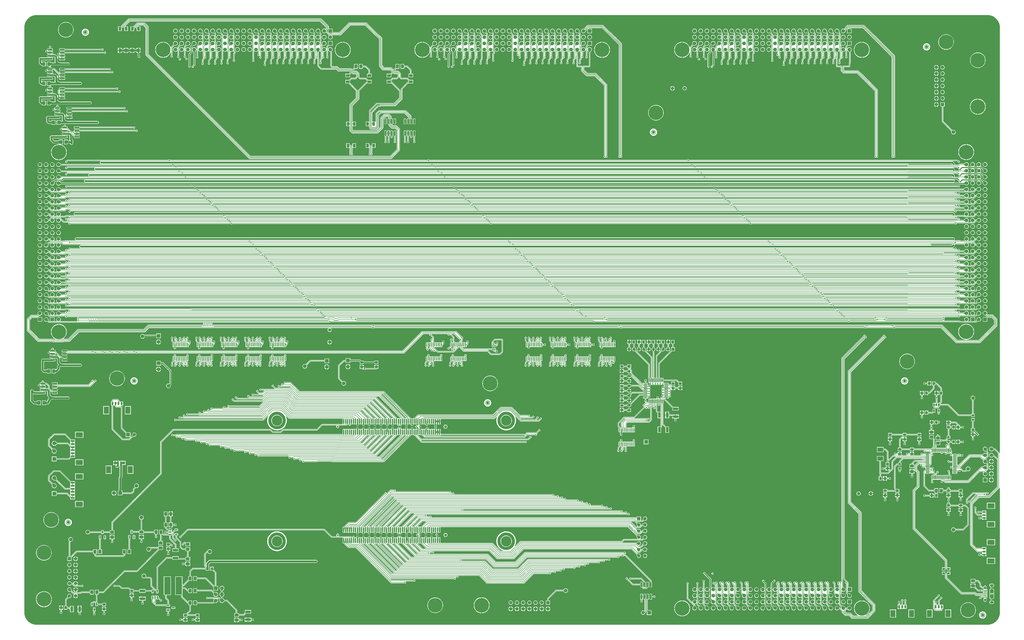
<source format=gtl>
G04*
G04 #@! TF.GenerationSoftware,Altium Limited,Altium Designer,20.0.13 (296)*
G04*
G04 Layer_Physical_Order=1*
G04 Layer_Color=255*
%FSLAX25Y25*%
%MOIN*%
G70*
G01*
G75*
%ADD14C,0.01500*%
%ADD26C,0.00800*%
%ADD29R,0.04331X0.08661*%
%ADD30R,0.05906X0.04331*%
%ADD31R,0.04331X0.05906*%
%ADD32R,0.04724X0.06000*%
%ADD33R,0.08661X0.04331*%
G04:AMPARAMS|DCode=34|XSize=48.82mil|YSize=23.23mil|CornerRadius=2.9mil|HoleSize=0mil|Usage=FLASHONLY|Rotation=90.000|XOffset=0mil|YOffset=0mil|HoleType=Round|Shape=RoundedRectangle|*
%AMROUNDEDRECTD34*
21,1,0.04882,0.01742,0,0,90.0*
21,1,0.04301,0.02323,0,0,90.0*
1,1,0.00581,0.00871,0.02151*
1,1,0.00581,0.00871,-0.02151*
1,1,0.00581,-0.00871,-0.02151*
1,1,0.00581,-0.00871,0.02151*
%
%ADD34ROUNDEDRECTD34*%
%ADD35R,0.04134X0.04724*%
G04:AMPARAMS|DCode=36|XSize=48.82mil|YSize=23.23mil|CornerRadius=2.9mil|HoleSize=0mil|Usage=FLASHONLY|Rotation=0.000|XOffset=0mil|YOffset=0mil|HoleType=Round|Shape=RoundedRectangle|*
%AMROUNDEDRECTD36*
21,1,0.04882,0.01742,0,0,0.0*
21,1,0.04301,0.02323,0,0,0.0*
1,1,0.00581,0.02151,-0.00871*
1,1,0.00581,-0.02151,-0.00871*
1,1,0.00581,-0.02151,0.00871*
1,1,0.00581,0.02151,0.00871*
%
%ADD36ROUNDEDRECTD36*%
%ADD37R,0.06299X0.01181*%
%ADD38R,0.01181X0.06299*%
%ADD39R,0.06299X0.03150*%
%ADD40R,0.11811X0.08268*%
%ADD41R,0.08268X0.11811*%
%ADD42R,0.03150X0.05118*%
%ADD43R,0.05118X0.03150*%
%ADD44R,0.05906X0.05906*%
%ADD45R,0.05315X0.01575*%
G04:AMPARAMS|DCode=46|XSize=77.56mil|YSize=23.62mil|CornerRadius=2.95mil|HoleSize=0mil|Usage=FLASHONLY|Rotation=270.000|XOffset=0mil|YOffset=0mil|HoleType=Round|Shape=RoundedRectangle|*
%AMROUNDEDRECTD46*
21,1,0.07756,0.01772,0,0,270.0*
21,1,0.07165,0.02362,0,0,270.0*
1,1,0.00591,-0.00886,-0.03583*
1,1,0.00591,-0.00886,0.03583*
1,1,0.00591,0.00886,0.03583*
1,1,0.00591,0.00886,-0.03583*
%
%ADD46ROUNDEDRECTD46*%
G04:AMPARAMS|DCode=47|XSize=77.56mil|YSize=23.62mil|CornerRadius=2.95mil|HoleSize=0mil|Usage=FLASHONLY|Rotation=180.000|XOffset=0mil|YOffset=0mil|HoleType=Round|Shape=RoundedRectangle|*
%AMROUNDEDRECTD47*
21,1,0.07756,0.01772,0,0,180.0*
21,1,0.07165,0.02362,0,0,180.0*
1,1,0.00591,-0.03583,0.00886*
1,1,0.00591,0.03583,0.00886*
1,1,0.00591,0.03583,-0.00886*
1,1,0.00591,-0.03583,-0.00886*
%
%ADD47ROUNDEDRECTD47*%
G04:AMPARAMS|DCode=48|XSize=61.81mil|YSize=16.14mil|CornerRadius=2.02mil|HoleSize=0mil|Usage=FLASHONLY|Rotation=90.000|XOffset=0mil|YOffset=0mil|HoleType=Round|Shape=RoundedRectangle|*
%AMROUNDEDRECTD48*
21,1,0.06181,0.01211,0,0,90.0*
21,1,0.05778,0.01614,0,0,90.0*
1,1,0.00404,0.00605,0.02889*
1,1,0.00404,0.00605,-0.02889*
1,1,0.00404,-0.00605,-0.02889*
1,1,0.00404,-0.00605,0.02889*
%
%ADD48ROUNDEDRECTD48*%
G04:AMPARAMS|DCode=49|XSize=47.64mil|YSize=23.23mil|CornerRadius=5.81mil|HoleSize=0mil|Usage=FLASHONLY|Rotation=90.000|XOffset=0mil|YOffset=0mil|HoleType=Round|Shape=RoundedRectangle|*
%AMROUNDEDRECTD49*
21,1,0.04764,0.01161,0,0,90.0*
21,1,0.03602,0.02323,0,0,90.0*
1,1,0.01161,0.00581,0.01801*
1,1,0.01161,0.00581,-0.01801*
1,1,0.01161,-0.00581,-0.01801*
1,1,0.01161,-0.00581,0.01801*
%
%ADD49ROUNDEDRECTD49*%
G04:AMPARAMS|DCode=50|XSize=47.64mil|YSize=23.23mil|CornerRadius=5.81mil|HoleSize=0mil|Usage=FLASHONLY|Rotation=0.000|XOffset=0mil|YOffset=0mil|HoleType=Round|Shape=RoundedRectangle|*
%AMROUNDEDRECTD50*
21,1,0.04764,0.01161,0,0,0.0*
21,1,0.03602,0.02323,0,0,0.0*
1,1,0.01161,0.01801,-0.00581*
1,1,0.01161,-0.01801,-0.00581*
1,1,0.01161,-0.01801,0.00581*
1,1,0.01161,0.01801,0.00581*
%
%ADD50ROUNDEDRECTD50*%
%ADD51R,0.01221X0.02598*%
%ADD52C,0.05118*%
%ADD53R,0.09449X0.06693*%
%ADD54R,0.02000X0.08000*%
%ADD55R,0.05906X0.05118*%
%ADD56R,0.03937X0.03543*%
%ADD57R,0.10200X0.28700*%
%ADD58R,0.02559X0.04331*%
%ADD59O,0.06496X0.01181*%
%ADD60O,0.01181X0.06496*%
%ADD61R,0.04724X0.04134*%
%ADD62R,0.06000X0.04724*%
%ADD122C,0.03000*%
%ADD123C,0.05906*%
%ADD124R,0.06299X0.06299*%
%ADD125C,0.05197*%
%ADD126C,0.23622*%
%ADD127R,0.05906X0.05906*%
%ADD128C,0.06024*%
%ADD129R,0.06024X0.06024*%
%ADD130R,0.06000X0.06000*%
%ADD131C,0.06000*%
%ADD132R,0.06000X0.06000*%
%ADD133C,0.04799*%
%ADD134R,0.04799X0.04799*%
%ADD135C,0.05504*%
%ADD136R,0.06299X0.06299*%
%ADD137R,0.04799X0.04799*%
%ADD138R,0.05394X0.05394*%
%ADD139C,0.05394*%
%ADD140R,0.05394X0.05394*%
%ADD141O,0.03740X0.04921*%
%ADD142O,0.06299X0.03543*%
%ADD143C,0.06319*%
%ADD144R,0.06319X0.06319*%
%ADD145C,0.03000*%
%ADD146C,0.04598*%
%ADD147C,0.17000*%
%ADD148C,0.02000*%
G36*
X1558967Y983915D02*
X1561459Y983247D01*
X1563843Y982260D01*
X1566078Y980970D01*
X1568125Y979399D01*
X1569950Y977574D01*
X1571521Y975527D01*
X1572811Y973292D01*
X1573798Y970908D01*
X1574466Y968416D01*
X1574803Y965857D01*
X1574803Y964567D01*
X1574803D01*
X1574803Y964567D01*
X1574803Y277345D01*
X1574303Y277296D01*
X1574238Y277622D01*
X1573995Y277986D01*
X1567723Y284258D01*
X1567359Y284502D01*
X1566929Y284587D01*
X1565840D01*
X1565810Y284590D01*
X1565695Y284617D01*
X1565555Y284672D01*
X1565392Y284759D01*
X1565208Y284880D01*
X1565006Y285039D01*
X1564795Y285230D01*
X1564308Y285750D01*
X1564050Y286063D01*
X1564006Y286100D01*
X1563787Y286385D01*
X1563024Y286971D01*
X1562135Y287339D01*
X1561181Y287465D01*
X1560227Y287339D01*
X1559339Y286971D01*
X1558575Y286385D01*
X1557990Y285622D01*
X1557622Y284733D01*
X1557496Y283780D01*
X1557622Y282826D01*
X1557990Y281937D01*
X1558575Y281174D01*
X1559339Y280588D01*
X1560227Y280220D01*
X1561181Y280095D01*
X1562135Y280220D01*
X1563024Y280588D01*
X1563440Y280908D01*
X1563498Y280937D01*
X1564200Y281487D01*
X1564799Y281900D01*
X1565050Y282051D01*
X1565278Y282172D01*
X1565473Y282259D01*
X1565632Y282315D01*
X1565747Y282341D01*
X1565757Y282342D01*
X1566464D01*
X1572079Y276728D01*
Y268744D01*
X1571617Y268553D01*
X1566127Y274042D01*
X1565763Y274286D01*
X1565334Y274371D01*
X1565226D01*
X1565144Y274387D01*
X1565073Y274410D01*
X1565011Y274441D01*
X1564952Y274482D01*
X1564893Y274537D01*
X1564831Y274611D01*
X1564768Y274709D01*
X1564705Y274834D01*
X1564634Y275013D01*
X1564608Y275054D01*
X1564373Y275622D01*
X1563787Y276385D01*
X1563024Y276971D01*
X1562135Y277339D01*
X1561181Y277465D01*
X1560227Y277339D01*
X1559339Y276971D01*
X1558575Y276385D01*
X1557990Y275622D01*
X1557622Y274733D01*
X1557496Y273780D01*
X1557622Y272826D01*
X1557990Y271937D01*
X1558575Y271174D01*
X1559339Y270588D01*
X1560227Y270220D01*
X1561181Y270094D01*
X1562135Y270220D01*
X1563024Y270588D01*
X1563787Y271174D01*
X1563952Y271389D01*
X1563979Y271409D01*
X1564125Y271573D01*
X1564256Y271699D01*
X1564386Y271807D01*
X1564516Y271897D01*
X1564646Y271971D01*
X1564776Y272030D01*
X1564908Y272075D01*
X1564918Y272077D01*
X1570578Y266417D01*
Y222738D01*
X1556781Y208941D01*
X1552167D01*
X1551905Y209441D01*
X1552137Y209788D01*
X1552269Y210452D01*
X1552165Y210976D01*
X1552452Y211476D01*
X1553713D01*
X1553745Y211471D01*
X1553778Y211463D01*
X1553806Y211454D01*
X1553828Y211444D01*
X1553846Y211435D01*
X1553853Y211430D01*
X1553892Y211372D01*
X1554455Y210996D01*
X1555118Y210864D01*
X1555782Y210996D01*
X1556344Y211372D01*
X1556720Y211935D01*
X1556852Y212598D01*
X1556720Y213262D01*
X1556344Y213825D01*
X1555782Y214201D01*
X1555118Y214333D01*
X1554455Y214201D01*
X1553892Y213825D01*
X1553853Y213767D01*
X1553847Y213762D01*
X1553828Y213753D01*
X1553806Y213743D01*
X1553778Y213734D01*
X1553745Y213726D01*
X1553713Y213721D01*
X1531496D01*
X1531067Y213635D01*
X1530702Y213392D01*
X1521094Y203784D01*
X1520851Y203420D01*
X1520766Y202990D01*
Y198256D01*
X1520760Y198224D01*
X1520752Y198190D01*
X1520743Y198163D01*
X1520734Y198141D01*
X1520724Y198122D01*
X1520720Y198115D01*
X1520662Y198077D01*
X1520286Y197514D01*
X1520154Y196850D01*
X1520286Y196187D01*
X1520662Y195624D01*
X1521224Y195248D01*
X1521888Y195116D01*
X1522552Y195248D01*
X1523114Y195624D01*
X1523490Y196187D01*
X1523622Y196850D01*
X1523490Y197514D01*
X1523114Y198077D01*
X1523056Y198115D01*
X1523052Y198122D01*
X1523042Y198141D01*
X1523033Y198163D01*
X1523024Y198190D01*
X1523016Y198224D01*
X1523010Y198256D01*
Y202525D01*
X1531961Y211476D01*
X1535953D01*
X1536160Y210976D01*
X1525897Y200713D01*
X1525875Y200698D01*
X1525853Y200685D01*
X1525836Y200677D01*
X1525823Y200672D01*
X1525813Y200670D01*
X1525805Y200669D01*
X1525795Y200668D01*
X1525749Y200671D01*
X1525737Y200670D01*
X1525593Y200698D01*
X1524929Y200567D01*
X1524366Y200191D01*
X1523991Y199628D01*
X1523859Y198964D01*
X1523991Y198301D01*
X1524366Y197738D01*
X1524929Y197362D01*
X1525593Y197230D01*
X1526256Y197362D01*
X1526819Y197738D01*
X1527195Y198301D01*
X1527281Y198732D01*
X1527297Y198780D01*
X1527304Y198835D01*
X1527310Y198863D01*
X1527318Y198890D01*
X1527329Y198919D01*
X1527343Y198950D01*
X1527362Y198983D01*
X1527385Y199018D01*
X1527407Y199048D01*
X1537688Y209329D01*
X1538751D01*
X1538804Y209250D01*
X1538733Y208612D01*
X1527453Y197332D01*
X1527209Y196967D01*
X1527124Y196538D01*
Y129050D01*
X1527209Y128621D01*
X1527453Y128257D01*
X1538393Y117317D01*
X1538757Y117073D01*
X1539186Y116988D01*
X1546091D01*
X1546445Y116634D01*
Y116140D01*
X1546146Y115764D01*
X1546146Y115459D01*
Y114311D01*
X1543781D01*
X1543568Y114631D01*
X1542906Y115073D01*
X1542626Y115129D01*
Y113189D01*
Y111249D01*
X1542906Y111305D01*
X1543568Y111747D01*
X1543781Y112067D01*
X1546146D01*
Y110614D01*
X1549205D01*
Y113189D01*
X1549705D01*
Y113689D01*
X1553264D01*
Y115459D01*
X1553264Y115764D01*
X1552965Y116140D01*
Y120386D01*
X1552965D01*
Y120756D01*
X1552965D01*
Y125307D01*
X1546445D01*
Y124154D01*
X1537667D01*
X1531446Y130376D01*
Y195213D01*
X1541428Y205195D01*
X1557867D01*
X1558297Y205281D01*
X1558661Y205524D01*
X1573995Y220858D01*
X1574238Y221222D01*
X1574303Y221549D01*
X1574803Y221499D01*
X1574803Y19685D01*
X1574803Y18395D01*
X1574466Y15836D01*
X1573798Y13344D01*
X1572811Y10960D01*
X1571521Y8725D01*
X1569950Y6678D01*
X1568125Y4853D01*
X1566078Y3282D01*
X1563843Y1992D01*
X1561459Y1005D01*
X1558967Y337D01*
X1556408Y0D01*
X18395D01*
X15836Y337D01*
X13344Y1005D01*
X10960Y1992D01*
X8725Y3282D01*
X6678Y4853D01*
X4853Y6678D01*
X3282Y8725D01*
X1992Y10960D01*
X1005Y13344D01*
X337Y15836D01*
X0Y18395D01*
Y19685D01*
Y964567D01*
Y965857D01*
X337Y968416D01*
X1005Y970908D01*
X1992Y973292D01*
X3282Y975527D01*
X4853Y977574D01*
X6678Y979399D01*
X8725Y980970D01*
X10960Y982260D01*
X13344Y983247D01*
X15836Y983915D01*
X18395Y984252D01*
X19685Y984252D01*
X19685Y984252D01*
X1556408D01*
X1558967Y983915D01*
D02*
G37*
G36*
X1563770Y285278D02*
X1564294Y284720D01*
X1564545Y284493D01*
X1564789Y284301D01*
X1565026Y284144D01*
X1565256Y284022D01*
X1565479Y283934D01*
X1565695Y283882D01*
X1565904Y283865D01*
X1565818Y283065D01*
X1565635Y283049D01*
X1565433Y283002D01*
X1565209Y282924D01*
X1564964Y282814D01*
X1564698Y282673D01*
X1564412Y282501D01*
X1563776Y282063D01*
X1563057Y281500D01*
X1563498Y285610D01*
X1563770Y285278D01*
D02*
G37*
G36*
X1564052Y274541D02*
X1564147Y274354D01*
X1564254Y274188D01*
X1564372Y274045D01*
X1564503Y273924D01*
X1564645Y273825D01*
X1564799Y273748D01*
X1564966Y273693D01*
X1565144Y273660D01*
X1565334Y273649D01*
Y272849D01*
X1565120Y272839D01*
X1564912Y272810D01*
X1564709Y272762D01*
X1564513Y272695D01*
X1564321Y272608D01*
X1564135Y272502D01*
X1563955Y272377D01*
X1563780Y272232D01*
X1563610Y272069D01*
X1563446Y271885D01*
X1563970Y274750D01*
X1564052Y274541D01*
D02*
G37*
G36*
X1554404Y211898D02*
X1554343Y211955D01*
X1554278Y212006D01*
X1554208Y212051D01*
X1554134Y212090D01*
X1554056Y212123D01*
X1553974Y212150D01*
X1553887Y212171D01*
X1553796Y212186D01*
X1553701Y212195D01*
X1553602Y212198D01*
Y212998D01*
X1553701Y213001D01*
X1553796Y213010D01*
X1553887Y213025D01*
X1553974Y213046D01*
X1554056Y213073D01*
X1554134Y213106D01*
X1554208Y213145D01*
X1554278Y213190D01*
X1554343Y213241D01*
X1554404Y213298D01*
Y211898D01*
D02*
G37*
G36*
X1549821Y209752D02*
X1549760Y209809D01*
X1549695Y209860D01*
X1549625Y209905D01*
X1549552Y209944D01*
X1549474Y209977D01*
X1549391Y210004D01*
X1549305Y210025D01*
X1549214Y210040D01*
X1549118Y210049D01*
X1549019Y210052D01*
Y210852D01*
X1549118Y210855D01*
X1549214Y210864D01*
X1549305Y210879D01*
X1549391Y210900D01*
X1549474Y210927D01*
X1549552Y210960D01*
X1549625Y210999D01*
X1549695Y211044D01*
X1549760Y211095D01*
X1549821Y211152D01*
Y209752D01*
D02*
G37*
G36*
X1526983Y199646D02*
X1526915Y199574D01*
X1526853Y199501D01*
X1526798Y199427D01*
X1526749Y199351D01*
X1526706Y199274D01*
X1526670Y199197D01*
X1526640Y199117D01*
X1526616Y199037D01*
X1526599Y198956D01*
X1526589Y198873D01*
X1525704Y199958D01*
X1525786Y199953D01*
X1525867Y199956D01*
X1525948Y199967D01*
X1526027Y199987D01*
X1526105Y200014D01*
X1526182Y200050D01*
X1526258Y200094D01*
X1526333Y200146D01*
X1526408Y200206D01*
X1526481Y200275D01*
X1526983Y199646D01*
D02*
G37*
G36*
X1522291Y198267D02*
X1522300Y198172D01*
X1522315Y198081D01*
X1522336Y197994D01*
X1522363Y197912D01*
X1522396Y197834D01*
X1522435Y197760D01*
X1522480Y197691D01*
X1522531Y197626D01*
X1522588Y197564D01*
X1521188D01*
X1521245Y197626D01*
X1521296Y197691D01*
X1521341Y197760D01*
X1521380Y197834D01*
X1521413Y197912D01*
X1521440Y197994D01*
X1521461Y198081D01*
X1521476Y198172D01*
X1521485Y198267D01*
X1521488Y198367D01*
X1522288D01*
X1522291Y198267D01*
D02*
G37*
G36*
X1547170Y122231D02*
X1547161Y122308D01*
X1547137Y122376D01*
X1547097Y122435D01*
X1547040Y122487D01*
X1546967Y122531D01*
X1546877Y122567D01*
X1546772Y122596D01*
X1546650Y122616D01*
X1546512Y122627D01*
X1546358Y122632D01*
Y123432D01*
X1546512Y123435D01*
X1546650Y123448D01*
X1546772Y123468D01*
X1546877Y123495D01*
X1546967Y123531D01*
X1547040Y123575D01*
X1547097Y123627D01*
X1547137Y123688D01*
X1547161Y123756D01*
X1547170Y123831D01*
Y122231D01*
D02*
G37*
G36*
Y117310D02*
X1547161Y117386D01*
X1547137Y117454D01*
X1547097Y117514D01*
X1547040Y117566D01*
X1546967Y117610D01*
X1546877Y117646D01*
X1546772Y117674D01*
X1546650Y117694D01*
X1546512Y117706D01*
X1546358Y117710D01*
Y118510D01*
X1546512Y118514D01*
X1546650Y118526D01*
X1546772Y118546D01*
X1546877Y118574D01*
X1546967Y118610D01*
X1547040Y118654D01*
X1547097Y118706D01*
X1547137Y118766D01*
X1547161Y118834D01*
X1547170Y118910D01*
Y117310D01*
D02*
G37*
G36*
X1542901Y113832D02*
X1542966Y113781D01*
X1543036Y113736D01*
X1543110Y113697D01*
X1543188Y113664D01*
X1543270Y113637D01*
X1543357Y113616D01*
X1543448Y113601D01*
X1543543Y113592D01*
X1543643Y113589D01*
Y112789D01*
X1543543Y112786D01*
X1543448Y112777D01*
X1543357Y112762D01*
X1543270Y112741D01*
X1543188Y112714D01*
X1543110Y112681D01*
X1543036Y112642D01*
X1542966Y112597D01*
X1542901Y112546D01*
X1542840Y112489D01*
Y113889D01*
X1542901Y113832D01*
D02*
G37*
G36*
X1547170Y112389D02*
X1547161Y112465D01*
X1547137Y112533D01*
X1547097Y112593D01*
X1547040Y112645D01*
X1546967Y112689D01*
X1546877Y112725D01*
X1546772Y112753D01*
X1546650Y112773D01*
X1546512Y112785D01*
X1546358Y112789D01*
Y113589D01*
X1546512Y113593D01*
X1546650Y113605D01*
X1546772Y113625D01*
X1546877Y113653D01*
X1546967Y113689D01*
X1547040Y113733D01*
X1547097Y113785D01*
X1547137Y113845D01*
X1547161Y113913D01*
X1547170Y113989D01*
Y112389D01*
D02*
G37*
%LPC*%
G36*
X478643Y979195D02*
X168719D01*
X168289Y979110D01*
X167925Y978867D01*
X157098Y968039D01*
X156854Y967675D01*
X156769Y967245D01*
Y966077D01*
X156057D01*
X156057Y966077D01*
X155948Y966055D01*
X151425D01*
Y958748D01*
X157158D01*
Y963832D01*
X157423D01*
X157852Y963917D01*
X158216Y964161D01*
X158685Y964629D01*
X158928Y964993D01*
X159014Y965423D01*
Y966781D01*
X169184Y976951D01*
X478178D01*
X489293Y965835D01*
Y961840D01*
X489379Y961411D01*
X489622Y961047D01*
X490091Y960578D01*
X490362Y960397D01*
Y957251D01*
X489900Y957059D01*
X488324Y958636D01*
X488200Y958719D01*
X488099Y959306D01*
X488109Y959335D01*
X488409Y959635D01*
X488653Y959999D01*
X488738Y960429D01*
Y965140D01*
X488653Y965570D01*
X488409Y965934D01*
X478277Y976067D01*
X477913Y976310D01*
X477483Y976395D01*
X169879D01*
X169449Y976310D01*
X169085Y976067D01*
X159898Y966879D01*
X159654Y966515D01*
X159569Y966086D01*
Y965423D01*
X159654Y964993D01*
X159898Y964629D01*
X160366Y964161D01*
X160731Y963917D01*
X161160Y963832D01*
X161425D01*
Y958748D01*
X167157D01*
Y966055D01*
X162955D01*
X162748Y966555D01*
X170343Y974151D01*
X477018D01*
X486493Y964675D01*
Y962088D01*
X486045Y961867D01*
X485858Y962010D01*
X484970Y962378D01*
X484016Y962504D01*
X483062Y962378D01*
X482173Y962010D01*
X481410Y961425D01*
X480824Y960661D01*
X480456Y959773D01*
X480331Y958819D01*
X480456Y957865D01*
X480824Y956976D01*
X481410Y956213D01*
X482173Y955628D01*
X483062Y955259D01*
X484016Y955134D01*
X484970Y955259D01*
X485858Y955628D01*
X486622Y956213D01*
X486733Y956359D01*
X487313Y956436D01*
X487378Y956408D01*
X491591Y952194D01*
X491644Y951604D01*
X491410Y951425D01*
X490824Y950661D01*
X490456Y949773D01*
X490331Y948819D01*
X490456Y947865D01*
X490824Y946976D01*
X491410Y946213D01*
X492173Y945627D01*
X493062Y945259D01*
X494016Y945134D01*
X494970Y945259D01*
X495858Y945627D01*
X496622Y946213D01*
X497207Y946976D01*
X497575Y947865D01*
X497701Y948819D01*
X497575Y949773D01*
X497207Y950661D01*
X496755Y951250D01*
X496982Y951750D01*
X510100D01*
X510530Y951836D01*
X510894Y952079D01*
X526196Y967382D01*
X550693D01*
X558988Y959087D01*
X558989Y959087D01*
X567103Y950972D01*
X567103Y950972D01*
X572506Y945569D01*
Y902041D01*
X572592Y901611D01*
X572835Y901247D01*
X573655Y900427D01*
X578724Y895358D01*
X579088Y895115D01*
X579517Y895030D01*
X590872D01*
X592972Y892930D01*
Y892245D01*
X592964Y892178D01*
X592947Y892086D01*
X592922Y891998D01*
X592892Y891915D01*
X592854Y891834D01*
X592810Y891755D01*
X592757Y891677D01*
X592715Y891625D01*
X591065Y889975D01*
X590934Y889853D01*
X590830Y889769D01*
X590811Y889756D01*
X585126D01*
Y884024D01*
X592433D01*
Y888134D01*
X592441Y888145D01*
X592621Y888356D01*
X595355Y891091D01*
X596898Y889548D01*
X597262Y889305D01*
X597692Y889219D01*
X601758D01*
X602957Y888021D01*
Y885472D01*
X600497Y883012D01*
X594567D01*
X594137Y882927D01*
X593773Y882683D01*
X591065Y879975D01*
X590934Y879853D01*
X590830Y879769D01*
X590811Y879756D01*
X585126D01*
Y874024D01*
X592433D01*
Y874024D01*
X592853Y874197D01*
X605177Y861874D01*
Y850859D01*
X600415Y846096D01*
X600415Y846096D01*
X596823Y842505D01*
X568887D01*
X568457Y842420D01*
X568093Y842176D01*
X556861Y830945D01*
X556618Y830581D01*
X556533Y830151D01*
Y812512D01*
X551189D01*
Y805205D01*
X556533D01*
Y802458D01*
X556618Y802029D01*
X556861Y801665D01*
X558970Y799556D01*
X559335Y799313D01*
X559764Y799227D01*
X568089D01*
X568518Y799313D01*
X568883Y799556D01*
X572113Y802787D01*
X572357Y803151D01*
X572442Y803580D01*
Y822309D01*
X575782Y825649D01*
X613708D01*
X619525Y819833D01*
Y817472D01*
X618661D01*
X618273Y817395D01*
X617943Y817175D01*
X617723Y816845D01*
X617646Y816457D01*
Y809291D01*
X617723Y808903D01*
X617943Y808573D01*
X618273Y808353D01*
X618661Y808276D01*
X620433D01*
X620822Y808353D01*
X621151Y808573D01*
X621371Y808903D01*
X621449Y809291D01*
Y815889D01*
X621684Y816241D01*
X621770Y816671D01*
Y820298D01*
X621684Y820727D01*
X621441Y821091D01*
X614967Y827565D01*
X614603Y827809D01*
X614173Y827894D01*
X575317D01*
X574887Y827809D01*
X574523Y827565D01*
X570526Y823568D01*
X570283Y823204D01*
X570197Y822774D01*
Y804045D01*
X567624Y801472D01*
X560229D01*
X558778Y802923D01*
Y808390D01*
X558692Y808819D01*
X558666Y808858D01*
X558692Y808897D01*
X558778Y809327D01*
Y829686D01*
X569351Y840260D01*
X597288D01*
X597718Y840346D01*
X598082Y840589D01*
X602002Y844509D01*
X602002Y844509D01*
X607093Y849600D01*
X607336Y849964D01*
X607422Y850394D01*
Y862339D01*
X607336Y862768D01*
X607093Y863132D01*
X607093Y863132D01*
X593257Y876968D01*
X592893Y877211D01*
X592464Y877296D01*
X592433D01*
Y878134D01*
X592441Y878145D01*
X592621Y878356D01*
X595032Y880767D01*
X600962D01*
X601392Y880853D01*
X601756Y881096D01*
X604873Y884213D01*
X605116Y884577D01*
X605201Y885007D01*
Y888485D01*
X605116Y888915D01*
X604873Y889279D01*
X603017Y891135D01*
X602653Y891378D01*
X602223Y891464D01*
X598156D01*
X596480Y893140D01*
X596116Y893384D01*
X595686Y893469D01*
X595201D01*
X595131Y893824D01*
X594888Y894188D01*
X592130Y896945D01*
X591766Y897189D01*
X591337Y897274D01*
X579982D01*
X574751Y902505D01*
Y946034D01*
X574666Y946463D01*
X574422Y946827D01*
X568690Y952560D01*
X568690Y952560D01*
X560576Y960674D01*
X560576Y960674D01*
X551952Y969298D01*
X551588Y969541D01*
X551158Y969626D01*
X525732D01*
X525732Y969626D01*
X525302Y969541D01*
X524938Y969298D01*
X524938Y969298D01*
X509635Y953995D01*
X492965D01*
X492256Y954703D01*
X492448Y955165D01*
X495957D01*
X496243Y954879D01*
X496608Y954636D01*
X497037Y954550D01*
X508940D01*
X509370Y954636D01*
X509734Y954879D01*
X525037Y970182D01*
X551853D01*
X561788Y960246D01*
X561789Y960246D01*
X570073Y951962D01*
X575306Y946728D01*
Y903200D01*
X575392Y902771D01*
X575635Y902407D01*
X579884Y898158D01*
X580248Y897915D01*
X580677Y897830D01*
X592031D01*
X595280Y894581D01*
X595644Y894337D01*
X596074Y894252D01*
X596559D01*
X596629Y893897D01*
X596873Y893533D01*
X598058Y892348D01*
X598422Y892105D01*
X598851Y892019D01*
X598851Y892019D01*
X602918D01*
X605757Y889180D01*
Y883847D01*
X605842Y883417D01*
X606085Y883053D01*
X608043Y881096D01*
X608407Y880853D01*
X608836Y880767D01*
X608836Y880767D01*
X617567D01*
X619942Y878392D01*
X620065Y878259D01*
X620147Y878157D01*
X620165Y878131D01*
Y877920D01*
X620164Y877912D01*
X620165Y877903D01*
Y877429D01*
X620135D01*
X619705Y877343D01*
X619341Y877100D01*
X608306Y866064D01*
X608062Y865700D01*
X607977Y865271D01*
Y849699D01*
X600601Y842323D01*
X600601Y842323D01*
X597983Y839705D01*
X574848D01*
X574419Y839620D01*
X574055Y839376D01*
X573437Y838758D01*
X570817D01*
X570817Y838758D01*
X570387Y838673D01*
X570023Y838430D01*
X559661Y828068D01*
X559418Y827704D01*
X559333Y827275D01*
Y809327D01*
X559418Y808897D01*
X559444Y808858D01*
X559418Y808819D01*
X559333Y808390D01*
Y803618D01*
X559418Y803189D01*
X559661Y802825D01*
X560130Y802356D01*
X560494Y802113D01*
X560924Y802027D01*
X566929D01*
X567359Y802113D01*
X567723Y802356D01*
X569313Y803946D01*
X569557Y804311D01*
X569642Y804740D01*
Y825186D01*
X572905Y828449D01*
X614868D01*
X622325Y820992D01*
Y816671D01*
X622410Y816241D01*
X622646Y815889D01*
Y809291D01*
X622723Y808903D01*
X622943Y808573D01*
X623273Y808353D01*
X623661Y808276D01*
X625433D01*
X625822Y808353D01*
X626151Y808573D01*
X626371Y808903D01*
X626449Y809291D01*
Y816457D01*
X626371Y816845D01*
X626151Y817175D01*
X625822Y817395D01*
X625433Y817472D01*
X624570D01*
Y821457D01*
X624570Y821457D01*
X624484Y821887D01*
X624241Y822251D01*
X616127Y830365D01*
X615763Y830609D01*
X615333Y830694D01*
X572440D01*
X572011Y830609D01*
X571646Y830365D01*
X567726Y826445D01*
X567483Y826081D01*
X567397Y825651D01*
Y812570D01*
X566921Y812512D01*
Y812512D01*
X561578D01*
Y826810D01*
X571282Y836514D01*
X573902D01*
X574331Y836599D01*
X574695Y836842D01*
X575313Y837460D01*
X598448D01*
X598877Y837546D01*
X599242Y837789D01*
X602189Y840736D01*
X602189Y840736D01*
X609893Y848440D01*
X610136Y848804D01*
X610222Y849234D01*
X610222Y849234D01*
Y864806D01*
X619703Y874288D01*
X620165Y874096D01*
Y874024D01*
X627472D01*
Y879756D01*
X622018D01*
X622010Y879758D01*
X622001Y879756D01*
X621791D01*
X621772Y879769D01*
X621562Y879947D01*
X618825Y882683D01*
X618461Y882927D01*
X618032Y883012D01*
X609301D01*
X608002Y884312D01*
Y889645D01*
X607916Y890075D01*
X607673Y890439D01*
X607673Y890439D01*
X604176Y893935D01*
X603812Y894178D01*
X603383Y894264D01*
X599316D01*
X598789Y894791D01*
Y895476D01*
X598796Y895543D01*
X598814Y895635D01*
X598838Y895723D01*
X598869Y895806D01*
X598906Y895887D01*
X598951Y895966D01*
X599004Y896044D01*
X599045Y896096D01*
X600600Y897651D01*
X600733Y897774D01*
X600835Y897855D01*
X600862Y897874D01*
X601072D01*
X601080Y897872D01*
X601089Y897874D01*
X605362D01*
Y905276D01*
X599236D01*
Y899727D01*
X599234Y899718D01*
X599236Y899710D01*
Y899499D01*
X599223Y899481D01*
X599045Y899271D01*
X596405Y896630D01*
X593290Y899745D01*
X592926Y899989D01*
X592496Y900074D01*
X581142D01*
X577551Y903665D01*
Y947193D01*
X577466Y947623D01*
X577222Y947987D01*
X577222Y947987D01*
X571660Y953549D01*
X563376Y961834D01*
X563376Y961834D01*
X553112Y972098D01*
X552748Y972341D01*
X552318Y972426D01*
X524572D01*
X524572Y972426D01*
X524142Y972341D01*
X523778Y972098D01*
X523778Y972097D01*
X508475Y956795D01*
X497669D01*
Y962472D01*
X491572D01*
X491538Y962479D01*
Y966300D01*
X491453Y966730D01*
X491209Y967094D01*
X479436Y978867D01*
X479072Y979110D01*
X478643Y979195D01*
D02*
G37*
G36*
X1192047Y962504D02*
X1191094Y962378D01*
X1190205Y962010D01*
X1189441Y961425D01*
X1188856Y960661D01*
X1188488Y959773D01*
X1188362Y958819D01*
X1188488Y957865D01*
X1188856Y956976D01*
X1189441Y956213D01*
X1190205Y955628D01*
X1191094Y955259D01*
X1192047Y955134D01*
X1193001Y955259D01*
X1193890Y955628D01*
X1194653Y956213D01*
X1195239Y956976D01*
X1195607Y957865D01*
X1195732Y958819D01*
X1195607Y959773D01*
X1195239Y960661D01*
X1194653Y961425D01*
X1193890Y962010D01*
X1193001Y962378D01*
X1192047Y962504D01*
D02*
G37*
G36*
X1182047D02*
X1181094Y962378D01*
X1180205Y962010D01*
X1179442Y961425D01*
X1178856Y960661D01*
X1178488Y959773D01*
X1178362Y958819D01*
X1178488Y957865D01*
X1178856Y956976D01*
X1179442Y956213D01*
X1180205Y955628D01*
X1181094Y955259D01*
X1182047Y955134D01*
X1183001Y955259D01*
X1183890Y955628D01*
X1184653Y956213D01*
X1185239Y956976D01*
X1185607Y957865D01*
X1185732Y958819D01*
X1185607Y959773D01*
X1185239Y960661D01*
X1184653Y961425D01*
X1183890Y962010D01*
X1183001Y962378D01*
X1182047Y962504D01*
D02*
G37*
G36*
X1112047D02*
X1111094Y962378D01*
X1110205Y962010D01*
X1109441Y961425D01*
X1108856Y960661D01*
X1108488Y959773D01*
X1108362Y958819D01*
X1108488Y957865D01*
X1108856Y956976D01*
X1109441Y956213D01*
X1110205Y955628D01*
X1111094Y955259D01*
X1112047Y955134D01*
X1113001Y955259D01*
X1113890Y955628D01*
X1114653Y956213D01*
X1115239Y956976D01*
X1115607Y957865D01*
X1115732Y958819D01*
X1115607Y959773D01*
X1115239Y960661D01*
X1114653Y961425D01*
X1113890Y962010D01*
X1113001Y962378D01*
X1112047Y962504D01*
D02*
G37*
G36*
X1102047D02*
X1101093Y962378D01*
X1100205Y962010D01*
X1099442Y961425D01*
X1098856Y960661D01*
X1098488Y959773D01*
X1098362Y958819D01*
X1098488Y957865D01*
X1098856Y956976D01*
X1099442Y956213D01*
X1100205Y955628D01*
X1101093Y955259D01*
X1102047Y955134D01*
X1103001Y955259D01*
X1103890Y955628D01*
X1104653Y956213D01*
X1105239Y956976D01*
X1105607Y957865D01*
X1105732Y958819D01*
X1105607Y959773D01*
X1105239Y960661D01*
X1104653Y961425D01*
X1103890Y962010D01*
X1103001Y962378D01*
X1102047Y962504D01*
D02*
G37*
G36*
X1092047D02*
X1091094Y962378D01*
X1090205Y962010D01*
X1089441Y961425D01*
X1088856Y960661D01*
X1088488Y959773D01*
X1088362Y958819D01*
X1088488Y957865D01*
X1088856Y956976D01*
X1089441Y956213D01*
X1090205Y955628D01*
X1091094Y955259D01*
X1092047Y955134D01*
X1093001Y955259D01*
X1093890Y955628D01*
X1094653Y956213D01*
X1095239Y956976D01*
X1095607Y957865D01*
X1095732Y958819D01*
X1095607Y959773D01*
X1095239Y960661D01*
X1094653Y961425D01*
X1093890Y962010D01*
X1093001Y962378D01*
X1092047Y962504D01*
D02*
G37*
G36*
X1082047D02*
X1081094Y962378D01*
X1080205Y962010D01*
X1079442Y961425D01*
X1078856Y960661D01*
X1078488Y959773D01*
X1078362Y958819D01*
X1078488Y957865D01*
X1078856Y956976D01*
X1079442Y956213D01*
X1080205Y955628D01*
X1081094Y955259D01*
X1082047Y955134D01*
X1083001Y955259D01*
X1083890Y955628D01*
X1084653Y956213D01*
X1085239Y956976D01*
X1085607Y957865D01*
X1085732Y958819D01*
X1085607Y959773D01*
X1085239Y960661D01*
X1084653Y961425D01*
X1083890Y962010D01*
X1083001Y962378D01*
X1082047Y962504D01*
D02*
G37*
G36*
X772598D02*
X771645Y962378D01*
X770756Y962010D01*
X769993Y961425D01*
X769407Y960661D01*
X769039Y959773D01*
X768913Y958819D01*
X769039Y957865D01*
X769407Y956976D01*
X769993Y956213D01*
X770756Y955628D01*
X771645Y955259D01*
X772598Y955134D01*
X773552Y955259D01*
X774441Y955628D01*
X775204Y956213D01*
X775790Y956976D01*
X776158Y957865D01*
X776284Y958819D01*
X776158Y959773D01*
X775790Y960661D01*
X775204Y961425D01*
X774441Y962010D01*
X773552Y962378D01*
X772598Y962504D01*
D02*
G37*
G36*
X762598D02*
X761645Y962378D01*
X760756Y962010D01*
X759993Y961425D01*
X759407Y960661D01*
X759039Y959773D01*
X758913Y958819D01*
X759039Y957865D01*
X759407Y956976D01*
X759993Y956213D01*
X760756Y955628D01*
X761645Y955259D01*
X762598Y955134D01*
X763552Y955259D01*
X764441Y955628D01*
X765204Y956213D01*
X765790Y956976D01*
X766158Y957865D01*
X766284Y958819D01*
X766158Y959773D01*
X765790Y960661D01*
X765204Y961425D01*
X764441Y962010D01*
X763552Y962378D01*
X762598Y962504D01*
D02*
G37*
G36*
X692598D02*
X691645Y962378D01*
X690756Y962010D01*
X689993Y961425D01*
X689407Y960661D01*
X689039Y959773D01*
X688913Y958819D01*
X689039Y957865D01*
X689407Y956976D01*
X689993Y956213D01*
X690756Y955628D01*
X691645Y955259D01*
X692598Y955134D01*
X693552Y955259D01*
X694441Y955628D01*
X695204Y956213D01*
X695790Y956976D01*
X696158Y957865D01*
X696283Y958819D01*
X696158Y959773D01*
X695790Y960661D01*
X695204Y961425D01*
X694441Y962010D01*
X693552Y962378D01*
X692598Y962504D01*
D02*
G37*
G36*
X682598D02*
X681645Y962378D01*
X680756Y962010D01*
X679993Y961425D01*
X679407Y960661D01*
X679039Y959773D01*
X678913Y958819D01*
X679039Y957865D01*
X679407Y956976D01*
X679993Y956213D01*
X680756Y955628D01*
X681645Y955259D01*
X682598Y955134D01*
X683552Y955259D01*
X684441Y955628D01*
X685204Y956213D01*
X685790Y956976D01*
X686158Y957865D01*
X686283Y958819D01*
X686158Y959773D01*
X685790Y960661D01*
X685204Y961425D01*
X684441Y962010D01*
X683552Y962378D01*
X682598Y962504D01*
D02*
G37*
G36*
X672598D02*
X671645Y962378D01*
X670756Y962010D01*
X669993Y961425D01*
X669407Y960661D01*
X669039Y959773D01*
X668913Y958819D01*
X669039Y957865D01*
X669407Y956976D01*
X669993Y956213D01*
X670756Y955628D01*
X671645Y955259D01*
X672598Y955134D01*
X673552Y955259D01*
X674441Y955628D01*
X675204Y956213D01*
X675790Y956976D01*
X676158Y957865D01*
X676284Y958819D01*
X676158Y959773D01*
X675790Y960661D01*
X675204Y961425D01*
X674441Y962010D01*
X673552Y962378D01*
X672598Y962504D01*
D02*
G37*
G36*
X662598D02*
X661645Y962378D01*
X660756Y962010D01*
X659993Y961425D01*
X659407Y960661D01*
X659039Y959773D01*
X658913Y958819D01*
X659039Y957865D01*
X659407Y956976D01*
X659993Y956213D01*
X660756Y955628D01*
X661645Y955259D01*
X662598Y955134D01*
X663552Y955259D01*
X664441Y955628D01*
X665204Y956213D01*
X665790Y956976D01*
X666158Y957865D01*
X666284Y958819D01*
X666158Y959773D01*
X665790Y960661D01*
X665204Y961425D01*
X664441Y962010D01*
X663552Y962378D01*
X662598Y962504D01*
D02*
G37*
G36*
X354016D02*
X353062Y962378D01*
X352173Y962010D01*
X351410Y961425D01*
X350824Y960661D01*
X350456Y959773D01*
X350331Y958819D01*
X350456Y957865D01*
X350824Y956976D01*
X351410Y956213D01*
X352173Y955628D01*
X353062Y955259D01*
X354016Y955134D01*
X354970Y955259D01*
X355858Y955628D01*
X356622Y956213D01*
X357207Y956976D01*
X357575Y957865D01*
X357701Y958819D01*
X357575Y959773D01*
X357207Y960661D01*
X356622Y961425D01*
X355858Y962010D01*
X354970Y962378D01*
X354016Y962504D01*
D02*
G37*
G36*
X344016D02*
X343062Y962378D01*
X342173Y962010D01*
X341410Y961425D01*
X340824Y960661D01*
X340456Y959773D01*
X340331Y958819D01*
X340456Y957865D01*
X340824Y956976D01*
X341410Y956213D01*
X342173Y955628D01*
X343062Y955259D01*
X344016Y955134D01*
X344970Y955259D01*
X345858Y955628D01*
X346621Y956213D01*
X347207Y956976D01*
X347575Y957865D01*
X347701Y958819D01*
X347575Y959773D01*
X347207Y960661D01*
X346621Y961425D01*
X345858Y962010D01*
X344970Y962378D01*
X344016Y962504D01*
D02*
G37*
G36*
X274016D02*
X273062Y962378D01*
X272173Y962010D01*
X271410Y961425D01*
X270824Y960661D01*
X270456Y959773D01*
X270331Y958819D01*
X270456Y957865D01*
X270824Y956976D01*
X271410Y956213D01*
X272173Y955628D01*
X273062Y955259D01*
X274016Y955134D01*
X274970Y955259D01*
X275858Y955628D01*
X276622Y956213D01*
X277207Y956976D01*
X277575Y957865D01*
X277701Y958819D01*
X277575Y959773D01*
X277207Y960661D01*
X276622Y961425D01*
X275858Y962010D01*
X274970Y962378D01*
X274016Y962504D01*
D02*
G37*
G36*
X264016D02*
X263062Y962378D01*
X262173Y962010D01*
X261410Y961425D01*
X260824Y960661D01*
X260456Y959773D01*
X260331Y958819D01*
X260456Y957865D01*
X260824Y956976D01*
X261410Y956213D01*
X262173Y955628D01*
X263062Y955259D01*
X264016Y955134D01*
X264969Y955259D01*
X265858Y955628D01*
X266621Y956213D01*
X267207Y956976D01*
X267575Y957865D01*
X267701Y958819D01*
X267575Y959773D01*
X267207Y960661D01*
X266621Y961425D01*
X265858Y962010D01*
X264969Y962378D01*
X264016Y962504D01*
D02*
G37*
G36*
X254016D02*
X253062Y962378D01*
X252173Y962010D01*
X251410Y961425D01*
X250824Y960661D01*
X250456Y959773D01*
X250331Y958819D01*
X250456Y957865D01*
X250824Y956976D01*
X251410Y956213D01*
X252173Y955628D01*
X253062Y955259D01*
X254016Y955134D01*
X254970Y955259D01*
X255858Y955628D01*
X256622Y956213D01*
X257207Y956976D01*
X257575Y957865D01*
X257701Y958819D01*
X257575Y959773D01*
X257207Y960661D01*
X256622Y961425D01*
X255858Y962010D01*
X254970Y962378D01*
X254016Y962504D01*
D02*
G37*
G36*
X244016D02*
X243062Y962378D01*
X242173Y962010D01*
X241410Y961425D01*
X240824Y960661D01*
X240456Y959773D01*
X240331Y958819D01*
X240456Y957865D01*
X240824Y956976D01*
X241410Y956213D01*
X242173Y955628D01*
X243062Y955259D01*
X244016Y955134D01*
X244970Y955259D01*
X245858Y955628D01*
X246621Y956213D01*
X247207Y956976D01*
X247575Y957865D01*
X247701Y958819D01*
X247575Y959773D01*
X247207Y960661D01*
X246621Y961425D01*
X245858Y962010D01*
X244970Y962378D01*
X244016Y962504D01*
D02*
G37*
G36*
X334016D02*
X333062Y962378D01*
X332173Y962010D01*
X331410Y961425D01*
X330824Y960661D01*
X330456Y959773D01*
X330331Y958819D01*
X330456Y957865D01*
X330824Y956976D01*
X331410Y956213D01*
X332173Y955628D01*
X333062Y955259D01*
X334016Y955134D01*
X334148Y955151D01*
X334473Y955150D01*
X335231Y955105D01*
X335538Y955067D01*
X335812Y955017D01*
X336045Y954957D01*
X336234Y954893D01*
X336380Y954826D01*
X336482Y954762D01*
X336499Y954748D01*
X337185Y954063D01*
Y951468D01*
X336711Y951308D01*
X336621Y951425D01*
X335858Y952010D01*
X334969Y952378D01*
X334016Y952504D01*
X333062Y952378D01*
X332173Y952010D01*
X331410Y951425D01*
X330824Y950661D01*
X330456Y949773D01*
X330331Y948819D01*
X330456Y947865D01*
X330824Y946976D01*
X331410Y946213D01*
X332173Y945627D01*
X333062Y945259D01*
X334016Y945134D01*
X334969Y945259D01*
X335858Y945627D01*
X336621Y946213D01*
X336711Y946330D01*
X337185Y946169D01*
Y941468D01*
X336711Y941308D01*
X336621Y941425D01*
X335858Y942010D01*
X334969Y942378D01*
X334016Y942504D01*
X333062Y942378D01*
X332173Y942010D01*
X331410Y941425D01*
X330824Y940661D01*
X330456Y939773D01*
X330331Y938819D01*
X330348Y938687D01*
X330346Y938362D01*
X330302Y937604D01*
X330264Y937297D01*
X330213Y937022D01*
X330154Y936790D01*
X330124Y936702D01*
X329929Y936575D01*
X329429Y936846D01*
Y954528D01*
X329344Y954957D01*
X329101Y955321D01*
X328086Y956336D01*
X328072Y956352D01*
X328009Y956455D01*
X327942Y956600D01*
X327877Y956790D01*
X327818Y957022D01*
X327768Y957297D01*
X327729Y957604D01*
X327685Y958362D01*
X327683Y958687D01*
X327701Y958819D01*
X327575Y959773D01*
X327207Y960661D01*
X326622Y961425D01*
X325858Y962010D01*
X324970Y962378D01*
X324016Y962504D01*
X323062Y962378D01*
X322173Y962010D01*
X321410Y961425D01*
X320824Y960661D01*
X320456Y959773D01*
X320331Y958819D01*
X320456Y957865D01*
X320824Y956976D01*
X321410Y956213D01*
X322173Y955628D01*
X323062Y955259D01*
X324016Y955134D01*
X324148Y955151D01*
X324473Y955150D01*
X325231Y955105D01*
X325538Y955067D01*
X325812Y955017D01*
X326045Y954957D01*
X326234Y954893D01*
X326380Y954826D01*
X326482Y954762D01*
X326499Y954748D01*
X327185Y954063D01*
Y951468D01*
X326711Y951308D01*
X326622Y951425D01*
X325858Y952010D01*
X324970Y952378D01*
X324016Y952504D01*
X323062Y952378D01*
X322173Y952010D01*
X321491Y951487D01*
X320991Y951623D01*
Y952966D01*
X320905Y953396D01*
X320662Y953760D01*
X318086Y956336D01*
X318072Y956352D01*
X318009Y956455D01*
X317942Y956600D01*
X317877Y956790D01*
X317818Y957022D01*
X317768Y957297D01*
X317729Y957604D01*
X317685Y958362D01*
X317683Y958687D01*
X317701Y958819D01*
X317575Y959773D01*
X317207Y960661D01*
X316621Y961425D01*
X315858Y962010D01*
X314969Y962378D01*
X314016Y962504D01*
X313062Y962378D01*
X312173Y962010D01*
X311410Y961425D01*
X310824Y960661D01*
X310456Y959773D01*
X310331Y958819D01*
X310456Y957865D01*
X310824Y956976D01*
X311410Y956213D01*
X312173Y955628D01*
X313062Y955259D01*
X314016Y955134D01*
X314148Y955151D01*
X314473Y955150D01*
X315231Y955105D01*
X315538Y955067D01*
X315812Y955017D01*
X316045Y954957D01*
X316234Y954893D01*
X316380Y954826D01*
X316482Y954762D01*
X316499Y954748D01*
X318746Y952501D01*
Y914099D01*
X317333Y912686D01*
X317090Y912322D01*
X317004Y911893D01*
Y907688D01*
X316999Y907656D01*
X316991Y907622D01*
X316982Y907595D01*
X316973Y907572D01*
X316963Y907554D01*
X316958Y907547D01*
X316901Y907509D01*
X316525Y906946D01*
X316393Y906282D01*
X316525Y905619D01*
X316901Y905056D01*
X317463Y904680D01*
X318127Y904548D01*
X318790Y904680D01*
X319353Y905056D01*
X319729Y905619D01*
X319861Y906282D01*
X319729Y906946D01*
X319353Y907509D01*
X319295Y907547D01*
X319291Y907554D01*
X319281Y907572D01*
X319271Y907595D01*
X319263Y907622D01*
X319254Y907656D01*
X319249Y907688D01*
Y911428D01*
X320662Y912841D01*
X320905Y913205D01*
X320991Y913634D01*
Y926015D01*
X321491Y926151D01*
X322173Y925628D01*
X323062Y925259D01*
X324016Y925134D01*
X324970Y925259D01*
X325858Y925628D01*
X326622Y926213D01*
X326702Y926318D01*
X327237Y926194D01*
X327270Y926025D01*
X327514Y925661D01*
X328509Y924665D01*
Y914469D01*
X327395Y913354D01*
X327151Y912990D01*
X327066Y912561D01*
Y908009D01*
X327061Y907977D01*
X327053Y907943D01*
X327044Y907916D01*
X327034Y907893D01*
X327025Y907875D01*
X327020Y907868D01*
X326962Y907829D01*
X326586Y907267D01*
X326454Y906603D01*
X326586Y905940D01*
X326962Y905377D01*
X327525Y905001D01*
X328188Y904869D01*
X328852Y905001D01*
X329415Y905377D01*
X329791Y905940D01*
X329923Y906603D01*
X329791Y907267D01*
X329415Y907829D01*
X329357Y907868D01*
X329352Y907875D01*
X329343Y907893D01*
X329333Y907916D01*
X329324Y907943D01*
X329316Y907977D01*
X329311Y908009D01*
Y912096D01*
X330425Y913210D01*
X330668Y913574D01*
X330754Y914004D01*
Y914415D01*
X331254Y914682D01*
X331821Y914569D01*
X332484Y914701D01*
X333047Y915077D01*
X333423Y915639D01*
X333555Y916303D01*
X333423Y916967D01*
X333047Y917529D01*
X332989Y917568D01*
X332985Y917575D01*
X332975Y917593D01*
X332965Y917616D01*
X332957Y917643D01*
X332948Y917676D01*
X332943Y917709D01*
Y924795D01*
X333425Y925212D01*
X334016Y925134D01*
X334969Y925259D01*
X335858Y925628D01*
X336621Y926213D01*
X336702Y926318D01*
X337237Y926194D01*
X337270Y926025D01*
X337513Y925661D01*
X338746Y924428D01*
Y923970D01*
X337511Y922735D01*
X337268Y922371D01*
X337183Y921942D01*
Y912508D01*
X337177Y912475D01*
X337169Y912442D01*
X337160Y912415D01*
X337151Y912392D01*
X337141Y912374D01*
X337137Y912367D01*
X337079Y912328D01*
X336703Y911766D01*
X336571Y911102D01*
X336703Y910438D01*
X337079Y909876D01*
X337642Y909500D01*
X338305Y909368D01*
X338969Y909500D01*
X339531Y909876D01*
X339907Y910438D01*
X340039Y911102D01*
X339907Y911766D01*
X339531Y912328D01*
X339474Y912367D01*
X339469Y912374D01*
X339459Y912392D01*
X339450Y912414D01*
X339441Y912442D01*
X339433Y912475D01*
X339427Y912508D01*
Y921477D01*
X340662Y922711D01*
X340905Y923076D01*
X340991Y923505D01*
Y924893D01*
X340905Y925322D01*
X340662Y925686D01*
X339429Y926919D01*
Y954528D01*
X339344Y954957D01*
X339101Y955321D01*
X338086Y956336D01*
X338072Y956352D01*
X338009Y956455D01*
X337942Y956600D01*
X337877Y956790D01*
X337818Y957022D01*
X337768Y957297D01*
X337729Y957604D01*
X337685Y958362D01*
X337683Y958687D01*
X337701Y958819D01*
X337575Y959773D01*
X337207Y960661D01*
X336621Y961425D01*
X335858Y962010D01*
X334969Y962378D01*
X334016Y962504D01*
D02*
G37*
G36*
X1312047D02*
X1311094Y962378D01*
X1310205Y962010D01*
X1309441Y961425D01*
X1308856Y960661D01*
X1308488Y959773D01*
X1308362Y958819D01*
X1308488Y957865D01*
X1308856Y956976D01*
X1309441Y956213D01*
X1310205Y955628D01*
X1311094Y955259D01*
X1312047Y955134D01*
X1312179Y955151D01*
X1312504Y955150D01*
X1313262Y955105D01*
X1313569Y955067D01*
X1313844Y955017D01*
X1314076Y954957D01*
X1314266Y954893D01*
X1314411Y954826D01*
X1314514Y954762D01*
X1314530Y954748D01*
X1315216Y954063D01*
Y951468D01*
X1314743Y951308D01*
X1314653Y951425D01*
X1313890Y952010D01*
X1313001Y952378D01*
X1312047Y952504D01*
X1311094Y952378D01*
X1310205Y952010D01*
X1309441Y951425D01*
X1308856Y950661D01*
X1308488Y949773D01*
X1308362Y948819D01*
X1308488Y947865D01*
X1308856Y946976D01*
X1309441Y946213D01*
X1310205Y945627D01*
X1311094Y945259D01*
X1312047Y945134D01*
X1313001Y945259D01*
X1313890Y945627D01*
X1314653Y946213D01*
X1314743Y946330D01*
X1315216Y946169D01*
Y941468D01*
X1314743Y941308D01*
X1314653Y941425D01*
X1313890Y942010D01*
X1313001Y942378D01*
X1312047Y942504D01*
X1311094Y942378D01*
X1310205Y942010D01*
X1309441Y941425D01*
X1308856Y940661D01*
X1308488Y939773D01*
X1308362Y938819D01*
X1308380Y938687D01*
X1308378Y938362D01*
X1308334Y937604D01*
X1308295Y937297D01*
X1308245Y937022D01*
X1308186Y936790D01*
X1308156Y936702D01*
X1307961Y936575D01*
X1307461Y936846D01*
Y954528D01*
X1307376Y954957D01*
X1307132Y955321D01*
X1306118Y956336D01*
X1306104Y956352D01*
X1306040Y956455D01*
X1305974Y956600D01*
X1305909Y956790D01*
X1305850Y957022D01*
X1305799Y957297D01*
X1305761Y957604D01*
X1305717Y958362D01*
X1305715Y958687D01*
X1305732Y958819D01*
X1305607Y959773D01*
X1305239Y960661D01*
X1304653Y961425D01*
X1303890Y962010D01*
X1303001Y962378D01*
X1302047Y962504D01*
X1301093Y962378D01*
X1300205Y962010D01*
X1299442Y961425D01*
X1298856Y960661D01*
X1298488Y959773D01*
X1298362Y958819D01*
X1298488Y957865D01*
X1298856Y956976D01*
X1299442Y956213D01*
X1300205Y955628D01*
X1301093Y955259D01*
X1302047Y955134D01*
X1302179Y955151D01*
X1302504Y955150D01*
X1303262Y955105D01*
X1303569Y955067D01*
X1303844Y955017D01*
X1304076Y954957D01*
X1304266Y954893D01*
X1304411Y954826D01*
X1304514Y954762D01*
X1304531Y954748D01*
X1305216Y954063D01*
Y951468D01*
X1304743Y951308D01*
X1304653Y951425D01*
X1303890Y952010D01*
X1303001Y952378D01*
X1302047Y952504D01*
X1301093Y952378D01*
X1300205Y952010D01*
X1299442Y951425D01*
X1298856Y950661D01*
X1298488Y949773D01*
X1298362Y948819D01*
X1298488Y947865D01*
X1298856Y946976D01*
X1299442Y946213D01*
X1300205Y945627D01*
X1301093Y945259D01*
X1302047Y945134D01*
X1303001Y945259D01*
X1303890Y945627D01*
X1304653Y946213D01*
X1304743Y946330D01*
X1305216Y946169D01*
Y941468D01*
X1304743Y941308D01*
X1304653Y941425D01*
X1303890Y942010D01*
X1303001Y942378D01*
X1302047Y942504D01*
X1301093Y942378D01*
X1300205Y942010D01*
X1299442Y941425D01*
X1298856Y940661D01*
X1298488Y939773D01*
X1298362Y938819D01*
X1298380Y938687D01*
X1298378Y938362D01*
X1298334Y937604D01*
X1298295Y937297D01*
X1298245Y937022D01*
X1298186Y936790D01*
X1298156Y936702D01*
X1297961Y936575D01*
X1297461Y936846D01*
Y954528D01*
X1297375Y954957D01*
X1297132Y955321D01*
X1296118Y956336D01*
X1296104Y956352D01*
X1296041Y956455D01*
X1295974Y956600D01*
X1295909Y956790D01*
X1295850Y957022D01*
X1295799Y957297D01*
X1295761Y957604D01*
X1295717Y958362D01*
X1295715Y958687D01*
X1295732Y958819D01*
X1295607Y959773D01*
X1295239Y960661D01*
X1294653Y961425D01*
X1293890Y962010D01*
X1293001Y962378D01*
X1292047Y962504D01*
X1291094Y962378D01*
X1290205Y962010D01*
X1289441Y961425D01*
X1288856Y960661D01*
X1288488Y959773D01*
X1288362Y958819D01*
X1288488Y957865D01*
X1288856Y956976D01*
X1289441Y956213D01*
X1290205Y955628D01*
X1291094Y955259D01*
X1292047Y955134D01*
X1292179Y955151D01*
X1292504Y955150D01*
X1293262Y955105D01*
X1293569Y955067D01*
X1293844Y955017D01*
X1294076Y954957D01*
X1294266Y954893D01*
X1294411Y954826D01*
X1294514Y954762D01*
X1294530Y954748D01*
X1295216Y954063D01*
Y951468D01*
X1294743Y951308D01*
X1294653Y951425D01*
X1293890Y952010D01*
X1293001Y952378D01*
X1292047Y952504D01*
X1291094Y952378D01*
X1290205Y952010D01*
X1289441Y951425D01*
X1288856Y950661D01*
X1288488Y949773D01*
X1288362Y948819D01*
X1288488Y947865D01*
X1288856Y946976D01*
X1289441Y946213D01*
X1290205Y945627D01*
X1291094Y945259D01*
X1292047Y945134D01*
X1293001Y945259D01*
X1293890Y945627D01*
X1294653Y946213D01*
X1294743Y946330D01*
X1295216Y946169D01*
Y941488D01*
X1294743Y941327D01*
X1294653Y941444D01*
X1293890Y942030D01*
X1293001Y942398D01*
X1292047Y942524D01*
X1291094Y942398D01*
X1290205Y942030D01*
X1289441Y941444D01*
X1288856Y940681D01*
X1288488Y939792D01*
X1288362Y938839D01*
X1288380Y938706D01*
X1288378Y938381D01*
X1288334Y937624D01*
X1288295Y937316D01*
X1288245Y937042D01*
X1288186Y936810D01*
X1288156Y936722D01*
X1287961Y936595D01*
X1287461Y936865D01*
Y954528D01*
X1287376Y954957D01*
X1287132Y955321D01*
X1286118Y956336D01*
X1286104Y956352D01*
X1286040Y956455D01*
X1285974Y956600D01*
X1285909Y956790D01*
X1285850Y957022D01*
X1285799Y957297D01*
X1285761Y957604D01*
X1285717Y958362D01*
X1285715Y958687D01*
X1285732Y958819D01*
X1285607Y959773D01*
X1285239Y960661D01*
X1284653Y961425D01*
X1283890Y962010D01*
X1283001Y962378D01*
X1282047Y962504D01*
X1281094Y962378D01*
X1280205Y962010D01*
X1279442Y961425D01*
X1278856Y960661D01*
X1278488Y959773D01*
X1278362Y958819D01*
X1278488Y957865D01*
X1278856Y956976D01*
X1279442Y956213D01*
X1280205Y955628D01*
X1281094Y955259D01*
X1282047Y955134D01*
X1282179Y955151D01*
X1282504Y955150D01*
X1283262Y955105D01*
X1283569Y955067D01*
X1283844Y955017D01*
X1284076Y954957D01*
X1284266Y954893D01*
X1284411Y954826D01*
X1284514Y954762D01*
X1284531Y954748D01*
X1285216Y954063D01*
Y951468D01*
X1284743Y951308D01*
X1284653Y951425D01*
X1283890Y952010D01*
X1283001Y952378D01*
X1282047Y952504D01*
X1281094Y952378D01*
X1280205Y952010D01*
X1279442Y951425D01*
X1278856Y950661D01*
X1278488Y949773D01*
X1278362Y948819D01*
X1278488Y947865D01*
X1278856Y946976D01*
X1279442Y946213D01*
X1280205Y945627D01*
X1281094Y945259D01*
X1282047Y945134D01*
X1283001Y945259D01*
X1283890Y945627D01*
X1284653Y946213D01*
X1284743Y946330D01*
X1285216Y946169D01*
Y941488D01*
X1284743Y941327D01*
X1284653Y941444D01*
X1283890Y942030D01*
X1283001Y942398D01*
X1282047Y942524D01*
X1281094Y942398D01*
X1280205Y942030D01*
X1279442Y941444D01*
X1278856Y940681D01*
X1278488Y939792D01*
X1278362Y938839D01*
X1278380Y938706D01*
X1278378Y938381D01*
X1278334Y937624D01*
X1278295Y937316D01*
X1278245Y937042D01*
X1278186Y936810D01*
X1278156Y936722D01*
X1277961Y936595D01*
X1277461Y936865D01*
Y954528D01*
X1277376Y954957D01*
X1277132Y955321D01*
X1276118Y956336D01*
X1276104Y956352D01*
X1276040Y956455D01*
X1275974Y956600D01*
X1275909Y956790D01*
X1275850Y957022D01*
X1275799Y957297D01*
X1275761Y957604D01*
X1275717Y958362D01*
X1275715Y958687D01*
X1275732Y958819D01*
X1275607Y959773D01*
X1275239Y960661D01*
X1274653Y961425D01*
X1273890Y962010D01*
X1273001Y962378D01*
X1272047Y962504D01*
X1271093Y962378D01*
X1270205Y962010D01*
X1269442Y961425D01*
X1268856Y960661D01*
X1268488Y959773D01*
X1268362Y958819D01*
X1268488Y957865D01*
X1268856Y956976D01*
X1269442Y956213D01*
X1270205Y955628D01*
X1271093Y955259D01*
X1272047Y955134D01*
X1272179Y955151D01*
X1272504Y955150D01*
X1273262Y955105D01*
X1273569Y955067D01*
X1273844Y955017D01*
X1274076Y954957D01*
X1274266Y954893D01*
X1274411Y954826D01*
X1274514Y954762D01*
X1274531Y954748D01*
X1275216Y954063D01*
Y951468D01*
X1274743Y951308D01*
X1274653Y951425D01*
X1273890Y952010D01*
X1273001Y952378D01*
X1272047Y952504D01*
X1271093Y952378D01*
X1270205Y952010D01*
X1269442Y951425D01*
X1268856Y950661D01*
X1268488Y949773D01*
X1268362Y948819D01*
X1268488Y947865D01*
X1268856Y946976D01*
X1269442Y946213D01*
X1270205Y945627D01*
X1271093Y945259D01*
X1272047Y945134D01*
X1273001Y945259D01*
X1273890Y945627D01*
X1274653Y946213D01*
X1274743Y946330D01*
X1275216Y946169D01*
Y941468D01*
X1274743Y941308D01*
X1274653Y941425D01*
X1273890Y942010D01*
X1273001Y942378D01*
X1272047Y942504D01*
X1271093Y942378D01*
X1270205Y942010D01*
X1269442Y941425D01*
X1268856Y940661D01*
X1268488Y939773D01*
X1268362Y938819D01*
X1268380Y938687D01*
X1268378Y938362D01*
X1268334Y937604D01*
X1268295Y937297D01*
X1268245Y937022D01*
X1268186Y936790D01*
X1268156Y936702D01*
X1267961Y936575D01*
X1267461Y936846D01*
Y954528D01*
X1267375Y954957D01*
X1267132Y955321D01*
X1266118Y956336D01*
X1266104Y956352D01*
X1266041Y956455D01*
X1265974Y956600D01*
X1265909Y956790D01*
X1265850Y957022D01*
X1265799Y957297D01*
X1265761Y957604D01*
X1265717Y958362D01*
X1265715Y958687D01*
X1265732Y958819D01*
X1265607Y959773D01*
X1265239Y960661D01*
X1264653Y961425D01*
X1263890Y962010D01*
X1263001Y962378D01*
X1262047Y962504D01*
X1261094Y962378D01*
X1260205Y962010D01*
X1259441Y961425D01*
X1258856Y960661D01*
X1258488Y959773D01*
X1258362Y958819D01*
X1258488Y957865D01*
X1258856Y956976D01*
X1259441Y956213D01*
X1260205Y955628D01*
X1261094Y955259D01*
X1262047Y955134D01*
X1262179Y955151D01*
X1262504Y955150D01*
X1263262Y955105D01*
X1263569Y955067D01*
X1263844Y955017D01*
X1264076Y954957D01*
X1264266Y954893D01*
X1264411Y954826D01*
X1264514Y954762D01*
X1264530Y954748D01*
X1265216Y954063D01*
Y951468D01*
X1264743Y951308D01*
X1264653Y951425D01*
X1263890Y952010D01*
X1263001Y952378D01*
X1262047Y952504D01*
X1261094Y952378D01*
X1260205Y952010D01*
X1259441Y951425D01*
X1258856Y950661D01*
X1258488Y949773D01*
X1258362Y948819D01*
X1258488Y947865D01*
X1258856Y946976D01*
X1259441Y946213D01*
X1260205Y945627D01*
X1261094Y945259D01*
X1262047Y945134D01*
X1263001Y945259D01*
X1263890Y945627D01*
X1264653Y946213D01*
X1264743Y946330D01*
X1265216Y946169D01*
Y941468D01*
X1264743Y941308D01*
X1264653Y941425D01*
X1263890Y942010D01*
X1263001Y942378D01*
X1262047Y942504D01*
X1261094Y942378D01*
X1260205Y942010D01*
X1259441Y941425D01*
X1258856Y940661D01*
X1258488Y939773D01*
X1258362Y938819D01*
X1258380Y938687D01*
X1258378Y938362D01*
X1258334Y937604D01*
X1258295Y937297D01*
X1258245Y937022D01*
X1258186Y936790D01*
X1258156Y936702D01*
X1257961Y936575D01*
X1257461Y936846D01*
Y954429D01*
X1257376Y954859D01*
X1257132Y955223D01*
X1256019Y956336D01*
X1256005Y956352D01*
X1255942Y956455D01*
X1255875Y956600D01*
X1255810Y956790D01*
X1255751Y957022D01*
X1255701Y957297D01*
X1255662Y957604D01*
X1255618Y958362D01*
X1255616Y958687D01*
X1255634Y958819D01*
X1255508Y959773D01*
X1255140Y960661D01*
X1254555Y961425D01*
X1253791Y962010D01*
X1252903Y962378D01*
X1251949Y962504D01*
X1250995Y962378D01*
X1250106Y962010D01*
X1249343Y961425D01*
X1248757Y960661D01*
X1248389Y959773D01*
X1248264Y958819D01*
X1248389Y957865D01*
X1248757Y956976D01*
X1249343Y956213D01*
X1250106Y955628D01*
X1250995Y955259D01*
X1251949Y955134D01*
X1252081Y955151D01*
X1252406Y955150D01*
X1253164Y955105D01*
X1253471Y955067D01*
X1253745Y955017D01*
X1253978Y954957D01*
X1254167Y954893D01*
X1254313Y954826D01*
X1254415Y954762D01*
X1254432Y954748D01*
X1255216Y953964D01*
Y951468D01*
X1254743Y951308D01*
X1254653Y951425D01*
X1253890Y952010D01*
X1253001Y952378D01*
X1252047Y952504D01*
X1251093Y952378D01*
X1250205Y952010D01*
X1249442Y951425D01*
X1248856Y950661D01*
X1248488Y949773D01*
X1248362Y948819D01*
X1248488Y947865D01*
X1248856Y946976D01*
X1249442Y946213D01*
X1250205Y945627D01*
X1251093Y945259D01*
X1252047Y945134D01*
X1253001Y945259D01*
X1253890Y945627D01*
X1254653Y946213D01*
X1254743Y946330D01*
X1255216Y946169D01*
Y941384D01*
X1254716Y941214D01*
X1254555Y941425D01*
X1253791Y942010D01*
X1252903Y942378D01*
X1251949Y942504D01*
X1250995Y942378D01*
X1250106Y942010D01*
X1249343Y941425D01*
X1248757Y940661D01*
X1248389Y939773D01*
X1248264Y938819D01*
X1248281Y938687D01*
X1248279Y938362D01*
X1248235Y937604D01*
X1248197Y937297D01*
X1248147Y937022D01*
X1248087Y936790D01*
X1248022Y936600D01*
X1247956Y936455D01*
X1247461Y936578D01*
Y954528D01*
X1247375Y954957D01*
X1247132Y955321D01*
X1246118Y956336D01*
X1246104Y956352D01*
X1246041Y956455D01*
X1245974Y956600D01*
X1245909Y956790D01*
X1245850Y957022D01*
X1245799Y957297D01*
X1245761Y957604D01*
X1245717Y958362D01*
X1245715Y958687D01*
X1245732Y958819D01*
X1245607Y959773D01*
X1245239Y960661D01*
X1244653Y961425D01*
X1243890Y962010D01*
X1243001Y962378D01*
X1242047Y962504D01*
X1241094Y962378D01*
X1240205Y962010D01*
X1239441Y961425D01*
X1238856Y960661D01*
X1238488Y959773D01*
X1238362Y958819D01*
X1238488Y957865D01*
X1238856Y956976D01*
X1239441Y956213D01*
X1240205Y955628D01*
X1241094Y955259D01*
X1242047Y955134D01*
X1242179Y955151D01*
X1242504Y955150D01*
X1243262Y955105D01*
X1243569Y955067D01*
X1243844Y955017D01*
X1244076Y954957D01*
X1244266Y954893D01*
X1244411Y954826D01*
X1244514Y954762D01*
X1244530Y954748D01*
X1245216Y954063D01*
Y951468D01*
X1244743Y951308D01*
X1244653Y951425D01*
X1243890Y952010D01*
X1243001Y952378D01*
X1242047Y952504D01*
X1241094Y952378D01*
X1240205Y952010D01*
X1239441Y951425D01*
X1238856Y950661D01*
X1238488Y949773D01*
X1238362Y948819D01*
X1238488Y947865D01*
X1238856Y946976D01*
X1239441Y946213D01*
X1240205Y945627D01*
X1241094Y945259D01*
X1242047Y945134D01*
X1243001Y945259D01*
X1243890Y945627D01*
X1244653Y946213D01*
X1244743Y946330D01*
X1245216Y946169D01*
Y941468D01*
X1244743Y941308D01*
X1244653Y941425D01*
X1243890Y942010D01*
X1243001Y942378D01*
X1242047Y942504D01*
X1241094Y942378D01*
X1240205Y942010D01*
X1239441Y941425D01*
X1238856Y940661D01*
X1238488Y939773D01*
X1238362Y938819D01*
X1238380Y938687D01*
X1238378Y938362D01*
X1238334Y937604D01*
X1238295Y937297D01*
X1238245Y937022D01*
X1238186Y936790D01*
X1238156Y936702D01*
X1237961Y936575D01*
X1237461Y936846D01*
Y954528D01*
X1237376Y954957D01*
X1237132Y955321D01*
X1236118Y956336D01*
X1236104Y956352D01*
X1236040Y956455D01*
X1235974Y956600D01*
X1235909Y956790D01*
X1235850Y957022D01*
X1235799Y957297D01*
X1235761Y957604D01*
X1235717Y958362D01*
X1235715Y958687D01*
X1235732Y958819D01*
X1235607Y959773D01*
X1235239Y960661D01*
X1234653Y961425D01*
X1233890Y962010D01*
X1233001Y962378D01*
X1232047Y962504D01*
X1231094Y962378D01*
X1230205Y962010D01*
X1229442Y961425D01*
X1228856Y960661D01*
X1228488Y959773D01*
X1228362Y958819D01*
X1228488Y957865D01*
X1228856Y956976D01*
X1229442Y956213D01*
X1230205Y955628D01*
X1231094Y955259D01*
X1232047Y955134D01*
X1232179Y955151D01*
X1232504Y955150D01*
X1233262Y955105D01*
X1233569Y955067D01*
X1233844Y955017D01*
X1234076Y954957D01*
X1234266Y954893D01*
X1234411Y954826D01*
X1234514Y954762D01*
X1234531Y954748D01*
X1235216Y954063D01*
Y951468D01*
X1234743Y951308D01*
X1234653Y951425D01*
X1233890Y952010D01*
X1233001Y952378D01*
X1232047Y952504D01*
X1231094Y952378D01*
X1230205Y952010D01*
X1229442Y951425D01*
X1228856Y950661D01*
X1228488Y949773D01*
X1228362Y948819D01*
X1228488Y947865D01*
X1228856Y946976D01*
X1229442Y946213D01*
X1230205Y945627D01*
X1231094Y945259D01*
X1232047Y945134D01*
X1233001Y945259D01*
X1233890Y945627D01*
X1234653Y946213D01*
X1234743Y946330D01*
X1235216Y946169D01*
Y941468D01*
X1234743Y941308D01*
X1234653Y941425D01*
X1233890Y942010D01*
X1233001Y942378D01*
X1232047Y942504D01*
X1231094Y942378D01*
X1230205Y942010D01*
X1229442Y941425D01*
X1228856Y940661D01*
X1228488Y939773D01*
X1228362Y938819D01*
X1228380Y938687D01*
X1228378Y938362D01*
X1228334Y937604D01*
X1228295Y937297D01*
X1228245Y937022D01*
X1228186Y936790D01*
X1228156Y936702D01*
X1227961Y936575D01*
X1227461Y936846D01*
Y954528D01*
X1227376Y954957D01*
X1227132Y955321D01*
X1226118Y956336D01*
X1226104Y956352D01*
X1226040Y956455D01*
X1225974Y956600D01*
X1225909Y956790D01*
X1225850Y957022D01*
X1225799Y957297D01*
X1225761Y957604D01*
X1225717Y958362D01*
X1225715Y958687D01*
X1225732Y958819D01*
X1225607Y959773D01*
X1225239Y960661D01*
X1224653Y961425D01*
X1223890Y962010D01*
X1223001Y962378D01*
X1222047Y962504D01*
X1221093Y962378D01*
X1220205Y962010D01*
X1219442Y961425D01*
X1218856Y960661D01*
X1218488Y959773D01*
X1218362Y958819D01*
X1218488Y957865D01*
X1218856Y956976D01*
X1219442Y956213D01*
X1220205Y955628D01*
X1221093Y955259D01*
X1222047Y955134D01*
X1222179Y955151D01*
X1222504Y955150D01*
X1223262Y955105D01*
X1223569Y955067D01*
X1223844Y955017D01*
X1224076Y954957D01*
X1224266Y954893D01*
X1224411Y954826D01*
X1224514Y954762D01*
X1224531Y954748D01*
X1225216Y954063D01*
Y951468D01*
X1224743Y951308D01*
X1224653Y951425D01*
X1223890Y952010D01*
X1223001Y952378D01*
X1222047Y952504D01*
X1221093Y952378D01*
X1220205Y952010D01*
X1219442Y951425D01*
X1218856Y950661D01*
X1218488Y949773D01*
X1218362Y948819D01*
X1218488Y947865D01*
X1218856Y946976D01*
X1219442Y946213D01*
X1220205Y945627D01*
X1221093Y945259D01*
X1222047Y945134D01*
X1223001Y945259D01*
X1223890Y945627D01*
X1224653Y946213D01*
X1224743Y946330D01*
X1225216Y946169D01*
Y941468D01*
X1224743Y941308D01*
X1224653Y941425D01*
X1223890Y942010D01*
X1223001Y942378D01*
X1222047Y942504D01*
X1221093Y942378D01*
X1220205Y942010D01*
X1219442Y941425D01*
X1218856Y940661D01*
X1218488Y939773D01*
X1218362Y938819D01*
X1218380Y938687D01*
X1218378Y938362D01*
X1218334Y937604D01*
X1218295Y937297D01*
X1218245Y937022D01*
X1218186Y936790D01*
X1218147Y936677D01*
X1217944Y936523D01*
X1217444Y936771D01*
Y954544D01*
X1217444Y954544D01*
X1217359Y954974D01*
X1217115Y955338D01*
X1216118Y956336D01*
X1216104Y956352D01*
X1216041Y956455D01*
X1215974Y956600D01*
X1215909Y956790D01*
X1215850Y957022D01*
X1215799Y957297D01*
X1215761Y957604D01*
X1215717Y958362D01*
X1215715Y958687D01*
X1215732Y958819D01*
X1215607Y959773D01*
X1215239Y960661D01*
X1214653Y961425D01*
X1213890Y962010D01*
X1213001Y962378D01*
X1212047Y962504D01*
X1211094Y962378D01*
X1210205Y962010D01*
X1209441Y961425D01*
X1208856Y960661D01*
X1208488Y959773D01*
X1208362Y958819D01*
X1208488Y957865D01*
X1208856Y956976D01*
X1209441Y956213D01*
X1210205Y955628D01*
X1211094Y955259D01*
X1212047Y955134D01*
X1212179Y955151D01*
X1212504Y955150D01*
X1213262Y955105D01*
X1213569Y955067D01*
X1213844Y955017D01*
X1214076Y954957D01*
X1214266Y954893D01*
X1214411Y954826D01*
X1214514Y954762D01*
X1214530Y954748D01*
X1215199Y954079D01*
Y951490D01*
X1214726Y951329D01*
X1214653Y951425D01*
X1213890Y952010D01*
X1213001Y952378D01*
X1212047Y952504D01*
X1211094Y952378D01*
X1210205Y952010D01*
X1209441Y951425D01*
X1209085Y950961D01*
X1208585Y951130D01*
Y953403D01*
X1208500Y953833D01*
X1208257Y954197D01*
X1206118Y956336D01*
X1206104Y956352D01*
X1206040Y956455D01*
X1205974Y956600D01*
X1205909Y956790D01*
X1205850Y957022D01*
X1205799Y957297D01*
X1205761Y957604D01*
X1205717Y958362D01*
X1205715Y958687D01*
X1205732Y958819D01*
X1205607Y959773D01*
X1205239Y960661D01*
X1204653Y961425D01*
X1203890Y962010D01*
X1203001Y962378D01*
X1202047Y962504D01*
X1201093Y962378D01*
X1200205Y962010D01*
X1199442Y961425D01*
X1198856Y960661D01*
X1198488Y959773D01*
X1198362Y958819D01*
X1198488Y957865D01*
X1198856Y956976D01*
X1199442Y956213D01*
X1200205Y955628D01*
X1201093Y955259D01*
X1202047Y955134D01*
X1202179Y955151D01*
X1202504Y955150D01*
X1203262Y955105D01*
X1203570Y955067D01*
X1203844Y955017D01*
X1204076Y954957D01*
X1204266Y954893D01*
X1204412Y954826D01*
X1204514Y954762D01*
X1204531Y954748D01*
X1206341Y952938D01*
Y912158D01*
X1206335Y912126D01*
X1206327Y912093D01*
X1206318Y912066D01*
X1206309Y912043D01*
X1206299Y912024D01*
X1206295Y912018D01*
X1206237Y911979D01*
X1205861Y911417D01*
X1205729Y910753D01*
X1205861Y910089D01*
X1206237Y909527D01*
X1206800Y909151D01*
X1207463Y909019D01*
X1208127Y909151D01*
X1208689Y909527D01*
X1209065Y910089D01*
X1209197Y910753D01*
X1209065Y911417D01*
X1208689Y911979D01*
X1208632Y912018D01*
X1208627Y912024D01*
X1208617Y912043D01*
X1208608Y912065D01*
X1208599Y912093D01*
X1208591Y912126D01*
X1208585Y912158D01*
Y926507D01*
X1209085Y926677D01*
X1209441Y926213D01*
X1210205Y925628D01*
X1211094Y925259D01*
X1212047Y925134D01*
X1213001Y925259D01*
X1213890Y925628D01*
X1214653Y926213D01*
X1214726Y926308D01*
X1215199Y926148D01*
Y921386D01*
X1215194Y921354D01*
X1215186Y921321D01*
X1215177Y921294D01*
X1215168Y921271D01*
X1215158Y921253D01*
X1215154Y921246D01*
X1215096Y921207D01*
X1214720Y920644D01*
X1214588Y919981D01*
X1214720Y919317D01*
X1215096Y918755D01*
X1215658Y918379D01*
X1216322Y918247D01*
X1216986Y918379D01*
X1217548Y918755D01*
X1217583Y918806D01*
X1218083Y918655D01*
Y917362D01*
X1218077Y917330D01*
X1218069Y917296D01*
X1218060Y917269D01*
X1218051Y917247D01*
X1218041Y917228D01*
X1218037Y917221D01*
X1217979Y917183D01*
X1217603Y916620D01*
X1217471Y915956D01*
X1217603Y915293D01*
X1217979Y914730D01*
X1218541Y914354D01*
X1219205Y914222D01*
X1219868Y914354D01*
X1220431Y914730D01*
X1220807Y915293D01*
X1220939Y915956D01*
X1220807Y916620D01*
X1220431Y917183D01*
X1220373Y917221D01*
X1220369Y917228D01*
X1220359Y917247D01*
X1220350Y917269D01*
X1220341Y917296D01*
X1220333Y917330D01*
X1220327Y917362D01*
Y925127D01*
X1220743Y925405D01*
X1221093Y925259D01*
X1222047Y925134D01*
X1223001Y925259D01*
X1223890Y925628D01*
X1224653Y926213D01*
X1224734Y926318D01*
X1225268Y926194D01*
X1225302Y926025D01*
X1225545Y925661D01*
X1226778Y924428D01*
Y911652D01*
X1225365Y910239D01*
X1225121Y909875D01*
X1225036Y909446D01*
Y905241D01*
X1225031Y905209D01*
X1225023Y905175D01*
X1225014Y905148D01*
X1225004Y905126D01*
X1224994Y905107D01*
X1224990Y905100D01*
X1224932Y905062D01*
X1224556Y904499D01*
X1224424Y903835D01*
X1224556Y903172D01*
X1224932Y902609D01*
X1225495Y902233D01*
X1226158Y902101D01*
X1226822Y902233D01*
X1227384Y902609D01*
X1227760Y903172D01*
X1227892Y903835D01*
X1227760Y904499D01*
X1227384Y905062D01*
X1227327Y905100D01*
X1227322Y905107D01*
X1227312Y905126D01*
X1227303Y905148D01*
X1227294Y905175D01*
X1227286Y905209D01*
X1227281Y905241D01*
Y908981D01*
X1228694Y910394D01*
X1228937Y910758D01*
X1229022Y911187D01*
Y914361D01*
X1229522Y914643D01*
X1230058Y914536D01*
X1230721Y914668D01*
X1231284Y915044D01*
X1231660Y915607D01*
X1231792Y916270D01*
X1231660Y916934D01*
X1231284Y917497D01*
X1231226Y917535D01*
X1231221Y917542D01*
X1231212Y917560D01*
X1231202Y917583D01*
X1231193Y917610D01*
X1231185Y917644D01*
X1231180Y917676D01*
Y924744D01*
X1231584Y925195D01*
X1232047Y925134D01*
X1233001Y925259D01*
X1233890Y925628D01*
X1234653Y926213D01*
X1234733Y926318D01*
X1235268Y926194D01*
X1235302Y926025D01*
X1235545Y925661D01*
X1236758Y924448D01*
Y914492D01*
X1235345Y913079D01*
X1235101Y912715D01*
X1235016Y912285D01*
Y908080D01*
X1235011Y908048D01*
X1235002Y908015D01*
X1234993Y907987D01*
X1234984Y907965D01*
X1234974Y907946D01*
X1234970Y907940D01*
X1234912Y907901D01*
X1234536Y907339D01*
X1234404Y906675D01*
X1234536Y906011D01*
X1234912Y905449D01*
X1235475Y905073D01*
X1236138Y904941D01*
X1236802Y905073D01*
X1237364Y905449D01*
X1237740Y906011D01*
X1237872Y906675D01*
X1237740Y907339D01*
X1237364Y907901D01*
X1237307Y907940D01*
X1237302Y907946D01*
X1237292Y907965D01*
X1237283Y907987D01*
X1237274Y908015D01*
X1237266Y908048D01*
X1237261Y908080D01*
Y911820D01*
X1238674Y913233D01*
X1238917Y913597D01*
X1239002Y914027D01*
Y914340D01*
X1239502Y914649D01*
X1239981Y914553D01*
X1240645Y914685D01*
X1241207Y915061D01*
X1241583Y915624D01*
X1241715Y916287D01*
X1241583Y916951D01*
X1241207Y917514D01*
X1241149Y917552D01*
X1241145Y917559D01*
X1241135Y917577D01*
X1241126Y917600D01*
X1241117Y917627D01*
X1241109Y917661D01*
X1241103Y917693D01*
Y924754D01*
X1241506Y925170D01*
X1241582Y925195D01*
X1242047Y925134D01*
X1243001Y925259D01*
X1243890Y925628D01*
X1244653Y926213D01*
X1244734Y926318D01*
X1245268Y926194D01*
X1245302Y926025D01*
X1245545Y925661D01*
X1246778Y924428D01*
Y914527D01*
X1245365Y913114D01*
X1245121Y912750D01*
X1245036Y912321D01*
Y908116D01*
X1245031Y908084D01*
X1245022Y908050D01*
X1245014Y908023D01*
X1245004Y908001D01*
X1244994Y907982D01*
X1244990Y907975D01*
X1244932Y907937D01*
X1244556Y907374D01*
X1244424Y906710D01*
X1244556Y906047D01*
X1244932Y905484D01*
X1245495Y905108D01*
X1246158Y904976D01*
X1246822Y905108D01*
X1247384Y905484D01*
X1247760Y906047D01*
X1247892Y906710D01*
X1247760Y907374D01*
X1247384Y907937D01*
X1247327Y907975D01*
X1247322Y907982D01*
X1247312Y908001D01*
X1247303Y908023D01*
X1247294Y908050D01*
X1247286Y908084D01*
X1247281Y908116D01*
Y911856D01*
X1248694Y913269D01*
X1248937Y913633D01*
X1249022Y914062D01*
Y914427D01*
X1249522Y914684D01*
X1250102Y914569D01*
X1250766Y914701D01*
X1251329Y915077D01*
X1251705Y915640D01*
X1251836Y916303D01*
X1251705Y916967D01*
X1251329Y917529D01*
X1251271Y917568D01*
X1251266Y917575D01*
X1251257Y917593D01*
X1251247Y917616D01*
X1251238Y917643D01*
X1251230Y917676D01*
X1251225Y917709D01*
Y924738D01*
X1251611Y925191D01*
X1252047Y925134D01*
X1253001Y925259D01*
X1253890Y925628D01*
X1254653Y926213D01*
X1254733Y926318D01*
X1255268Y926194D01*
X1255302Y926025D01*
X1255545Y925661D01*
X1256679Y924526D01*
Y914456D01*
X1255266Y913043D01*
X1255023Y912679D01*
X1254937Y912250D01*
Y908045D01*
X1254932Y908013D01*
X1254924Y907979D01*
X1254915Y907952D01*
X1254906Y907930D01*
X1254896Y907911D01*
X1254891Y907904D01*
X1254834Y907866D01*
X1254458Y907303D01*
X1254326Y906639D01*
X1254458Y905976D01*
X1254834Y905413D01*
X1255396Y905037D01*
X1256060Y904905D01*
X1256723Y905037D01*
X1257286Y905413D01*
X1257662Y905976D01*
X1257794Y906639D01*
X1257662Y907303D01*
X1257286Y907866D01*
X1257228Y907904D01*
X1257224Y907911D01*
X1257214Y907930D01*
X1257205Y907952D01*
X1257196Y907979D01*
X1257187Y908013D01*
X1257182Y908045D01*
Y911785D01*
X1258595Y913198D01*
X1258838Y913562D01*
X1258924Y913991D01*
Y914360D01*
X1259424Y914648D01*
X1259946Y914544D01*
X1260610Y914676D01*
X1261173Y915052D01*
X1261549Y915615D01*
X1261681Y916278D01*
X1261549Y916942D01*
X1261173Y917505D01*
X1261115Y917543D01*
X1261110Y917550D01*
X1261101Y917568D01*
X1261091Y917591D01*
X1261082Y917618D01*
X1261074Y917651D01*
X1261069Y917684D01*
Y924758D01*
X1261494Y925183D01*
X1261554Y925199D01*
X1262047Y925134D01*
X1263001Y925259D01*
X1263890Y925628D01*
X1264653Y926213D01*
X1264734Y926318D01*
X1265268Y926194D01*
X1265302Y926025D01*
X1265545Y925661D01*
X1266778Y924428D01*
Y914470D01*
X1265365Y913057D01*
X1265121Y912693D01*
X1265036Y912264D01*
Y908059D01*
X1265031Y908027D01*
X1265022Y907994D01*
X1265014Y907966D01*
X1265004Y907944D01*
X1264994Y907925D01*
X1264990Y907918D01*
X1264932Y907880D01*
X1264556Y907317D01*
X1264424Y906654D01*
X1264556Y905990D01*
X1264932Y905427D01*
X1265495Y905052D01*
X1266158Y904920D01*
X1266822Y905052D01*
X1267384Y905427D01*
X1267760Y905990D01*
X1267892Y906654D01*
X1267760Y907317D01*
X1267384Y907880D01*
X1267327Y907918D01*
X1267322Y907925D01*
X1267312Y907944D01*
X1267303Y907966D01*
X1267294Y907994D01*
X1267286Y908027D01*
X1267281Y908059D01*
Y911799D01*
X1268694Y913212D01*
X1268937Y913576D01*
X1269022Y914005D01*
Y914524D01*
X1269392Y914721D01*
X1269522Y914742D01*
X1270139Y914619D01*
X1270803Y914751D01*
X1271366Y915127D01*
X1271741Y915689D01*
X1271873Y916353D01*
X1271741Y917017D01*
X1271366Y917579D01*
X1271308Y917618D01*
X1271303Y917625D01*
X1271294Y917643D01*
X1271284Y917666D01*
X1271275Y917693D01*
X1271267Y917726D01*
X1271262Y917758D01*
Y924733D01*
X1271634Y925188D01*
X1272047Y925134D01*
X1273001Y925259D01*
X1273890Y925628D01*
X1274653Y926213D01*
X1274734Y926318D01*
X1275268Y926194D01*
X1275302Y926025D01*
X1275545Y925661D01*
X1276778Y924428D01*
Y914613D01*
X1275365Y913200D01*
X1275121Y912836D01*
X1275036Y912407D01*
Y908202D01*
X1275031Y908170D01*
X1275023Y908136D01*
X1275014Y908109D01*
X1275004Y908086D01*
X1274994Y908068D01*
X1274990Y908061D01*
X1274932Y908023D01*
X1274556Y907460D01*
X1274424Y906796D01*
X1274556Y906133D01*
X1274932Y905570D01*
X1275495Y905194D01*
X1276158Y905062D01*
X1276822Y905194D01*
X1277384Y905570D01*
X1277760Y906133D01*
X1277892Y906796D01*
X1277760Y907460D01*
X1277384Y908023D01*
X1277327Y908061D01*
X1277322Y908068D01*
X1277312Y908086D01*
X1277303Y908109D01*
X1277294Y908136D01*
X1277286Y908170D01*
X1277281Y908202D01*
Y911942D01*
X1278694Y913355D01*
X1278937Y913719D01*
X1279022Y914148D01*
Y914457D01*
X1279432Y914741D01*
X1279522Y914724D01*
X1280175Y914594D01*
X1280839Y914726D01*
X1281402Y915102D01*
X1281777Y915664D01*
X1281909Y916328D01*
X1281777Y916992D01*
X1281402Y917554D01*
X1281350Y917589D01*
X1281347Y917593D01*
X1281337Y917612D01*
X1281328Y917635D01*
X1281319Y917663D01*
X1281310Y917697D01*
X1281305Y917730D01*
Y924727D01*
X1281661Y925185D01*
X1282047Y925134D01*
X1283001Y925259D01*
X1283890Y925628D01*
X1284653Y926213D01*
X1284733Y926318D01*
X1285268Y926194D01*
X1285302Y926025D01*
X1285545Y925661D01*
X1286778Y924428D01*
Y914703D01*
X1285365Y913290D01*
X1285121Y912925D01*
X1285036Y912496D01*
Y908291D01*
X1285031Y908259D01*
X1285023Y908226D01*
X1285013Y908198D01*
X1285004Y908176D01*
X1284994Y908157D01*
X1284990Y908151D01*
X1284932Y908112D01*
X1284556Y907549D01*
X1284424Y906886D01*
X1284556Y906222D01*
X1284932Y905659D01*
X1285495Y905284D01*
X1286158Y905152D01*
X1286822Y905284D01*
X1287384Y905659D01*
X1287760Y906222D01*
X1287892Y906886D01*
X1287760Y907549D01*
X1287384Y908112D01*
X1287327Y908151D01*
X1287322Y908157D01*
X1287312Y908176D01*
X1287303Y908198D01*
X1287294Y908226D01*
X1287286Y908259D01*
X1287281Y908291D01*
Y912031D01*
X1288694Y913444D01*
X1288937Y913808D01*
X1289022Y914238D01*
Y914410D01*
X1289432Y914692D01*
X1289522Y914674D01*
X1290176Y914544D01*
X1290840Y914676D01*
X1291403Y915052D01*
X1291778Y915615D01*
X1291910Y916278D01*
X1291778Y916942D01*
X1291403Y917505D01*
X1291345Y917543D01*
X1291340Y917550D01*
X1291331Y917568D01*
X1291321Y917591D01*
X1291312Y917618D01*
X1291304Y917651D01*
X1291299Y917684D01*
Y924728D01*
X1291657Y925185D01*
X1292047Y925134D01*
X1293001Y925259D01*
X1293890Y925628D01*
X1294653Y926213D01*
X1294734Y926318D01*
X1295268Y926194D01*
X1295302Y926025D01*
X1295545Y925661D01*
X1296778Y924428D01*
Y914703D01*
X1295365Y913290D01*
X1295121Y912925D01*
X1295036Y912496D01*
Y908291D01*
X1295031Y908259D01*
X1295022Y908226D01*
X1295014Y908198D01*
X1295004Y908176D01*
X1294994Y908157D01*
X1294990Y908151D01*
X1294932Y908112D01*
X1294556Y907549D01*
X1294424Y906886D01*
X1294556Y906222D01*
X1294932Y905659D01*
X1295495Y905284D01*
X1296158Y905152D01*
X1296822Y905284D01*
X1297384Y905659D01*
X1297760Y906222D01*
X1297892Y906886D01*
X1297760Y907549D01*
X1297384Y908112D01*
X1297327Y908151D01*
X1297322Y908157D01*
X1297312Y908176D01*
X1297303Y908198D01*
X1297294Y908226D01*
X1297286Y908259D01*
X1297281Y908291D01*
Y912031D01*
X1298694Y913444D01*
X1298937Y913808D01*
X1299022Y914238D01*
Y914519D01*
X1299463Y914755D01*
X1299581Y914676D01*
X1300245Y914544D01*
X1300908Y914676D01*
X1301471Y915052D01*
X1301847Y915615D01*
X1301979Y916278D01*
X1301847Y916942D01*
X1301471Y917505D01*
X1301413Y917543D01*
X1301409Y917550D01*
X1301399Y917568D01*
X1301389Y917591D01*
X1301380Y917618D01*
X1301372Y917651D01*
X1301367Y917684D01*
Y924719D01*
X1301400Y924805D01*
X1301799Y925167D01*
X1302047Y925134D01*
X1303001Y925259D01*
X1303890Y925628D01*
X1304653Y926213D01*
X1304744Y926332D01*
X1305279Y926207D01*
X1305302Y926091D01*
X1305545Y925727D01*
X1306778Y924494D01*
Y914703D01*
X1305365Y913290D01*
X1305121Y912925D01*
X1305036Y912496D01*
Y908291D01*
X1305031Y908259D01*
X1305023Y908226D01*
X1305013Y908198D01*
X1305004Y908176D01*
X1304994Y908157D01*
X1304990Y908151D01*
X1304932Y908112D01*
X1304556Y907549D01*
X1304424Y906886D01*
X1304556Y906222D01*
X1304932Y905659D01*
X1305495Y905284D01*
X1306158Y905152D01*
X1306822Y905284D01*
X1307384Y905659D01*
X1307760Y906222D01*
X1307892Y906886D01*
X1307760Y907549D01*
X1307384Y908112D01*
X1307327Y908151D01*
X1307322Y908157D01*
X1307312Y908176D01*
X1307303Y908198D01*
X1307294Y908226D01*
X1307286Y908259D01*
X1307281Y908291D01*
Y912031D01*
X1308694Y913444D01*
X1308937Y913808D01*
X1309022Y914238D01*
Y914394D01*
X1309434Y914653D01*
X1309522Y914647D01*
X1310163Y914519D01*
X1310296Y914546D01*
X1310682Y914228D01*
Y902043D01*
X1310768Y901614D01*
X1311011Y901250D01*
X1311480Y900781D01*
X1311844Y900538D01*
X1312273Y900452D01*
X1318359D01*
Y894866D01*
X1318445Y894437D01*
X1318688Y894073D01*
X1322408Y890353D01*
X1322772Y890110D01*
X1323201Y890024D01*
X1323202Y890024D01*
X1344586D01*
X1372893Y861717D01*
Y757311D01*
X1372888Y757279D01*
X1372880Y757245D01*
X1372871Y757218D01*
X1372862Y757196D01*
X1372852Y757177D01*
X1372847Y757170D01*
X1372790Y757132D01*
X1372414Y756569D01*
X1372282Y755905D01*
X1372414Y755242D01*
X1372790Y754679D01*
X1373352Y754303D01*
X1374016Y754171D01*
X1374679Y754303D01*
X1375066Y754562D01*
X1375416Y754640D01*
X1375765Y754562D01*
X1376152Y754303D01*
X1376816Y754171D01*
X1377479Y754303D01*
X1378042Y754679D01*
X1378418Y755242D01*
X1378550Y755905D01*
X1378418Y756569D01*
X1378042Y757132D01*
X1377984Y757170D01*
X1377980Y757177D01*
X1377970Y757196D01*
X1377960Y757218D01*
X1377952Y757245D01*
X1377943Y757279D01*
X1377938Y757311D01*
Y863342D01*
X1377853Y863771D01*
X1377609Y864135D01*
X1377609Y864135D01*
X1352177Y889567D01*
X1352177Y889567D01*
X1351187Y890557D01*
X1351187Y890557D01*
X1347005Y894740D01*
X1346640Y894983D01*
X1346211Y895069D01*
X1324949D01*
X1323404Y896614D01*
Y900452D01*
X1331821D01*
X1332251Y900538D01*
X1332615Y900781D01*
X1333083Y901250D01*
X1333327Y901614D01*
X1333412Y902043D01*
Y905974D01*
X1333543Y906104D01*
X1333786Y906468D01*
X1333871Y906898D01*
Y924353D01*
X1333895Y924455D01*
X1333948Y924619D01*
X1334024Y924809D01*
X1334910Y926470D01*
X1335142Y926851D01*
X1335239Y926976D01*
X1335607Y927865D01*
X1335732Y928819D01*
X1335607Y929773D01*
X1335239Y930661D01*
X1334653Y931425D01*
X1333890Y932010D01*
X1333001Y932378D01*
X1332047Y932504D01*
X1331094Y932378D01*
X1330205Y932010D01*
X1329442Y931425D01*
X1328856Y930661D01*
X1328799Y930525D01*
X1328299Y930624D01*
Y933503D01*
X1329758Y934962D01*
X1329890Y935085D01*
X1329992Y935167D01*
X1330019Y935185D01*
X1330229D01*
X1330238Y935183D01*
X1330247Y935185D01*
X1335701D01*
Y942492D01*
X1328394D01*
Y937038D01*
X1328392Y937029D01*
X1328394Y937020D01*
Y936810D01*
X1328381Y936792D01*
X1328203Y936582D01*
X1326383Y934762D01*
X1326140Y934398D01*
X1326055Y933968D01*
Y929998D01*
X1325555Y929898D01*
X1325239Y930661D01*
X1324653Y931425D01*
X1323890Y932010D01*
X1323001Y932378D01*
X1322047Y932504D01*
X1321093Y932378D01*
X1320205Y932010D01*
X1319536Y931497D01*
X1319036Y931646D01*
Y934220D01*
X1319564Y934748D01*
X1319581Y934762D01*
X1319683Y934826D01*
X1319829Y934892D01*
X1320018Y934958D01*
X1320251Y935017D01*
X1320525Y935067D01*
X1320832Y935106D01*
X1321590Y935150D01*
X1321915Y935151D01*
X1322047Y935134D01*
X1323001Y935259D01*
X1323890Y935627D01*
X1324653Y936213D01*
X1325239Y936976D01*
X1325607Y937865D01*
X1325732Y938819D01*
X1325607Y939773D01*
X1325239Y940661D01*
X1324653Y941425D01*
X1323890Y942010D01*
X1323001Y942378D01*
X1322047Y942504D01*
X1321093Y942378D01*
X1320205Y942010D01*
X1319442Y941425D01*
X1318856Y940661D01*
X1318488Y939773D01*
X1318362Y938819D01*
X1318380Y938687D01*
X1318378Y938362D01*
X1318334Y937604D01*
X1318295Y937297D01*
X1318245Y937022D01*
X1318186Y936790D01*
X1318156Y936702D01*
X1317961Y936575D01*
X1317461Y936846D01*
Y954528D01*
X1317375Y954957D01*
X1317132Y955321D01*
X1316118Y956336D01*
X1316104Y956352D01*
X1316041Y956455D01*
X1315974Y956600D01*
X1315909Y956790D01*
X1315850Y957022D01*
X1315799Y957297D01*
X1315761Y957604D01*
X1315717Y958362D01*
X1315715Y958687D01*
X1315732Y958819D01*
X1315607Y959773D01*
X1315239Y960661D01*
X1314653Y961425D01*
X1313890Y962010D01*
X1313001Y962378D01*
X1312047Y962504D01*
D02*
G37*
G36*
X1172047D02*
X1171093Y962378D01*
X1170205Y962010D01*
X1169442Y961425D01*
X1168856Y960661D01*
X1168488Y959773D01*
X1168362Y958819D01*
X1168488Y957865D01*
X1168856Y956976D01*
X1169442Y956213D01*
X1170205Y955628D01*
X1171093Y955259D01*
X1172047Y955134D01*
X1172179Y955151D01*
X1172504Y955150D01*
X1173262Y955105D01*
X1173569Y955067D01*
X1173844Y955017D01*
X1174076Y954957D01*
X1174266Y954893D01*
X1174411Y954826D01*
X1174514Y954762D01*
X1174531Y954748D01*
X1175216Y954063D01*
Y951468D01*
X1174743Y951308D01*
X1174653Y951425D01*
X1173890Y952010D01*
X1173001Y952378D01*
X1172047Y952504D01*
X1171093Y952378D01*
X1170205Y952010D01*
X1169442Y951425D01*
X1168856Y950661D01*
X1168488Y949773D01*
X1168362Y948819D01*
X1168488Y947865D01*
X1168856Y946976D01*
X1169442Y946213D01*
X1170205Y945627D01*
X1171093Y945259D01*
X1172047Y945134D01*
X1173001Y945259D01*
X1173890Y945627D01*
X1174653Y946213D01*
X1174743Y946330D01*
X1175216Y946169D01*
Y941468D01*
X1174743Y941308D01*
X1174653Y941425D01*
X1173890Y942010D01*
X1173001Y942378D01*
X1172047Y942504D01*
X1171093Y942378D01*
X1170205Y942010D01*
X1169442Y941425D01*
X1168856Y940661D01*
X1168488Y939773D01*
X1168362Y938819D01*
X1168380Y938687D01*
X1168378Y938362D01*
X1168334Y937604D01*
X1168295Y937297D01*
X1168245Y937022D01*
X1168186Y936790D01*
X1168156Y936702D01*
X1167961Y936575D01*
X1167461Y936846D01*
Y954528D01*
X1167375Y954957D01*
X1167132Y955321D01*
X1166118Y956336D01*
X1166104Y956352D01*
X1166041Y956455D01*
X1165974Y956600D01*
X1165909Y956790D01*
X1165850Y957022D01*
X1165799Y957297D01*
X1165761Y957604D01*
X1165717Y958362D01*
X1165715Y958687D01*
X1165732Y958819D01*
X1165607Y959773D01*
X1165239Y960661D01*
X1164653Y961425D01*
X1163890Y962010D01*
X1163001Y962378D01*
X1162047Y962504D01*
X1161094Y962378D01*
X1160205Y962010D01*
X1159441Y961425D01*
X1158856Y960661D01*
X1158488Y959773D01*
X1158362Y958819D01*
X1158488Y957865D01*
X1158856Y956976D01*
X1159441Y956213D01*
X1160205Y955628D01*
X1161094Y955259D01*
X1162047Y955134D01*
X1162179Y955151D01*
X1162504Y955150D01*
X1163262Y955105D01*
X1163569Y955067D01*
X1163844Y955017D01*
X1164076Y954957D01*
X1164266Y954893D01*
X1164411Y954826D01*
X1164514Y954762D01*
X1164530Y954748D01*
X1165216Y954063D01*
Y951468D01*
X1164743Y951308D01*
X1164653Y951425D01*
X1163890Y952010D01*
X1163001Y952378D01*
X1162047Y952504D01*
X1161094Y952378D01*
X1160205Y952010D01*
X1159522Y951487D01*
X1159022Y951623D01*
Y952966D01*
X1158937Y953396D01*
X1158694Y953760D01*
X1156118Y956336D01*
X1156104Y956352D01*
X1156040Y956455D01*
X1155974Y956600D01*
X1155909Y956790D01*
X1155850Y957022D01*
X1155799Y957297D01*
X1155761Y957604D01*
X1155717Y958362D01*
X1155715Y958687D01*
X1155732Y958819D01*
X1155607Y959773D01*
X1155239Y960661D01*
X1154653Y961425D01*
X1153890Y962010D01*
X1153001Y962378D01*
X1152047Y962504D01*
X1151093Y962378D01*
X1150205Y962010D01*
X1149442Y961425D01*
X1148856Y960661D01*
X1148488Y959773D01*
X1148362Y958819D01*
X1148488Y957865D01*
X1148856Y956976D01*
X1149442Y956213D01*
X1150205Y955628D01*
X1151093Y955259D01*
X1152047Y955134D01*
X1152179Y955151D01*
X1152504Y955150D01*
X1153262Y955105D01*
X1153569Y955067D01*
X1153844Y955017D01*
X1154076Y954957D01*
X1154266Y954893D01*
X1154411Y954826D01*
X1154514Y954762D01*
X1154531Y954748D01*
X1156778Y952501D01*
Y914099D01*
X1155365Y912686D01*
X1155121Y912322D01*
X1155036Y911893D01*
Y907688D01*
X1155031Y907656D01*
X1155023Y907622D01*
X1155013Y907595D01*
X1155004Y907572D01*
X1154994Y907554D01*
X1154990Y907547D01*
X1154932Y907509D01*
X1154556Y906946D01*
X1154424Y906282D01*
X1154556Y905619D01*
X1154932Y905056D01*
X1155495Y904680D01*
X1156158Y904548D01*
X1156822Y904680D01*
X1157384Y905056D01*
X1157760Y905619D01*
X1157892Y906282D01*
X1157760Y906946D01*
X1157384Y907509D01*
X1157327Y907547D01*
X1157322Y907554D01*
X1157312Y907572D01*
X1157303Y907595D01*
X1157294Y907622D01*
X1157286Y907656D01*
X1157281Y907688D01*
Y911428D01*
X1158694Y912841D01*
X1158937Y913205D01*
X1159022Y913634D01*
Y926015D01*
X1159522Y926151D01*
X1160205Y925628D01*
X1161094Y925259D01*
X1162047Y925134D01*
X1163001Y925259D01*
X1163890Y925628D01*
X1164653Y926213D01*
X1164734Y926318D01*
X1165268Y926194D01*
X1165302Y926025D01*
X1165545Y925661D01*
X1166540Y924665D01*
Y914469D01*
X1165426Y913354D01*
X1165183Y912990D01*
X1165098Y912561D01*
Y908009D01*
X1165092Y907977D01*
X1165084Y907943D01*
X1165075Y907916D01*
X1165066Y907893D01*
X1165056Y907875D01*
X1165052Y907868D01*
X1164994Y907829D01*
X1164618Y907267D01*
X1164486Y906603D01*
X1164618Y905940D01*
X1164994Y905377D01*
X1165556Y905001D01*
X1166220Y904869D01*
X1166884Y905001D01*
X1167446Y905377D01*
X1167822Y905940D01*
X1167954Y906603D01*
X1167822Y907267D01*
X1167446Y907829D01*
X1167388Y907868D01*
X1167384Y907875D01*
X1167374Y907893D01*
X1167365Y907916D01*
X1167356Y907943D01*
X1167348Y907977D01*
X1167342Y908009D01*
Y912096D01*
X1168456Y913210D01*
X1168700Y913574D01*
X1168785Y914004D01*
Y914415D01*
X1169285Y914682D01*
X1169852Y914569D01*
X1170516Y914701D01*
X1171078Y915077D01*
X1171454Y915639D01*
X1171586Y916303D01*
X1171454Y916967D01*
X1171078Y917529D01*
X1171021Y917568D01*
X1171016Y917575D01*
X1171006Y917593D01*
X1170997Y917616D01*
X1170988Y917643D01*
X1170980Y917676D01*
X1170975Y917709D01*
Y924795D01*
X1171456Y925212D01*
X1172047Y925134D01*
X1173001Y925259D01*
X1173890Y925628D01*
X1174653Y926213D01*
X1174734Y926318D01*
X1175268Y926194D01*
X1175302Y926025D01*
X1175545Y925661D01*
X1176778Y924428D01*
Y923970D01*
X1175543Y922735D01*
X1175300Y922371D01*
X1175214Y921942D01*
Y912508D01*
X1175209Y912475D01*
X1175201Y912442D01*
X1175192Y912415D01*
X1175182Y912392D01*
X1175173Y912374D01*
X1175168Y912367D01*
X1175110Y912328D01*
X1174734Y911766D01*
X1174603Y911102D01*
X1174734Y910438D01*
X1175110Y909876D01*
X1175673Y909500D01*
X1176337Y909368D01*
X1177000Y909500D01*
X1177563Y909876D01*
X1177939Y910438D01*
X1178071Y911102D01*
X1177939Y911766D01*
X1177563Y912328D01*
X1177505Y912367D01*
X1177501Y912374D01*
X1177491Y912392D01*
X1177481Y912414D01*
X1177472Y912442D01*
X1177464Y912475D01*
X1177459Y912508D01*
Y921477D01*
X1178694Y922711D01*
X1178937Y923076D01*
X1179022Y923505D01*
Y924893D01*
X1178937Y925322D01*
X1178694Y925686D01*
X1177461Y926919D01*
Y954528D01*
X1177376Y954957D01*
X1177132Y955321D01*
X1176118Y956336D01*
X1176104Y956352D01*
X1176040Y956455D01*
X1175974Y956600D01*
X1175909Y956790D01*
X1175850Y957022D01*
X1175799Y957297D01*
X1175761Y957604D01*
X1175717Y958362D01*
X1175715Y958687D01*
X1175732Y958819D01*
X1175607Y959773D01*
X1175239Y960661D01*
X1174653Y961425D01*
X1173890Y962010D01*
X1173001Y962378D01*
X1172047Y962504D01*
D02*
G37*
G36*
X1142047D02*
X1141094Y962378D01*
X1140205Y962010D01*
X1139441Y961425D01*
X1138856Y960661D01*
X1138488Y959773D01*
X1138362Y958819D01*
X1138488Y957865D01*
X1138856Y956976D01*
X1139441Y956213D01*
X1140205Y955628D01*
X1141094Y955259D01*
X1142047Y955134D01*
X1142179Y955151D01*
X1142504Y955150D01*
X1143262Y955105D01*
X1143569Y955067D01*
X1143844Y955017D01*
X1144076Y954957D01*
X1144266Y954893D01*
X1144411Y954826D01*
X1144514Y954762D01*
X1144530Y954748D01*
X1145216Y954063D01*
Y951468D01*
X1144743Y951308D01*
X1144653Y951425D01*
X1143890Y952010D01*
X1143001Y952378D01*
X1142047Y952504D01*
X1141094Y952378D01*
X1140205Y952010D01*
X1139441Y951425D01*
X1138856Y950661D01*
X1138488Y949773D01*
X1138362Y948819D01*
X1138488Y947865D01*
X1138856Y946976D01*
X1139441Y946213D01*
X1140205Y945627D01*
X1141094Y945259D01*
X1142047Y945134D01*
X1143001Y945259D01*
X1143890Y945627D01*
X1144653Y946213D01*
X1144743Y946330D01*
X1145216Y946169D01*
Y941468D01*
X1144743Y941308D01*
X1144653Y941425D01*
X1143890Y942010D01*
X1143001Y942378D01*
X1142047Y942504D01*
X1141094Y942378D01*
X1140205Y942010D01*
X1139441Y941425D01*
X1138856Y940661D01*
X1138488Y939773D01*
X1138362Y938819D01*
X1138380Y938687D01*
X1138378Y938362D01*
X1138334Y937604D01*
X1138295Y937297D01*
X1138245Y937022D01*
X1138186Y936790D01*
X1138156Y936702D01*
X1137961Y936575D01*
X1137461Y936846D01*
Y954528D01*
X1137376Y954957D01*
X1137132Y955321D01*
X1136118Y956336D01*
X1136104Y956352D01*
X1136040Y956455D01*
X1135974Y956600D01*
X1135909Y956790D01*
X1135850Y957022D01*
X1135799Y957297D01*
X1135761Y957604D01*
X1135717Y958362D01*
X1135715Y958687D01*
X1135732Y958819D01*
X1135607Y959773D01*
X1135239Y960661D01*
X1134653Y961425D01*
X1133890Y962010D01*
X1133001Y962378D01*
X1132047Y962504D01*
X1131094Y962378D01*
X1130205Y962010D01*
X1129442Y961425D01*
X1128856Y960661D01*
X1128488Y959773D01*
X1128362Y958819D01*
X1128488Y957865D01*
X1128856Y956976D01*
X1129442Y956213D01*
X1130205Y955628D01*
X1131094Y955259D01*
X1132047Y955134D01*
X1132179Y955151D01*
X1132504Y955150D01*
X1133262Y955105D01*
X1133569Y955067D01*
X1133844Y955017D01*
X1134076Y954957D01*
X1134266Y954893D01*
X1134411Y954826D01*
X1134514Y954762D01*
X1134531Y954748D01*
X1135216Y954063D01*
Y951468D01*
X1134743Y951308D01*
X1134653Y951425D01*
X1133890Y952010D01*
X1133001Y952378D01*
X1132047Y952504D01*
X1131094Y952378D01*
X1130205Y952010D01*
X1129442Y951425D01*
X1128856Y950661D01*
X1128488Y949773D01*
X1128362Y948819D01*
X1128488Y947865D01*
X1128856Y946976D01*
X1129442Y946213D01*
X1130205Y945627D01*
X1131094Y945259D01*
X1132047Y945134D01*
X1133001Y945259D01*
X1133890Y945627D01*
X1134653Y946213D01*
X1134743Y946330D01*
X1135216Y946169D01*
Y941468D01*
X1134743Y941308D01*
X1134653Y941425D01*
X1133890Y942010D01*
X1133001Y942378D01*
X1132047Y942504D01*
X1131094Y942378D01*
X1130205Y942010D01*
X1129442Y941425D01*
X1128856Y940661D01*
X1128488Y939773D01*
X1128362Y938819D01*
X1128380Y938687D01*
X1128378Y938362D01*
X1128334Y937604D01*
X1128295Y937297D01*
X1128245Y937022D01*
X1128186Y936790D01*
X1128156Y936702D01*
X1127961Y936575D01*
X1127461Y936846D01*
Y954528D01*
X1127376Y954957D01*
X1127132Y955321D01*
X1126118Y956336D01*
X1126104Y956352D01*
X1126040Y956455D01*
X1125974Y956600D01*
X1125909Y956790D01*
X1125850Y957022D01*
X1125799Y957297D01*
X1125761Y957604D01*
X1125717Y958362D01*
X1125715Y958687D01*
X1125732Y958819D01*
X1125607Y959773D01*
X1125239Y960661D01*
X1124653Y961425D01*
X1123890Y962010D01*
X1123001Y962378D01*
X1122047Y962504D01*
X1121093Y962378D01*
X1120205Y962010D01*
X1119442Y961425D01*
X1118856Y960661D01*
X1118488Y959773D01*
X1118362Y958819D01*
X1118488Y957865D01*
X1118856Y956976D01*
X1119442Y956213D01*
X1120205Y955628D01*
X1121093Y955259D01*
X1122047Y955134D01*
X1122179Y955151D01*
X1122504Y955150D01*
X1123262Y955105D01*
X1123569Y955067D01*
X1123844Y955017D01*
X1124076Y954957D01*
X1124266Y954893D01*
X1124411Y954826D01*
X1124514Y954762D01*
X1124531Y954748D01*
X1125216Y954063D01*
Y951468D01*
X1124743Y951308D01*
X1124653Y951425D01*
X1123890Y952010D01*
X1123001Y952378D01*
X1122047Y952504D01*
X1121093Y952378D01*
X1120205Y952010D01*
X1119442Y951425D01*
X1118856Y950661D01*
X1118488Y949773D01*
X1118362Y948819D01*
X1118488Y947865D01*
X1118856Y946976D01*
X1119442Y946213D01*
X1120205Y945627D01*
X1121093Y945259D01*
X1122047Y945134D01*
X1123001Y945259D01*
X1123890Y945627D01*
X1124653Y946213D01*
X1124743Y946330D01*
X1125216Y946169D01*
Y941468D01*
X1124743Y941308D01*
X1124653Y941425D01*
X1123890Y942010D01*
X1123001Y942378D01*
X1122047Y942504D01*
X1121093Y942378D01*
X1120205Y942010D01*
X1119442Y941425D01*
X1118856Y940661D01*
X1118488Y939773D01*
X1118362Y938819D01*
X1118380Y938687D01*
X1118378Y938362D01*
X1118334Y937604D01*
X1118295Y937297D01*
X1118245Y937022D01*
X1118186Y936790D01*
X1118121Y936600D01*
X1118054Y936455D01*
X1117991Y936352D01*
X1117977Y936336D01*
X1116383Y934742D01*
X1116140Y934378D01*
X1116055Y933949D01*
Y929998D01*
X1115555Y929898D01*
X1115239Y930661D01*
X1114653Y931425D01*
X1113890Y932010D01*
X1113001Y932378D01*
X1112047Y932504D01*
X1111094Y932378D01*
X1110205Y932010D01*
X1109441Y931425D01*
X1109048Y930912D01*
X1108548Y931082D01*
Y933228D01*
X1109962Y934641D01*
X1110082Y934729D01*
X1110244Y934823D01*
X1110427Y934907D01*
X1110632Y934981D01*
X1110860Y935043D01*
X1111112Y935092D01*
X1111388Y935127D01*
X1111688Y935147D01*
X1111922Y935150D01*
X1112047Y935134D01*
X1113001Y935259D01*
X1113890Y935627D01*
X1114653Y936213D01*
X1115239Y936976D01*
X1115607Y937865D01*
X1115732Y938819D01*
X1115607Y939773D01*
X1115239Y940661D01*
X1114653Y941425D01*
X1113890Y942010D01*
X1113001Y942378D01*
X1112047Y942504D01*
X1111094Y942378D01*
X1110205Y942010D01*
X1109441Y941425D01*
X1108856Y940661D01*
X1108488Y939773D01*
X1108362Y938819D01*
X1108379Y938694D01*
X1108375Y938459D01*
X1108355Y938160D01*
X1108320Y937884D01*
X1108271Y937632D01*
X1108209Y937404D01*
X1108136Y937199D01*
X1108051Y937016D01*
X1107957Y936854D01*
X1107870Y936734D01*
X1106023Y934886D01*
X1105702Y934407D01*
X1105590Y933841D01*
Y931025D01*
X1105090Y930855D01*
X1104653Y931425D01*
X1103890Y932010D01*
X1103001Y932378D01*
X1102047Y932504D01*
X1101093Y932378D01*
X1100205Y932010D01*
X1099442Y931425D01*
X1098856Y930661D01*
X1098799Y930525D01*
X1098299Y930624D01*
Y933484D01*
X1099564Y934748D01*
X1099581Y934762D01*
X1099683Y934826D01*
X1099829Y934892D01*
X1100018Y934958D01*
X1100251Y935017D01*
X1100525Y935067D01*
X1100832Y935106D01*
X1101590Y935150D01*
X1101915Y935151D01*
X1102047Y935134D01*
X1103001Y935259D01*
X1103890Y935627D01*
X1104653Y936213D01*
X1105239Y936976D01*
X1105607Y937865D01*
X1105732Y938819D01*
X1105607Y939773D01*
X1105239Y940661D01*
X1104653Y941425D01*
X1103890Y942010D01*
X1103001Y942378D01*
X1102047Y942504D01*
X1101093Y942378D01*
X1100205Y942010D01*
X1099442Y941425D01*
X1098856Y940661D01*
X1098488Y939773D01*
X1098362Y938819D01*
X1098380Y938687D01*
X1098378Y938362D01*
X1098334Y937604D01*
X1098295Y937297D01*
X1098245Y937022D01*
X1098186Y936790D01*
X1098121Y936600D01*
X1098054Y936455D01*
X1097991Y936352D01*
X1097977Y936336D01*
X1096383Y934742D01*
X1096140Y934378D01*
X1096055Y933949D01*
Y929998D01*
X1095555Y929898D01*
X1095239Y930661D01*
X1094653Y931425D01*
X1093890Y932010D01*
X1093001Y932378D01*
X1092047Y932504D01*
X1091094Y932378D01*
X1090205Y932010D01*
X1089441Y931425D01*
X1088856Y930661D01*
X1088488Y929773D01*
X1088362Y928819D01*
X1088488Y927865D01*
X1088856Y926976D01*
X1089441Y926213D01*
X1090205Y925628D01*
X1091094Y925259D01*
X1092047Y925134D01*
X1093001Y925259D01*
X1093890Y925628D01*
X1094653Y926213D01*
X1095239Y926976D01*
X1095555Y927739D01*
X1096055Y927640D01*
Y918530D01*
X1096049Y918498D01*
X1096041Y918464D01*
X1096032Y918437D01*
X1096023Y918415D01*
X1096013Y918396D01*
X1096009Y918389D01*
X1095951Y918351D01*
X1095575Y917788D01*
X1095443Y917124D01*
X1095575Y916461D01*
X1095951Y915898D01*
X1096513Y915522D01*
X1097177Y915390D01*
X1097841Y915522D01*
X1098403Y915898D01*
X1098779Y916461D01*
X1098911Y917124D01*
X1098779Y917788D01*
X1098403Y918351D01*
X1098345Y918389D01*
X1098341Y918396D01*
X1098331Y918415D01*
X1098322Y918437D01*
X1098313Y918464D01*
X1098305Y918498D01*
X1098299Y918530D01*
Y927013D01*
X1098799Y927113D01*
X1098856Y926976D01*
X1099442Y926213D01*
X1100205Y925628D01*
X1101093Y925259D01*
X1102047Y925134D01*
X1103001Y925259D01*
X1103890Y925628D01*
X1104653Y926213D01*
X1105090Y926782D01*
X1105590Y926613D01*
Y924138D01*
X1103442Y921991D01*
X1103122Y921511D01*
X1103009Y920945D01*
Y902120D01*
X1102880Y901928D01*
X1102748Y901265D01*
X1102880Y900601D01*
X1103256Y900038D01*
X1103819Y899662D01*
X1104483Y899531D01*
X1105146Y899662D01*
X1105709Y900038D01*
X1106085Y900601D01*
X1106217Y901265D01*
X1106085Y901928D01*
X1105967Y902104D01*
Y920332D01*
X1108115Y922480D01*
X1108436Y922960D01*
X1108548Y923526D01*
Y926556D01*
X1109048Y926726D01*
X1109441Y926213D01*
X1109736Y925987D01*
X1109771Y925944D01*
X1110019Y925738D01*
X1110222Y925546D01*
X1110396Y925358D01*
X1110541Y925172D01*
X1110660Y924991D01*
X1110753Y924815D01*
X1110823Y924641D01*
X1110872Y924470D01*
X1110896Y924323D01*
Y905108D01*
X1110773Y904924D01*
X1110641Y904261D01*
X1110773Y903597D01*
X1111149Y903034D01*
X1111712Y902658D01*
X1112376Y902526D01*
X1113039Y902658D01*
X1113602Y903034D01*
X1113978Y903597D01*
X1114110Y904261D01*
X1113978Y904924D01*
X1113855Y905108D01*
Y924500D01*
X1113876Y924642D01*
X1113922Y924832D01*
X1113989Y925035D01*
X1114079Y925251D01*
X1114192Y925479D01*
X1114325Y925712D01*
X1114683Y926238D01*
X1114898Y926513D01*
X1114929Y926573D01*
X1115239Y926976D01*
X1115555Y927739D01*
X1116055Y927640D01*
Y917659D01*
X1116049Y917627D01*
X1116041Y917593D01*
X1116032Y917566D01*
X1116023Y917544D01*
X1116013Y917525D01*
X1116009Y917518D01*
X1115951Y917480D01*
X1115575Y916917D01*
X1115443Y916253D01*
X1115575Y915590D01*
X1115951Y915027D01*
X1116513Y914651D01*
X1117177Y914519D01*
X1117841Y914651D01*
X1118403Y915027D01*
X1118779Y915590D01*
X1118911Y916253D01*
X1118779Y916917D01*
X1118403Y917480D01*
X1118345Y917518D01*
X1118341Y917525D01*
X1118331Y917544D01*
X1118322Y917566D01*
X1118313Y917593D01*
X1118305Y917626D01*
X1118299Y917659D01*
Y927013D01*
X1118799Y927113D01*
X1118856Y926976D01*
X1119442Y926213D01*
X1120205Y925628D01*
X1121093Y925259D01*
X1122047Y925134D01*
X1123001Y925259D01*
X1123890Y925628D01*
X1124653Y926213D01*
X1124734Y926318D01*
X1125268Y926194D01*
X1125302Y926025D01*
X1125545Y925661D01*
X1126400Y924805D01*
Y913565D01*
X1124987Y912152D01*
X1124744Y911788D01*
X1124659Y911359D01*
Y907154D01*
X1124653Y907122D01*
X1124645Y907088D01*
X1124636Y907061D01*
X1124627Y907039D01*
X1124617Y907020D01*
X1124613Y907013D01*
X1124555Y906975D01*
X1124179Y906412D01*
X1124047Y905748D01*
X1124179Y905085D01*
X1124555Y904522D01*
X1125117Y904146D01*
X1125781Y904014D01*
X1126445Y904146D01*
X1127007Y904522D01*
X1127383Y905085D01*
X1127515Y905748D01*
X1127383Y906412D01*
X1127007Y906975D01*
X1126949Y907013D01*
X1126945Y907020D01*
X1126935Y907039D01*
X1126926Y907061D01*
X1126917Y907088D01*
X1126909Y907122D01*
X1126903Y907154D01*
Y910894D01*
X1128316Y912307D01*
X1128560Y912671D01*
X1128645Y913100D01*
Y914488D01*
X1129086Y914724D01*
X1129169Y914668D01*
X1129833Y914536D01*
X1130497Y914668D01*
X1131059Y915044D01*
X1131435Y915606D01*
X1131567Y916270D01*
X1131435Y916934D01*
X1131059Y917496D01*
X1131001Y917535D01*
X1130997Y917542D01*
X1130987Y917560D01*
X1130978Y917583D01*
X1130969Y917610D01*
X1130961Y917643D01*
X1130955Y917676D01*
Y924798D01*
X1130959Y924809D01*
X1131444Y925213D01*
X1132047Y925134D01*
X1133001Y925259D01*
X1133890Y925628D01*
X1134653Y926213D01*
X1134733Y926318D01*
X1135268Y926194D01*
X1135302Y926025D01*
X1135545Y925661D01*
X1136611Y924595D01*
Y913781D01*
X1135198Y912368D01*
X1134954Y912003D01*
X1134869Y911574D01*
Y907369D01*
X1134863Y907337D01*
X1134855Y907304D01*
X1134846Y907276D01*
X1134837Y907254D01*
X1134827Y907235D01*
X1134823Y907229D01*
X1134765Y907190D01*
X1134389Y906627D01*
X1134257Y905964D01*
X1134389Y905300D01*
X1134765Y904738D01*
X1135328Y904362D01*
X1135991Y904230D01*
X1136655Y904362D01*
X1137217Y904738D01*
X1137593Y905300D01*
X1137725Y905964D01*
X1137593Y906627D01*
X1137217Y907190D01*
X1137160Y907229D01*
X1137155Y907235D01*
X1137145Y907254D01*
X1137136Y907276D01*
X1137127Y907304D01*
X1137119Y907337D01*
X1137113Y907369D01*
Y911109D01*
X1138527Y912522D01*
X1138770Y912886D01*
X1138855Y913316D01*
Y914228D01*
X1139355Y914490D01*
X1139931Y914376D01*
X1140595Y914508D01*
X1141157Y914884D01*
X1141533Y915446D01*
X1141665Y916110D01*
X1141533Y916774D01*
X1141157Y917336D01*
X1141099Y917375D01*
X1141095Y917382D01*
X1141085Y917400D01*
X1141076Y917422D01*
X1141067Y917450D01*
X1141059Y917483D01*
X1141053Y917515D01*
Y924760D01*
X1141488Y925188D01*
X1141541Y925200D01*
X1142047Y925134D01*
X1143001Y925259D01*
X1143890Y925628D01*
X1144653Y926213D01*
X1144734Y926318D01*
X1145268Y926194D01*
X1145302Y926025D01*
X1145545Y925661D01*
X1146561Y924644D01*
Y913783D01*
X1145148Y912370D01*
X1144905Y912005D01*
X1144820Y911576D01*
Y907371D01*
X1144814Y907339D01*
X1144806Y907306D01*
X1144797Y907278D01*
X1144788Y907256D01*
X1144778Y907237D01*
X1144773Y907231D01*
X1144716Y907192D01*
X1144340Y906629D01*
X1144208Y905966D01*
X1144340Y905302D01*
X1144716Y904739D01*
X1145278Y904364D01*
X1145942Y904232D01*
X1146605Y904364D01*
X1147168Y904739D01*
X1147544Y905302D01*
X1147676Y905966D01*
X1147544Y906629D01*
X1147168Y907192D01*
X1147110Y907231D01*
X1147106Y907237D01*
X1147096Y907256D01*
X1147087Y907278D01*
X1147078Y907306D01*
X1147069Y907339D01*
X1147064Y907371D01*
Y911111D01*
X1148477Y912524D01*
X1148720Y912888D01*
X1148806Y913318D01*
Y914507D01*
X1149247Y914742D01*
X1149309Y914701D01*
X1149973Y914569D01*
X1150636Y914701D01*
X1151199Y915077D01*
X1151575Y915639D01*
X1151707Y916303D01*
X1151575Y916967D01*
X1151199Y917529D01*
X1151141Y917568D01*
X1151137Y917575D01*
X1151127Y917593D01*
X1151117Y917616D01*
X1151108Y917643D01*
X1151100Y917676D01*
X1151095Y917709D01*
Y924755D01*
X1151504Y925174D01*
X1151575Y925196D01*
X1152047Y925134D01*
X1153001Y925259D01*
X1153890Y925628D01*
X1154653Y926213D01*
X1155239Y926976D01*
X1155607Y927865D01*
X1155732Y928819D01*
X1155607Y929773D01*
X1155239Y930661D01*
X1154653Y931425D01*
X1153890Y932010D01*
X1153001Y932378D01*
X1152047Y932504D01*
X1151093Y932378D01*
X1150205Y932010D01*
X1149536Y931497D01*
X1149036Y931646D01*
Y934220D01*
X1149564Y934748D01*
X1149581Y934762D01*
X1149683Y934826D01*
X1149829Y934892D01*
X1150018Y934958D01*
X1150251Y935017D01*
X1150525Y935067D01*
X1150832Y935106D01*
X1151590Y935150D01*
X1151915Y935151D01*
X1152047Y935134D01*
X1153001Y935259D01*
X1153890Y935627D01*
X1154653Y936213D01*
X1155239Y936976D01*
X1155607Y937865D01*
X1155732Y938819D01*
X1155607Y939773D01*
X1155239Y940661D01*
X1154653Y941425D01*
X1153890Y942010D01*
X1153001Y942378D01*
X1152047Y942504D01*
X1151093Y942378D01*
X1150205Y942010D01*
X1149442Y941425D01*
X1148856Y940661D01*
X1148488Y939773D01*
X1148362Y938819D01*
X1148380Y938687D01*
X1148378Y938362D01*
X1148334Y937604D01*
X1148295Y937297D01*
X1148245Y937022D01*
X1148186Y936790D01*
X1148156Y936702D01*
X1147961Y936575D01*
X1147461Y936846D01*
Y954528D01*
X1147375Y954957D01*
X1147132Y955321D01*
X1146118Y956336D01*
X1146104Y956352D01*
X1146041Y956455D01*
X1145974Y956600D01*
X1145909Y956790D01*
X1145850Y957022D01*
X1145799Y957297D01*
X1145761Y957604D01*
X1145717Y958362D01*
X1145715Y958687D01*
X1145732Y958819D01*
X1145607Y959773D01*
X1145239Y960661D01*
X1144653Y961425D01*
X1143890Y962010D01*
X1143001Y962378D01*
X1142047Y962504D01*
D02*
G37*
G36*
X892598D02*
X891645Y962378D01*
X890756Y962010D01*
X889993Y961425D01*
X889407Y960661D01*
X889039Y959773D01*
X888913Y958819D01*
X889039Y957865D01*
X889407Y956976D01*
X889993Y956213D01*
X890756Y955628D01*
X891645Y955259D01*
X892598Y955134D01*
X892731Y955151D01*
X893056Y955150D01*
X893814Y955105D01*
X894121Y955067D01*
X894395Y955017D01*
X894627Y954957D01*
X894817Y954893D01*
X894963Y954826D01*
X895065Y954762D01*
X895082Y954748D01*
X895767Y954063D01*
Y951468D01*
X895294Y951308D01*
X895204Y951425D01*
X894441Y952010D01*
X893552Y952378D01*
X892598Y952504D01*
X891645Y952378D01*
X890756Y952010D01*
X889993Y951425D01*
X889407Y950661D01*
X889039Y949773D01*
X888913Y948819D01*
X889039Y947865D01*
X889407Y946976D01*
X889993Y946213D01*
X890756Y945627D01*
X891645Y945259D01*
X892598Y945134D01*
X893552Y945259D01*
X894441Y945627D01*
X895204Y946213D01*
X895294Y946330D01*
X895767Y946169D01*
Y941468D01*
X895294Y941308D01*
X895204Y941425D01*
X894441Y942010D01*
X893552Y942378D01*
X892598Y942504D01*
X891645Y942378D01*
X890756Y942010D01*
X889993Y941425D01*
X889407Y940661D01*
X889039Y939773D01*
X888913Y938819D01*
X888931Y938687D01*
X888929Y938362D01*
X888885Y937604D01*
X888846Y937297D01*
X888796Y937022D01*
X888737Y936790D01*
X888707Y936702D01*
X888512Y936575D01*
X888012Y936846D01*
Y954528D01*
X887927Y954957D01*
X887683Y955321D01*
X886669Y956336D01*
X886655Y956352D01*
X886592Y956455D01*
X886525Y956600D01*
X886460Y956790D01*
X886401Y957022D01*
X886351Y957297D01*
X886312Y957604D01*
X886268Y958362D01*
X886266Y958687D01*
X886283Y958819D01*
X886158Y959773D01*
X885790Y960661D01*
X885204Y961425D01*
X884441Y962010D01*
X883552Y962378D01*
X882598Y962504D01*
X881645Y962378D01*
X880756Y962010D01*
X879993Y961425D01*
X879407Y960661D01*
X879039Y959773D01*
X878913Y958819D01*
X879039Y957865D01*
X879407Y956976D01*
X879993Y956213D01*
X880756Y955628D01*
X881645Y955259D01*
X882598Y955134D01*
X882731Y955151D01*
X883056Y955150D01*
X883814Y955105D01*
X884121Y955067D01*
X884395Y955017D01*
X884628Y954957D01*
X884817Y954893D01*
X884963Y954826D01*
X885065Y954762D01*
X885082Y954748D01*
X885767Y954063D01*
Y951468D01*
X885294Y951308D01*
X885204Y951425D01*
X884441Y952010D01*
X883552Y952378D01*
X882598Y952504D01*
X881645Y952378D01*
X880756Y952010D01*
X879993Y951425D01*
X879407Y950661D01*
X879039Y949773D01*
X878913Y948819D01*
X879039Y947865D01*
X879407Y946976D01*
X879993Y946213D01*
X880756Y945627D01*
X881645Y945259D01*
X882598Y945134D01*
X883552Y945259D01*
X884441Y945627D01*
X885204Y946213D01*
X885294Y946330D01*
X885767Y946169D01*
Y941468D01*
X885294Y941308D01*
X885204Y941425D01*
X884441Y942010D01*
X883552Y942378D01*
X882598Y942504D01*
X881645Y942378D01*
X880756Y942010D01*
X879993Y941425D01*
X879407Y940661D01*
X879039Y939773D01*
X878913Y938819D01*
X878931Y938687D01*
X878929Y938362D01*
X878885Y937604D01*
X878846Y937297D01*
X878796Y937022D01*
X878737Y936790D01*
X878707Y936702D01*
X878512Y936575D01*
X878012Y936846D01*
Y954528D01*
X877927Y954957D01*
X877683Y955321D01*
X876669Y956336D01*
X876655Y956352D01*
X876592Y956455D01*
X876525Y956600D01*
X876460Y956790D01*
X876401Y957022D01*
X876350Y957297D01*
X876312Y957604D01*
X876268Y958362D01*
X876266Y958687D01*
X876283Y958819D01*
X876158Y959773D01*
X875790Y960661D01*
X875204Y961425D01*
X874441Y962010D01*
X873552Y962378D01*
X872598Y962504D01*
X871645Y962378D01*
X870756Y962010D01*
X869993Y961425D01*
X869407Y960661D01*
X869039Y959773D01*
X868913Y958819D01*
X869039Y957865D01*
X869407Y956976D01*
X869993Y956213D01*
X870756Y955628D01*
X871645Y955259D01*
X872598Y955134D01*
X872731Y955151D01*
X873056Y955150D01*
X873814Y955105D01*
X874121Y955067D01*
X874395Y955017D01*
X874627Y954957D01*
X874817Y954893D01*
X874963Y954826D01*
X875065Y954762D01*
X875082Y954748D01*
X875767Y954063D01*
Y951468D01*
X875294Y951308D01*
X875204Y951425D01*
X874441Y952010D01*
X873552Y952378D01*
X872598Y952504D01*
X871645Y952378D01*
X870756Y952010D01*
X869993Y951425D01*
X869407Y950661D01*
X869039Y949773D01*
X868913Y948819D01*
X869039Y947865D01*
X869407Y946976D01*
X869993Y946213D01*
X870756Y945627D01*
X871645Y945259D01*
X872598Y945134D01*
X873552Y945259D01*
X874441Y945627D01*
X875204Y946213D01*
X875294Y946330D01*
X875767Y946169D01*
Y941488D01*
X875294Y941327D01*
X875204Y941444D01*
X874441Y942030D01*
X873552Y942398D01*
X872598Y942524D01*
X871645Y942398D01*
X870756Y942030D01*
X869993Y941444D01*
X869407Y940681D01*
X869039Y939792D01*
X868913Y938839D01*
X868931Y938706D01*
X868929Y938381D01*
X868885Y937624D01*
X868846Y937316D01*
X868796Y937042D01*
X868737Y936810D01*
X868707Y936722D01*
X868512Y936595D01*
X868012Y936865D01*
Y954528D01*
X867927Y954957D01*
X867683Y955321D01*
X866669Y956336D01*
X866655Y956352D01*
X866592Y956455D01*
X866525Y956600D01*
X866460Y956790D01*
X866401Y957022D01*
X866350Y957297D01*
X866312Y957604D01*
X866268Y958362D01*
X866266Y958687D01*
X866284Y958819D01*
X866158Y959773D01*
X865790Y960661D01*
X865204Y961425D01*
X864441Y962010D01*
X863552Y962378D01*
X862598Y962504D01*
X861645Y962378D01*
X860756Y962010D01*
X859993Y961425D01*
X859407Y960661D01*
X859039Y959773D01*
X858913Y958819D01*
X859039Y957865D01*
X859407Y956976D01*
X859993Y956213D01*
X860756Y955628D01*
X861645Y955259D01*
X862598Y955134D01*
X862731Y955151D01*
X863056Y955150D01*
X863814Y955105D01*
X864121Y955067D01*
X864395Y955017D01*
X864627Y954957D01*
X864817Y954893D01*
X864963Y954826D01*
X865065Y954762D01*
X865082Y954748D01*
X865767Y954063D01*
Y951468D01*
X865294Y951308D01*
X865204Y951425D01*
X864441Y952010D01*
X863552Y952378D01*
X862598Y952504D01*
X861645Y952378D01*
X860756Y952010D01*
X859993Y951425D01*
X859407Y950661D01*
X859039Y949773D01*
X858913Y948819D01*
X859039Y947865D01*
X859407Y946976D01*
X859993Y946213D01*
X860756Y945627D01*
X861645Y945259D01*
X862598Y945134D01*
X863552Y945259D01*
X864441Y945627D01*
X865204Y946213D01*
X865294Y946330D01*
X865767Y946169D01*
Y941488D01*
X865294Y941327D01*
X865204Y941444D01*
X864441Y942030D01*
X863552Y942398D01*
X862598Y942524D01*
X861645Y942398D01*
X860756Y942030D01*
X859993Y941444D01*
X859407Y940681D01*
X859039Y939792D01*
X858913Y938839D01*
X858931Y938706D01*
X858929Y938381D01*
X858885Y937624D01*
X858846Y937316D01*
X858796Y937042D01*
X858737Y936810D01*
X858707Y936722D01*
X858512Y936595D01*
X858012Y936865D01*
Y954528D01*
X857927Y954957D01*
X857683Y955321D01*
X856669Y956336D01*
X856655Y956352D01*
X856592Y956455D01*
X856525Y956600D01*
X856460Y956790D01*
X856401Y957022D01*
X856351Y957297D01*
X856312Y957604D01*
X856268Y958362D01*
X856266Y958687D01*
X856283Y958819D01*
X856158Y959773D01*
X855790Y960661D01*
X855204Y961425D01*
X854441Y962010D01*
X853552Y962378D01*
X852598Y962504D01*
X851645Y962378D01*
X850756Y962010D01*
X849993Y961425D01*
X849407Y960661D01*
X849039Y959773D01*
X848913Y958819D01*
X849039Y957865D01*
X849407Y956976D01*
X849993Y956213D01*
X850756Y955628D01*
X851645Y955259D01*
X852598Y955134D01*
X852731Y955151D01*
X853056Y955150D01*
X853814Y955105D01*
X854121Y955067D01*
X854395Y955017D01*
X854628Y954957D01*
X854817Y954893D01*
X854963Y954826D01*
X855065Y954762D01*
X855082Y954748D01*
X855767Y954063D01*
Y951468D01*
X855294Y951308D01*
X855204Y951425D01*
X854441Y952010D01*
X853552Y952378D01*
X852598Y952504D01*
X851645Y952378D01*
X850756Y952010D01*
X849993Y951425D01*
X849407Y950661D01*
X849039Y949773D01*
X848913Y948819D01*
X849039Y947865D01*
X849407Y946976D01*
X849993Y946213D01*
X850756Y945627D01*
X851645Y945259D01*
X852598Y945134D01*
X853552Y945259D01*
X854441Y945627D01*
X855204Y946213D01*
X855294Y946330D01*
X855767Y946169D01*
Y941468D01*
X855294Y941308D01*
X855204Y941425D01*
X854441Y942010D01*
X853552Y942378D01*
X852598Y942504D01*
X851645Y942378D01*
X850756Y942010D01*
X849993Y941425D01*
X849407Y940661D01*
X849039Y939773D01*
X848913Y938819D01*
X848931Y938687D01*
X848929Y938362D01*
X848885Y937604D01*
X848846Y937297D01*
X848796Y937022D01*
X848737Y936790D01*
X848707Y936702D01*
X848512Y936575D01*
X848012Y936846D01*
Y954528D01*
X847927Y954957D01*
X847683Y955321D01*
X846669Y956336D01*
X846655Y956352D01*
X846592Y956455D01*
X846525Y956600D01*
X846460Y956790D01*
X846401Y957022D01*
X846350Y957297D01*
X846312Y957604D01*
X846268Y958362D01*
X846266Y958687D01*
X846284Y958819D01*
X846158Y959773D01*
X845790Y960661D01*
X845204Y961425D01*
X844441Y962010D01*
X843552Y962378D01*
X842598Y962504D01*
X841645Y962378D01*
X840756Y962010D01*
X839993Y961425D01*
X839407Y960661D01*
X839039Y959773D01*
X838913Y958819D01*
X839039Y957865D01*
X839407Y956976D01*
X839993Y956213D01*
X840756Y955628D01*
X841645Y955259D01*
X842598Y955134D01*
X842731Y955151D01*
X843056Y955150D01*
X843814Y955105D01*
X844121Y955067D01*
X844395Y955017D01*
X844627Y954957D01*
X844817Y954893D01*
X844963Y954826D01*
X845065Y954762D01*
X845082Y954748D01*
X845767Y954063D01*
Y951468D01*
X845294Y951308D01*
X845204Y951425D01*
X844441Y952010D01*
X843552Y952378D01*
X842598Y952504D01*
X841645Y952378D01*
X840756Y952010D01*
X839993Y951425D01*
X839407Y950661D01*
X839039Y949773D01*
X838913Y948819D01*
X839039Y947865D01*
X839407Y946976D01*
X839993Y946213D01*
X840756Y945627D01*
X841645Y945259D01*
X842598Y945134D01*
X843552Y945259D01*
X844441Y945627D01*
X845204Y946213D01*
X845294Y946330D01*
X845767Y946169D01*
Y941468D01*
X845294Y941308D01*
X845204Y941425D01*
X844441Y942010D01*
X843552Y942378D01*
X842598Y942504D01*
X841645Y942378D01*
X840756Y942010D01*
X839993Y941425D01*
X839407Y940661D01*
X839039Y939773D01*
X838913Y938819D01*
X838931Y938687D01*
X838929Y938362D01*
X838885Y937604D01*
X838846Y937297D01*
X838796Y937022D01*
X838737Y936790D01*
X838707Y936702D01*
X838512Y936575D01*
X838012Y936846D01*
Y954429D01*
X837927Y954859D01*
X837683Y955223D01*
X836571Y956336D01*
X836556Y956352D01*
X836493Y956455D01*
X836426Y956600D01*
X836361Y956790D01*
X836302Y957022D01*
X836252Y957297D01*
X836213Y957604D01*
X836169Y958362D01*
X836168Y958687D01*
X836185Y958819D01*
X836059Y959773D01*
X835691Y960661D01*
X835106Y961425D01*
X834342Y962010D01*
X833454Y962378D01*
X832500Y962504D01*
X831546Y962378D01*
X830657Y962010D01*
X829894Y961425D01*
X829309Y960661D01*
X828940Y959773D01*
X828815Y958819D01*
X828940Y957865D01*
X829309Y956976D01*
X829894Y956213D01*
X830657Y955628D01*
X831546Y955259D01*
X832500Y955134D01*
X832632Y955151D01*
X832957Y955150D01*
X833715Y955105D01*
X834022Y955067D01*
X834296Y955017D01*
X834529Y954957D01*
X834719Y954893D01*
X834864Y954826D01*
X834966Y954762D01*
X834983Y954748D01*
X835767Y953964D01*
Y951468D01*
X835294Y951308D01*
X835204Y951425D01*
X834441Y952010D01*
X833552Y952378D01*
X832598Y952504D01*
X831645Y952378D01*
X830756Y952010D01*
X829993Y951425D01*
X829407Y950661D01*
X829039Y949773D01*
X828913Y948819D01*
X829039Y947865D01*
X829407Y946976D01*
X829993Y946213D01*
X830756Y945627D01*
X831645Y945259D01*
X832598Y945134D01*
X833552Y945259D01*
X834441Y945627D01*
X835204Y946213D01*
X835294Y946330D01*
X835767Y946169D01*
Y941384D01*
X835267Y941214D01*
X835106Y941425D01*
X834342Y942010D01*
X833454Y942378D01*
X832500Y942504D01*
X831546Y942378D01*
X830657Y942010D01*
X829894Y941425D01*
X829309Y940661D01*
X828940Y939773D01*
X828815Y938819D01*
X828832Y938687D01*
X828831Y938362D01*
X828787Y937604D01*
X828748Y937297D01*
X828698Y937022D01*
X828639Y936790D01*
X828574Y936600D01*
X828507Y936455D01*
X828012Y936578D01*
Y954528D01*
X827927Y954957D01*
X827683Y955321D01*
X826669Y956336D01*
X826655Y956352D01*
X826592Y956455D01*
X826525Y956600D01*
X826460Y956790D01*
X826401Y957022D01*
X826350Y957297D01*
X826312Y957604D01*
X826268Y958362D01*
X826266Y958687D01*
X826283Y958819D01*
X826158Y959773D01*
X825790Y960661D01*
X825204Y961425D01*
X824441Y962010D01*
X823552Y962378D01*
X822598Y962504D01*
X821645Y962378D01*
X820756Y962010D01*
X819993Y961425D01*
X819407Y960661D01*
X819039Y959773D01*
X818913Y958819D01*
X819039Y957865D01*
X819407Y956976D01*
X819993Y956213D01*
X820756Y955628D01*
X821645Y955259D01*
X822598Y955134D01*
X822731Y955151D01*
X823056Y955150D01*
X823814Y955105D01*
X824121Y955067D01*
X824395Y955017D01*
X824627Y954957D01*
X824817Y954893D01*
X824963Y954826D01*
X825065Y954762D01*
X825082Y954748D01*
X825767Y954063D01*
Y951468D01*
X825294Y951308D01*
X825204Y951425D01*
X824441Y952010D01*
X823552Y952378D01*
X822598Y952504D01*
X821645Y952378D01*
X820756Y952010D01*
X819993Y951425D01*
X819407Y950661D01*
X819039Y949773D01*
X818913Y948819D01*
X819039Y947865D01*
X819407Y946976D01*
X819993Y946213D01*
X820756Y945627D01*
X821645Y945259D01*
X822598Y945134D01*
X823552Y945259D01*
X824441Y945627D01*
X825204Y946213D01*
X825294Y946330D01*
X825767Y946169D01*
Y941468D01*
X825294Y941308D01*
X825204Y941425D01*
X824441Y942010D01*
X823552Y942378D01*
X822598Y942504D01*
X821645Y942378D01*
X820756Y942010D01*
X819993Y941425D01*
X819407Y940661D01*
X819039Y939773D01*
X818913Y938819D01*
X818931Y938687D01*
X818929Y938362D01*
X818885Y937604D01*
X818846Y937297D01*
X818796Y937022D01*
X818737Y936790D01*
X818707Y936702D01*
X818512Y936575D01*
X818012Y936846D01*
Y954528D01*
X817927Y954957D01*
X817683Y955321D01*
X816669Y956336D01*
X816655Y956352D01*
X816592Y956455D01*
X816525Y956600D01*
X816460Y956790D01*
X816401Y957022D01*
X816350Y957297D01*
X816312Y957604D01*
X816268Y958362D01*
X816266Y958687D01*
X816284Y958819D01*
X816158Y959773D01*
X815790Y960661D01*
X815204Y961425D01*
X814441Y962010D01*
X813552Y962378D01*
X812598Y962504D01*
X811645Y962378D01*
X810756Y962010D01*
X809993Y961425D01*
X809407Y960661D01*
X809039Y959773D01*
X808913Y958819D01*
X809039Y957865D01*
X809407Y956976D01*
X809993Y956213D01*
X810756Y955628D01*
X811645Y955259D01*
X812598Y955134D01*
X812731Y955151D01*
X813056Y955150D01*
X813814Y955105D01*
X814121Y955067D01*
X814395Y955017D01*
X814627Y954957D01*
X814817Y954893D01*
X814963Y954826D01*
X815065Y954762D01*
X815082Y954748D01*
X815767Y954063D01*
Y951468D01*
X815294Y951308D01*
X815204Y951425D01*
X814441Y952010D01*
X813552Y952378D01*
X812598Y952504D01*
X811645Y952378D01*
X810756Y952010D01*
X809993Y951425D01*
X809407Y950661D01*
X809039Y949773D01*
X808913Y948819D01*
X809039Y947865D01*
X809407Y946976D01*
X809993Y946213D01*
X810756Y945627D01*
X811645Y945259D01*
X812598Y945134D01*
X813552Y945259D01*
X814441Y945627D01*
X815204Y946213D01*
X815294Y946330D01*
X815767Y946169D01*
Y941468D01*
X815294Y941308D01*
X815204Y941425D01*
X814441Y942010D01*
X813552Y942378D01*
X812598Y942504D01*
X811645Y942378D01*
X810756Y942010D01*
X809993Y941425D01*
X809407Y940661D01*
X809039Y939773D01*
X808913Y938819D01*
X808931Y938687D01*
X808929Y938362D01*
X808885Y937604D01*
X808846Y937297D01*
X808796Y937022D01*
X808737Y936790D01*
X808707Y936702D01*
X808512Y936575D01*
X808012Y936846D01*
Y954528D01*
X807927Y954957D01*
X807683Y955321D01*
X806669Y956336D01*
X806655Y956352D01*
X806592Y956455D01*
X806525Y956600D01*
X806460Y956790D01*
X806401Y957022D01*
X806351Y957297D01*
X806312Y957604D01*
X806268Y958362D01*
X806266Y958687D01*
X806283Y958819D01*
X806158Y959773D01*
X805790Y960661D01*
X805204Y961425D01*
X804441Y962010D01*
X803552Y962378D01*
X802598Y962504D01*
X801645Y962378D01*
X800756Y962010D01*
X799993Y961425D01*
X799407Y960661D01*
X799039Y959773D01*
X798913Y958819D01*
X799039Y957865D01*
X799407Y956976D01*
X799993Y956213D01*
X800756Y955628D01*
X801645Y955259D01*
X802598Y955134D01*
X802731Y955151D01*
X803056Y955150D01*
X803814Y955105D01*
X804121Y955067D01*
X804395Y955017D01*
X804628Y954957D01*
X804817Y954893D01*
X804963Y954826D01*
X805065Y954762D01*
X805082Y954748D01*
X805767Y954063D01*
Y951468D01*
X805294Y951308D01*
X805204Y951425D01*
X804441Y952010D01*
X803552Y952378D01*
X802598Y952504D01*
X801645Y952378D01*
X800756Y952010D01*
X799993Y951425D01*
X799407Y950661D01*
X799039Y949773D01*
X798913Y948819D01*
X799039Y947865D01*
X799407Y946976D01*
X799993Y946213D01*
X800756Y945627D01*
X801645Y945259D01*
X802598Y945134D01*
X803552Y945259D01*
X804441Y945627D01*
X805204Y946213D01*
X805294Y946330D01*
X805767Y946169D01*
Y941468D01*
X805294Y941308D01*
X805204Y941425D01*
X804441Y942010D01*
X803552Y942378D01*
X802598Y942504D01*
X801645Y942378D01*
X800756Y942010D01*
X799993Y941425D01*
X799407Y940661D01*
X799039Y939773D01*
X798913Y938819D01*
X798931Y938687D01*
X798929Y938362D01*
X798885Y937604D01*
X798846Y937297D01*
X798796Y937022D01*
X798737Y936790D01*
X798698Y936677D01*
X798495Y936523D01*
X797995Y936771D01*
Y954544D01*
X797995Y954544D01*
X797910Y954974D01*
X797667Y955338D01*
X796669Y956336D01*
X796655Y956352D01*
X796592Y956455D01*
X796525Y956600D01*
X796460Y956790D01*
X796401Y957022D01*
X796350Y957297D01*
X796312Y957604D01*
X796268Y958362D01*
X796266Y958687D01*
X796283Y958819D01*
X796158Y959773D01*
X795790Y960661D01*
X795204Y961425D01*
X794441Y962010D01*
X793552Y962378D01*
X792598Y962504D01*
X791645Y962378D01*
X790756Y962010D01*
X789993Y961425D01*
X789407Y960661D01*
X789039Y959773D01*
X788913Y958819D01*
X789039Y957865D01*
X789407Y956976D01*
X789993Y956213D01*
X790756Y955628D01*
X791645Y955259D01*
X792598Y955134D01*
X792731Y955151D01*
X793056Y955150D01*
X793814Y955105D01*
X794121Y955067D01*
X794395Y955017D01*
X794628Y954957D01*
X794817Y954893D01*
X794963Y954826D01*
X795065Y954762D01*
X795082Y954748D01*
X795751Y954079D01*
Y951490D01*
X795277Y951329D01*
X795204Y951425D01*
X794441Y952010D01*
X793552Y952378D01*
X792598Y952504D01*
X791645Y952378D01*
X790756Y952010D01*
X789993Y951425D01*
X789637Y950961D01*
X789137Y951130D01*
Y953403D01*
X789051Y953833D01*
X788808Y954197D01*
X786669Y956336D01*
X786655Y956352D01*
X786592Y956455D01*
X786525Y956600D01*
X786460Y956790D01*
X786401Y957022D01*
X786350Y957297D01*
X786312Y957604D01*
X786268Y958362D01*
X786266Y958687D01*
X786283Y958819D01*
X786158Y959773D01*
X785790Y960661D01*
X785204Y961425D01*
X784441Y962010D01*
X783552Y962378D01*
X782598Y962504D01*
X781645Y962378D01*
X780756Y962010D01*
X779993Y961425D01*
X779407Y960661D01*
X779039Y959773D01*
X778913Y958819D01*
X779039Y957865D01*
X779407Y956976D01*
X779993Y956213D01*
X780756Y955628D01*
X781645Y955259D01*
X782598Y955134D01*
X782731Y955151D01*
X783056Y955150D01*
X783814Y955105D01*
X784121Y955067D01*
X784395Y955017D01*
X784627Y954957D01*
X784817Y954893D01*
X784963Y954826D01*
X785065Y954762D01*
X785082Y954748D01*
X786892Y952938D01*
Y912158D01*
X786887Y912126D01*
X786878Y912093D01*
X786870Y912066D01*
X786860Y912043D01*
X786850Y912024D01*
X786846Y912018D01*
X786788Y911979D01*
X786412Y911417D01*
X786280Y910753D01*
X786412Y910089D01*
X786788Y909527D01*
X787351Y909151D01*
X788014Y909019D01*
X788678Y909151D01*
X789241Y909527D01*
X789616Y910089D01*
X789748Y910753D01*
X789616Y911417D01*
X789241Y911979D01*
X789183Y912018D01*
X789178Y912024D01*
X789169Y912043D01*
X789159Y912065D01*
X789150Y912093D01*
X789142Y912126D01*
X789137Y912158D01*
Y926507D01*
X789637Y926677D01*
X789993Y926213D01*
X790756Y925628D01*
X791645Y925259D01*
X792598Y925134D01*
X793552Y925259D01*
X794441Y925628D01*
X795204Y926213D01*
X795277Y926308D01*
X795751Y926148D01*
Y921386D01*
X795745Y921354D01*
X795737Y921321D01*
X795728Y921294D01*
X795719Y921271D01*
X795709Y921253D01*
X795705Y921246D01*
X795647Y921207D01*
X795271Y920644D01*
X795139Y919981D01*
X795271Y919317D01*
X795647Y918755D01*
X796209Y918379D01*
X796873Y918247D01*
X797537Y918379D01*
X798099Y918755D01*
X798134Y918806D01*
X798634Y918655D01*
Y917362D01*
X798628Y917330D01*
X798620Y917296D01*
X798611Y917269D01*
X798602Y917247D01*
X798592Y917228D01*
X798588Y917221D01*
X798530Y917183D01*
X798154Y916620D01*
X798022Y915956D01*
X798154Y915293D01*
X798530Y914730D01*
X799092Y914354D01*
X799756Y914222D01*
X800420Y914354D01*
X800982Y914730D01*
X801358Y915293D01*
X801490Y915956D01*
X801358Y916620D01*
X800982Y917183D01*
X800924Y917221D01*
X800920Y917228D01*
X800910Y917247D01*
X800901Y917269D01*
X800892Y917296D01*
X800884Y917330D01*
X800879Y917362D01*
Y925127D01*
X801294Y925405D01*
X801645Y925259D01*
X802598Y925134D01*
X803552Y925259D01*
X804441Y925628D01*
X805204Y926213D01*
X805285Y926318D01*
X805819Y926194D01*
X805853Y926025D01*
X806096Y925661D01*
X807329Y924428D01*
Y911652D01*
X805916Y910239D01*
X805672Y909875D01*
X805587Y909446D01*
Y905241D01*
X805582Y905209D01*
X805574Y905175D01*
X805565Y905148D01*
X805555Y905126D01*
X805545Y905107D01*
X805541Y905100D01*
X805483Y905062D01*
X805107Y904499D01*
X804975Y903835D01*
X805107Y903172D01*
X805483Y902609D01*
X806046Y902233D01*
X806709Y902101D01*
X807373Y902233D01*
X807936Y902609D01*
X808311Y903172D01*
X808444Y903835D01*
X808311Y904499D01*
X807936Y905062D01*
X807878Y905100D01*
X807873Y905107D01*
X807864Y905126D01*
X807854Y905148D01*
X807845Y905175D01*
X807837Y905209D01*
X807832Y905241D01*
Y908981D01*
X809245Y910394D01*
X809488Y910758D01*
X809573Y911187D01*
Y914361D01*
X810074Y914643D01*
X810609Y914536D01*
X811272Y914668D01*
X811835Y915044D01*
X812211Y915607D01*
X812343Y916270D01*
X812211Y916934D01*
X811835Y917497D01*
X811777Y917535D01*
X811773Y917542D01*
X811763Y917560D01*
X811753Y917583D01*
X811744Y917610D01*
X811736Y917644D01*
X811731Y917676D01*
Y924744D01*
X812135Y925195D01*
X812598Y925134D01*
X813552Y925259D01*
X814441Y925628D01*
X815204Y926213D01*
X815285Y926318D01*
X815819Y926194D01*
X815853Y926025D01*
X816096Y925661D01*
X817309Y924448D01*
Y914492D01*
X815896Y913079D01*
X815652Y912715D01*
X815567Y912285D01*
Y908080D01*
X815562Y908048D01*
X815554Y908015D01*
X815545Y907987D01*
X815535Y907965D01*
X815525Y907946D01*
X815521Y907940D01*
X815463Y907901D01*
X815087Y907339D01*
X814955Y906675D01*
X815087Y906011D01*
X815463Y905449D01*
X816026Y905073D01*
X816689Y904941D01*
X817353Y905073D01*
X817916Y905449D01*
X818291Y906011D01*
X818423Y906675D01*
X818291Y907339D01*
X817916Y907901D01*
X817858Y907940D01*
X817853Y907946D01*
X817844Y907965D01*
X817834Y907987D01*
X817825Y908015D01*
X817817Y908048D01*
X817812Y908080D01*
Y911820D01*
X819225Y913233D01*
X819468Y913597D01*
X819553Y914027D01*
Y914340D01*
X820053Y914649D01*
X820532Y914553D01*
X821196Y914685D01*
X821758Y915061D01*
X822134Y915624D01*
X822266Y916287D01*
X822134Y916951D01*
X821758Y917514D01*
X821701Y917552D01*
X821696Y917559D01*
X821686Y917577D01*
X821677Y917600D01*
X821668Y917627D01*
X821660Y917661D01*
X821655Y917693D01*
Y924754D01*
X822058Y925170D01*
X822133Y925195D01*
X822598Y925134D01*
X823552Y925259D01*
X824441Y925628D01*
X825204Y926213D01*
X825285Y926318D01*
X825819Y926194D01*
X825853Y926025D01*
X826096Y925661D01*
X827329Y924428D01*
Y914527D01*
X825916Y913114D01*
X825673Y912750D01*
X825587Y912321D01*
Y908116D01*
X825582Y908084D01*
X825574Y908050D01*
X825565Y908023D01*
X825555Y908001D01*
X825545Y907982D01*
X825541Y907975D01*
X825483Y907937D01*
X825107Y907374D01*
X824975Y906710D01*
X825107Y906047D01*
X825483Y905484D01*
X826046Y905108D01*
X826709Y904976D01*
X827373Y905108D01*
X827936Y905484D01*
X828312Y906047D01*
X828444Y906710D01*
X828312Y907374D01*
X827936Y907937D01*
X827878Y907975D01*
X827874Y907982D01*
X827864Y908001D01*
X827854Y908023D01*
X827845Y908050D01*
X827837Y908084D01*
X827832Y908116D01*
Y911856D01*
X829245Y913269D01*
X829488Y913633D01*
X829574Y914062D01*
Y914427D01*
X830074Y914684D01*
X830654Y914569D01*
X831317Y914701D01*
X831880Y915077D01*
X832256Y915640D01*
X832388Y916303D01*
X832256Y916967D01*
X831880Y917529D01*
X831822Y917568D01*
X831818Y917575D01*
X831808Y917593D01*
X831798Y917616D01*
X831789Y917643D01*
X831781Y917676D01*
X831776Y917709D01*
Y924738D01*
X832163Y925191D01*
X832598Y925134D01*
X833552Y925259D01*
X834441Y925628D01*
X835204Y926213D01*
X835285Y926318D01*
X835819Y926194D01*
X835853Y926025D01*
X836096Y925661D01*
X837230Y924526D01*
Y914456D01*
X835817Y913043D01*
X835574Y912679D01*
X835489Y912250D01*
Y908045D01*
X835483Y908013D01*
X835475Y907979D01*
X835466Y907952D01*
X835457Y907930D01*
X835447Y907911D01*
X835443Y907904D01*
X835385Y907866D01*
X835009Y907303D01*
X834877Y906639D01*
X835009Y905976D01*
X835385Y905413D01*
X835947Y905037D01*
X836611Y904905D01*
X837275Y905037D01*
X837837Y905413D01*
X838213Y905976D01*
X838345Y906639D01*
X838213Y907303D01*
X837837Y907866D01*
X837779Y907904D01*
X837775Y907911D01*
X837765Y907930D01*
X837756Y907952D01*
X837747Y907979D01*
X837739Y908013D01*
X837733Y908045D01*
Y911785D01*
X839146Y913198D01*
X839390Y913562D01*
X839475Y913991D01*
Y914360D01*
X839975Y914648D01*
X840498Y914544D01*
X841161Y914676D01*
X841724Y915052D01*
X842100Y915615D01*
X842232Y916278D01*
X842100Y916942D01*
X841724Y917505D01*
X841666Y917543D01*
X841662Y917550D01*
X841652Y917568D01*
X841642Y917591D01*
X841633Y917618D01*
X841625Y917651D01*
X841620Y917684D01*
Y924758D01*
X842045Y925183D01*
X842105Y925199D01*
X842598Y925134D01*
X843552Y925259D01*
X844441Y925628D01*
X845204Y926213D01*
X845285Y926318D01*
X845819Y926194D01*
X845853Y926025D01*
X846096Y925661D01*
X847329Y924428D01*
Y914470D01*
X845916Y913057D01*
X845673Y912693D01*
X845587Y912264D01*
Y908059D01*
X845582Y908027D01*
X845574Y907994D01*
X845565Y907966D01*
X845555Y907944D01*
X845545Y907925D01*
X845541Y907918D01*
X845483Y907880D01*
X845107Y907317D01*
X844975Y906654D01*
X845107Y905990D01*
X845483Y905427D01*
X846046Y905052D01*
X846709Y904920D01*
X847373Y905052D01*
X847936Y905427D01*
X848312Y905990D01*
X848444Y906654D01*
X848312Y907317D01*
X847936Y907880D01*
X847878Y907918D01*
X847873Y907925D01*
X847864Y907944D01*
X847854Y907966D01*
X847845Y907994D01*
X847837Y908027D01*
X847832Y908059D01*
Y911799D01*
X849245Y913212D01*
X849488Y913576D01*
X849574Y914005D01*
Y914524D01*
X849943Y914721D01*
X850074Y914742D01*
X850691Y914619D01*
X851354Y914751D01*
X851917Y915127D01*
X852293Y915689D01*
X852425Y916353D01*
X852293Y917017D01*
X851917Y917579D01*
X851859Y917618D01*
X851855Y917625D01*
X851845Y917643D01*
X851835Y917666D01*
X851826Y917693D01*
X851818Y917726D01*
X851813Y917758D01*
Y924733D01*
X852186Y925188D01*
X852598Y925134D01*
X853552Y925259D01*
X854441Y925628D01*
X855204Y926213D01*
X855285Y926318D01*
X855819Y926194D01*
X855853Y926025D01*
X856096Y925661D01*
X857329Y924428D01*
Y914613D01*
X855916Y913200D01*
X855672Y912836D01*
X855587Y912407D01*
Y908202D01*
X855582Y908170D01*
X855574Y908136D01*
X855565Y908109D01*
X855555Y908086D01*
X855545Y908068D01*
X855541Y908061D01*
X855483Y908023D01*
X855107Y907460D01*
X854975Y906796D01*
X855107Y906133D01*
X855483Y905570D01*
X856046Y905194D01*
X856709Y905062D01*
X857373Y905194D01*
X857936Y905570D01*
X858311Y906133D01*
X858444Y906796D01*
X858311Y907460D01*
X857936Y908023D01*
X857878Y908061D01*
X857874Y908068D01*
X857864Y908086D01*
X857854Y908109D01*
X857845Y908136D01*
X857837Y908170D01*
X857832Y908202D01*
Y911942D01*
X859245Y913355D01*
X859488Y913719D01*
X859574Y914148D01*
Y914457D01*
X859983Y914741D01*
X860074Y914724D01*
X860727Y914594D01*
X861390Y914726D01*
X861953Y915102D01*
X862329Y915664D01*
X862461Y916328D01*
X862329Y916992D01*
X861953Y917554D01*
X861901Y917589D01*
X861899Y917593D01*
X861889Y917612D01*
X861879Y917635D01*
X861870Y917663D01*
X861862Y917697D01*
X861856Y917730D01*
Y924727D01*
X862212Y925185D01*
X862598Y925134D01*
X863552Y925259D01*
X864441Y925628D01*
X865204Y926213D01*
X865285Y926318D01*
X865819Y926194D01*
X865853Y926025D01*
X866096Y925661D01*
X867329Y924428D01*
Y914703D01*
X865916Y913290D01*
X865672Y912925D01*
X865587Y912496D01*
Y908291D01*
X865582Y908259D01*
X865574Y908226D01*
X865565Y908198D01*
X865555Y908176D01*
X865545Y908157D01*
X865541Y908151D01*
X865483Y908112D01*
X865107Y907549D01*
X864975Y906886D01*
X865107Y906222D01*
X865483Y905659D01*
X866046Y905284D01*
X866709Y905152D01*
X867373Y905284D01*
X867936Y905659D01*
X868312Y906222D01*
X868443Y906886D01*
X868312Y907549D01*
X867936Y908112D01*
X867878Y908151D01*
X867873Y908157D01*
X867864Y908176D01*
X867854Y908198D01*
X867845Y908226D01*
X867837Y908259D01*
X867832Y908291D01*
Y912031D01*
X869245Y913444D01*
X869488Y913808D01*
X869574Y914238D01*
Y914410D01*
X869983Y914692D01*
X870074Y914674D01*
X870728Y914544D01*
X871391Y914676D01*
X871954Y915052D01*
X872330Y915615D01*
X872462Y916278D01*
X872330Y916942D01*
X871954Y917505D01*
X871896Y917543D01*
X871891Y917550D01*
X871882Y917568D01*
X871872Y917591D01*
X871863Y917618D01*
X871855Y917651D01*
X871850Y917684D01*
Y924728D01*
X872208Y925185D01*
X872598Y925134D01*
X873552Y925259D01*
X874441Y925628D01*
X875204Y926213D01*
X875285Y926318D01*
X875819Y926194D01*
X875853Y926025D01*
X876096Y925661D01*
X877329Y924428D01*
Y914703D01*
X875916Y913290D01*
X875673Y912925D01*
X875587Y912496D01*
Y908291D01*
X875582Y908259D01*
X875574Y908226D01*
X875565Y908198D01*
X875555Y908176D01*
X875545Y908157D01*
X875541Y908151D01*
X875483Y908112D01*
X875107Y907549D01*
X874975Y906886D01*
X875107Y906222D01*
X875483Y905659D01*
X876046Y905284D01*
X876709Y905152D01*
X877373Y905284D01*
X877936Y905659D01*
X878312Y906222D01*
X878444Y906886D01*
X878312Y907549D01*
X877936Y908112D01*
X877878Y908151D01*
X877874Y908157D01*
X877864Y908176D01*
X877854Y908198D01*
X877845Y908226D01*
X877837Y908259D01*
X877832Y908291D01*
Y912031D01*
X879245Y913444D01*
X879488Y913808D01*
X879574Y914238D01*
Y914519D01*
X880015Y914755D01*
X880132Y914676D01*
X880796Y914544D01*
X881459Y914676D01*
X882022Y915052D01*
X882398Y915615D01*
X882530Y916278D01*
X882398Y916942D01*
X882022Y917505D01*
X881964Y917543D01*
X881960Y917550D01*
X881950Y917568D01*
X881940Y917591D01*
X881931Y917618D01*
X881923Y917651D01*
X881918Y917684D01*
Y924719D01*
X881951Y924805D01*
X882350Y925167D01*
X882598Y925134D01*
X883552Y925259D01*
X884441Y925628D01*
X885204Y926213D01*
X885284Y926318D01*
X885807Y926178D01*
X885853Y925949D01*
X886096Y925585D01*
X887329Y924352D01*
Y914703D01*
X885916Y913290D01*
X885672Y912925D01*
X885587Y912496D01*
Y908291D01*
X885582Y908259D01*
X885574Y908226D01*
X885565Y908198D01*
X885555Y908176D01*
X885545Y908157D01*
X885541Y908151D01*
X885483Y908112D01*
X885107Y907549D01*
X884975Y906886D01*
X885107Y906222D01*
X885483Y905659D01*
X886046Y905284D01*
X886709Y905152D01*
X887373Y905284D01*
X887936Y905659D01*
X888311Y906222D01*
X888443Y906886D01*
X888311Y907549D01*
X887936Y908112D01*
X887878Y908151D01*
X887873Y908157D01*
X887864Y908176D01*
X887854Y908198D01*
X887845Y908226D01*
X887837Y908259D01*
X887832Y908291D01*
Y912031D01*
X889245Y913444D01*
X889488Y913808D01*
X889574Y914238D01*
Y914394D01*
X889985Y914653D01*
X890074Y914647D01*
X890714Y914519D01*
X890847Y914546D01*
X891234Y914228D01*
Y902043D01*
X891319Y901614D01*
X891562Y901250D01*
X892031Y900781D01*
X892395Y900538D01*
X892824Y900452D01*
X898910D01*
Y894866D01*
X898996Y894437D01*
X899239Y894073D01*
X900405Y892907D01*
X900405Y892907D01*
X907142Y886170D01*
X907142Y886170D01*
X907506Y885927D01*
X907935Y885841D01*
X907936Y885841D01*
X920795D01*
X935886Y870751D01*
Y757311D01*
X935880Y757279D01*
X935872Y757245D01*
X935863Y757218D01*
X935854Y757196D01*
X935844Y757177D01*
X935839Y757170D01*
X935782Y757132D01*
X935406Y756569D01*
X935274Y755905D01*
X935406Y755242D01*
X935782Y754679D01*
X936344Y754303D01*
X937008Y754171D01*
X937671Y754303D01*
X938059Y754562D01*
X938408Y754640D01*
X938757Y754562D01*
X939144Y754303D01*
X939808Y754171D01*
X940471Y754303D01*
X941034Y754679D01*
X941410Y755242D01*
X941542Y755905D01*
X941410Y756569D01*
X941034Y757132D01*
X940976Y757170D01*
X940972Y757177D01*
X940962Y757196D01*
X940953Y757218D01*
X940944Y757245D01*
X940936Y757279D01*
X940930Y757311D01*
Y872375D01*
X940845Y872805D01*
X940602Y873169D01*
X923213Y890557D01*
X922849Y890801D01*
X922420Y890886D01*
X909560D01*
X903972Y896474D01*
X903972Y896474D01*
X903955Y896491D01*
Y900452D01*
X912130D01*
X912559Y900538D01*
X912923Y900781D01*
X913392Y901250D01*
X913635Y901614D01*
X913721Y902043D01*
Y924185D01*
X913723Y924207D01*
X913750Y924323D01*
X913806Y924474D01*
X913894Y924654D01*
X914017Y924860D01*
X914175Y925089D01*
X914365Y925334D01*
X914870Y925901D01*
X915098Y926132D01*
X915204Y926213D01*
X915790Y926976D01*
X916158Y927865D01*
X916284Y928819D01*
X916158Y929773D01*
X915790Y930661D01*
X915204Y931425D01*
X914441Y932010D01*
X913552Y932378D01*
X912598Y932504D01*
X911645Y932378D01*
X910756Y932010D01*
X909993Y931425D01*
X909407Y930661D01*
X909350Y930525D01*
X908850Y930624D01*
Y933503D01*
X910309Y934962D01*
X910441Y935085D01*
X910544Y935167D01*
X910570Y935185D01*
X910780D01*
X910789Y935183D01*
X910798Y935185D01*
X916252D01*
Y942492D01*
X908945D01*
Y937038D01*
X908943Y937029D01*
X908945Y937020D01*
Y936810D01*
X908932Y936792D01*
X908754Y936582D01*
X906935Y934762D01*
X906691Y934398D01*
X906606Y933968D01*
Y929998D01*
X906106Y929898D01*
X905790Y930661D01*
X905204Y931425D01*
X904441Y932010D01*
X903552Y932378D01*
X902598Y932504D01*
X901645Y932378D01*
X900756Y932010D01*
X900087Y931497D01*
X899587Y931646D01*
Y934220D01*
X900115Y934748D01*
X900132Y934762D01*
X900234Y934826D01*
X900380Y934892D01*
X900569Y934958D01*
X900802Y935017D01*
X901076Y935067D01*
X901383Y935106D01*
X902141Y935150D01*
X902466Y935151D01*
X902598Y935134D01*
X903552Y935259D01*
X904441Y935627D01*
X905204Y936213D01*
X905790Y936976D01*
X906158Y937865D01*
X906283Y938819D01*
X906158Y939773D01*
X905790Y940661D01*
X905204Y941425D01*
X904441Y942010D01*
X903552Y942378D01*
X902598Y942504D01*
X901645Y942378D01*
X900756Y942010D01*
X899993Y941425D01*
X899407Y940661D01*
X899039Y939773D01*
X898913Y938819D01*
X898931Y938687D01*
X898929Y938362D01*
X898885Y937604D01*
X898846Y937297D01*
X898796Y937022D01*
X898737Y936790D01*
X898707Y936702D01*
X898512Y936575D01*
X898012Y936846D01*
Y954528D01*
X897927Y954957D01*
X897683Y955321D01*
X896669Y956336D01*
X896655Y956352D01*
X896592Y956455D01*
X896525Y956600D01*
X896460Y956790D01*
X896401Y957022D01*
X896350Y957297D01*
X896312Y957604D01*
X896268Y958362D01*
X896266Y958687D01*
X896284Y958819D01*
X896158Y959773D01*
X895790Y960661D01*
X895204Y961425D01*
X894441Y962010D01*
X893552Y962378D01*
X892598Y962504D01*
D02*
G37*
G36*
X752598D02*
X751645Y962378D01*
X750756Y962010D01*
X749993Y961425D01*
X749407Y960661D01*
X749039Y959773D01*
X748913Y958819D01*
X749039Y957865D01*
X749407Y956976D01*
X749993Y956213D01*
X750756Y955628D01*
X751645Y955259D01*
X752598Y955134D01*
X752731Y955151D01*
X753056Y955150D01*
X753814Y955105D01*
X754121Y955067D01*
X754395Y955017D01*
X754628Y954957D01*
X754817Y954893D01*
X754963Y954826D01*
X755065Y954762D01*
X755082Y954748D01*
X755767Y954063D01*
Y951468D01*
X755294Y951308D01*
X755204Y951425D01*
X754441Y952010D01*
X753552Y952378D01*
X752598Y952504D01*
X751645Y952378D01*
X750756Y952010D01*
X749993Y951425D01*
X749407Y950661D01*
X749039Y949773D01*
X748913Y948819D01*
X749039Y947865D01*
X749407Y946976D01*
X749993Y946213D01*
X750756Y945627D01*
X751645Y945259D01*
X752598Y945134D01*
X753552Y945259D01*
X754441Y945627D01*
X755204Y946213D01*
X755294Y946330D01*
X755767Y946169D01*
Y941468D01*
X755294Y941308D01*
X755204Y941425D01*
X754441Y942010D01*
X753552Y942378D01*
X752598Y942504D01*
X751645Y942378D01*
X750756Y942010D01*
X749993Y941425D01*
X749407Y940661D01*
X749039Y939773D01*
X748913Y938819D01*
X748931Y938687D01*
X748929Y938362D01*
X748885Y937604D01*
X748846Y937297D01*
X748796Y937022D01*
X748737Y936790D01*
X748707Y936702D01*
X748512Y936575D01*
X748012Y936846D01*
Y954528D01*
X747927Y954957D01*
X747683Y955321D01*
X746669Y956336D01*
X746655Y956352D01*
X746592Y956455D01*
X746525Y956600D01*
X746460Y956790D01*
X746401Y957022D01*
X746350Y957297D01*
X746312Y957604D01*
X746268Y958362D01*
X746266Y958687D01*
X746283Y958819D01*
X746158Y959773D01*
X745790Y960661D01*
X745204Y961425D01*
X744441Y962010D01*
X743552Y962378D01*
X742598Y962504D01*
X741645Y962378D01*
X740756Y962010D01*
X739993Y961425D01*
X739407Y960661D01*
X739039Y959773D01*
X738913Y958819D01*
X739039Y957865D01*
X739407Y956976D01*
X739993Y956213D01*
X740756Y955628D01*
X741645Y955259D01*
X742598Y955134D01*
X742731Y955151D01*
X743056Y955150D01*
X743814Y955105D01*
X744121Y955067D01*
X744395Y955017D01*
X744628Y954957D01*
X744817Y954893D01*
X744963Y954826D01*
X745065Y954762D01*
X745082Y954748D01*
X745767Y954063D01*
Y951468D01*
X745294Y951308D01*
X745204Y951425D01*
X744441Y952010D01*
X743552Y952378D01*
X742598Y952504D01*
X741645Y952378D01*
X740756Y952010D01*
X740073Y951487D01*
X739573Y951623D01*
Y952966D01*
X739488Y953396D01*
X739245Y953760D01*
X736669Y956336D01*
X736655Y956352D01*
X736592Y956455D01*
X736525Y956600D01*
X736460Y956790D01*
X736401Y957022D01*
X736350Y957297D01*
X736312Y957604D01*
X736268Y958362D01*
X736266Y958687D01*
X736283Y958819D01*
X736158Y959773D01*
X735790Y960661D01*
X735204Y961425D01*
X734441Y962010D01*
X733552Y962378D01*
X732598Y962504D01*
X731645Y962378D01*
X730756Y962010D01*
X729993Y961425D01*
X729407Y960661D01*
X729039Y959773D01*
X728913Y958819D01*
X729039Y957865D01*
X729407Y956976D01*
X729993Y956213D01*
X730756Y955628D01*
X731645Y955259D01*
X732598Y955134D01*
X732731Y955151D01*
X733056Y955150D01*
X733814Y955105D01*
X734121Y955067D01*
X734395Y955017D01*
X734627Y954957D01*
X734817Y954893D01*
X734963Y954826D01*
X735065Y954762D01*
X735082Y954748D01*
X737329Y952501D01*
Y914099D01*
X735916Y912686D01*
X735673Y912322D01*
X735587Y911893D01*
Y907688D01*
X735582Y907656D01*
X735574Y907622D01*
X735565Y907595D01*
X735555Y907572D01*
X735545Y907554D01*
X735541Y907547D01*
X735483Y907509D01*
X735107Y906946D01*
X734975Y906282D01*
X735107Y905619D01*
X735483Y905056D01*
X736046Y904680D01*
X736709Y904548D01*
X737373Y904680D01*
X737936Y905056D01*
X738311Y905619D01*
X738444Y906282D01*
X738311Y906946D01*
X737936Y907509D01*
X737878Y907547D01*
X737873Y907554D01*
X737864Y907572D01*
X737854Y907595D01*
X737845Y907622D01*
X737837Y907656D01*
X737832Y907688D01*
Y911428D01*
X739245Y912841D01*
X739488Y913205D01*
X739573Y913634D01*
Y926015D01*
X740073Y926151D01*
X740756Y925628D01*
X741645Y925259D01*
X742598Y925134D01*
X743552Y925259D01*
X744441Y925628D01*
X745204Y926213D01*
X745285Y926318D01*
X745819Y926194D01*
X745853Y926025D01*
X746096Y925661D01*
X747092Y924665D01*
Y914469D01*
X745977Y913354D01*
X745734Y912990D01*
X745649Y912561D01*
Y908009D01*
X745644Y907977D01*
X745635Y907943D01*
X745626Y907916D01*
X745617Y907893D01*
X745607Y907875D01*
X745603Y907868D01*
X745545Y907829D01*
X745169Y907267D01*
X745037Y906603D01*
X745169Y905940D01*
X745545Y905377D01*
X746107Y905001D01*
X746771Y904869D01*
X747435Y905001D01*
X747997Y905377D01*
X748373Y905940D01*
X748505Y906603D01*
X748373Y907267D01*
X747997Y907829D01*
X747939Y907868D01*
X747935Y907875D01*
X747925Y907893D01*
X747916Y907916D01*
X747907Y907943D01*
X747899Y907977D01*
X747893Y908009D01*
Y912096D01*
X749008Y913210D01*
X749251Y913574D01*
X749336Y914004D01*
Y914415D01*
X749836Y914682D01*
X750403Y914569D01*
X751067Y914701D01*
X751630Y915077D01*
X752006Y915639D01*
X752138Y916303D01*
X752006Y916967D01*
X751630Y917529D01*
X751572Y917568D01*
X751568Y917575D01*
X751558Y917593D01*
X751548Y917616D01*
X751539Y917643D01*
X751531Y917676D01*
X751526Y917709D01*
Y924795D01*
X752008Y925212D01*
X752598Y925134D01*
X753552Y925259D01*
X754441Y925628D01*
X755204Y926213D01*
X755285Y926318D01*
X755819Y926194D01*
X755853Y926025D01*
X756096Y925661D01*
X757329Y924428D01*
Y923970D01*
X756094Y922735D01*
X755851Y922371D01*
X755765Y921942D01*
Y912508D01*
X755760Y912475D01*
X755752Y912442D01*
X755743Y912415D01*
X755734Y912392D01*
X755724Y912374D01*
X755719Y912367D01*
X755662Y912328D01*
X755286Y911766D01*
X755154Y911102D01*
X755286Y910438D01*
X755662Y909876D01*
X756224Y909500D01*
X756888Y909368D01*
X757551Y909500D01*
X758114Y909876D01*
X758490Y910438D01*
X758622Y911102D01*
X758490Y911766D01*
X758114Y912328D01*
X758056Y912367D01*
X758052Y912374D01*
X758042Y912392D01*
X758033Y912414D01*
X758024Y912442D01*
X758015Y912475D01*
X758010Y912508D01*
Y921477D01*
X759245Y922711D01*
X759488Y923076D01*
X759574Y923505D01*
Y924893D01*
X759488Y925322D01*
X759245Y925686D01*
X758012Y926919D01*
Y954528D01*
X757927Y954957D01*
X757683Y955321D01*
X756669Y956336D01*
X756655Y956352D01*
X756592Y956455D01*
X756525Y956600D01*
X756460Y956790D01*
X756401Y957022D01*
X756351Y957297D01*
X756312Y957604D01*
X756268Y958362D01*
X756266Y958687D01*
X756284Y958819D01*
X756158Y959773D01*
X755790Y960661D01*
X755204Y961425D01*
X754441Y962010D01*
X753552Y962378D01*
X752598Y962504D01*
D02*
G37*
G36*
X722598D02*
X721645Y962378D01*
X720756Y962010D01*
X719993Y961425D01*
X719407Y960661D01*
X719039Y959773D01*
X718913Y958819D01*
X719039Y957865D01*
X719407Y956976D01*
X719993Y956213D01*
X720756Y955628D01*
X721645Y955259D01*
X722598Y955134D01*
X722731Y955151D01*
X723056Y955150D01*
X723814Y955105D01*
X724121Y955067D01*
X724395Y955017D01*
X724627Y954957D01*
X724817Y954893D01*
X724963Y954826D01*
X725065Y954762D01*
X725082Y954748D01*
X725767Y954063D01*
Y951468D01*
X725294Y951308D01*
X725204Y951425D01*
X724441Y952010D01*
X723552Y952378D01*
X722598Y952504D01*
X721645Y952378D01*
X720756Y952010D01*
X719993Y951425D01*
X719407Y950661D01*
X719039Y949773D01*
X718913Y948819D01*
X719039Y947865D01*
X719407Y946976D01*
X719993Y946213D01*
X720756Y945627D01*
X721645Y945259D01*
X722598Y945134D01*
X723552Y945259D01*
X724441Y945627D01*
X725204Y946213D01*
X725294Y946330D01*
X725767Y946169D01*
Y941468D01*
X725294Y941308D01*
X725204Y941425D01*
X724441Y942010D01*
X723552Y942378D01*
X722598Y942504D01*
X721645Y942378D01*
X720756Y942010D01*
X719993Y941425D01*
X719407Y940661D01*
X719039Y939773D01*
X718913Y938819D01*
X718931Y938687D01*
X718929Y938362D01*
X718885Y937604D01*
X718846Y937297D01*
X718796Y937022D01*
X718737Y936790D01*
X718707Y936702D01*
X718512Y936575D01*
X718012Y936846D01*
Y954528D01*
X717927Y954957D01*
X717683Y955321D01*
X716669Y956336D01*
X716655Y956352D01*
X716592Y956455D01*
X716525Y956600D01*
X716460Y956790D01*
X716401Y957022D01*
X716351Y957297D01*
X716312Y957604D01*
X716268Y958362D01*
X716266Y958687D01*
X716284Y958819D01*
X716158Y959773D01*
X715790Y960661D01*
X715204Y961425D01*
X714441Y962010D01*
X713552Y962378D01*
X712598Y962504D01*
X711645Y962378D01*
X710756Y962010D01*
X709993Y961425D01*
X709407Y960661D01*
X709039Y959773D01*
X708913Y958819D01*
X709039Y957865D01*
X709407Y956976D01*
X709993Y956213D01*
X710756Y955628D01*
X711645Y955259D01*
X712598Y955134D01*
X712731Y955151D01*
X713056Y955150D01*
X713814Y955105D01*
X714121Y955067D01*
X714395Y955017D01*
X714628Y954957D01*
X714817Y954893D01*
X714963Y954826D01*
X715065Y954762D01*
X715082Y954748D01*
X715767Y954063D01*
Y951468D01*
X715294Y951308D01*
X715204Y951425D01*
X714441Y952010D01*
X713552Y952378D01*
X712598Y952504D01*
X711645Y952378D01*
X710756Y952010D01*
X709993Y951425D01*
X709407Y950661D01*
X709039Y949773D01*
X708913Y948819D01*
X709039Y947865D01*
X709407Y946976D01*
X709993Y946213D01*
X710756Y945627D01*
X711645Y945259D01*
X712598Y945134D01*
X713552Y945259D01*
X714441Y945627D01*
X715204Y946213D01*
X715294Y946330D01*
X715767Y946169D01*
Y941468D01*
X715294Y941308D01*
X715204Y941425D01*
X714441Y942010D01*
X713552Y942378D01*
X712598Y942504D01*
X711645Y942378D01*
X710756Y942010D01*
X709993Y941425D01*
X709407Y940661D01*
X709039Y939773D01*
X708913Y938819D01*
X708931Y938687D01*
X708929Y938362D01*
X708885Y937604D01*
X708846Y937297D01*
X708796Y937022D01*
X708737Y936790D01*
X708707Y936702D01*
X708512Y936575D01*
X708012Y936846D01*
Y954528D01*
X707927Y954957D01*
X707683Y955321D01*
X706669Y956336D01*
X706655Y956352D01*
X706592Y956455D01*
X706525Y956600D01*
X706460Y956790D01*
X706401Y957022D01*
X706351Y957297D01*
X706312Y957604D01*
X706268Y958362D01*
X706266Y958687D01*
X706284Y958819D01*
X706158Y959773D01*
X705790Y960661D01*
X705204Y961425D01*
X704441Y962010D01*
X703552Y962378D01*
X702598Y962504D01*
X701645Y962378D01*
X700756Y962010D01*
X699993Y961425D01*
X699407Y960661D01*
X699039Y959773D01*
X698913Y958819D01*
X699039Y957865D01*
X699407Y956976D01*
X699993Y956213D01*
X700756Y955628D01*
X701645Y955259D01*
X702598Y955134D01*
X702731Y955151D01*
X703056Y955150D01*
X703814Y955105D01*
X704121Y955067D01*
X704395Y955017D01*
X704628Y954957D01*
X704817Y954893D01*
X704963Y954826D01*
X705065Y954762D01*
X705082Y954748D01*
X705767Y954063D01*
Y951468D01*
X705294Y951308D01*
X705204Y951425D01*
X704441Y952010D01*
X703552Y952378D01*
X702598Y952504D01*
X701645Y952378D01*
X700756Y952010D01*
X699993Y951425D01*
X699407Y950661D01*
X699039Y949773D01*
X698913Y948819D01*
X699039Y947865D01*
X699407Y946976D01*
X699993Y946213D01*
X700756Y945627D01*
X701645Y945259D01*
X702598Y945134D01*
X703552Y945259D01*
X704441Y945627D01*
X705204Y946213D01*
X705294Y946330D01*
X705767Y946169D01*
Y941468D01*
X705294Y941308D01*
X705204Y941425D01*
X704441Y942010D01*
X703552Y942378D01*
X702598Y942504D01*
X701645Y942378D01*
X700756Y942010D01*
X699993Y941425D01*
X699407Y940661D01*
X699039Y939773D01*
X698913Y938819D01*
X698931Y938687D01*
X698929Y938362D01*
X698885Y937604D01*
X698846Y937297D01*
X698796Y937022D01*
X698737Y936790D01*
X698672Y936600D01*
X698605Y936455D01*
X698542Y936352D01*
X698528Y936336D01*
X696935Y934742D01*
X696691Y934378D01*
X696606Y933949D01*
Y929998D01*
X696106Y929898D01*
X695790Y930661D01*
X695204Y931425D01*
X694441Y932010D01*
X693552Y932378D01*
X692598Y932504D01*
X691645Y932378D01*
X690756Y932010D01*
X689993Y931425D01*
X689599Y930912D01*
X689099Y931082D01*
Y933228D01*
X690513Y934641D01*
X690633Y934729D01*
X690795Y934823D01*
X690978Y934907D01*
X691183Y934981D01*
X691412Y935043D01*
X691664Y935092D01*
X691939Y935127D01*
X692239Y935147D01*
X692473Y935150D01*
X692598Y935134D01*
X693552Y935259D01*
X694441Y935627D01*
X695204Y936213D01*
X695790Y936976D01*
X696158Y937865D01*
X696283Y938819D01*
X696158Y939773D01*
X695790Y940661D01*
X695204Y941425D01*
X694441Y942010D01*
X693552Y942378D01*
X692598Y942504D01*
X691645Y942378D01*
X690756Y942010D01*
X689993Y941425D01*
X689407Y940661D01*
X689039Y939773D01*
X688913Y938819D01*
X688930Y938694D01*
X688927Y938459D01*
X688906Y938160D01*
X688871Y937884D01*
X688822Y937632D01*
X688760Y937404D01*
X688687Y937199D01*
X688602Y937016D01*
X688508Y936854D01*
X688421Y936734D01*
X686574Y934886D01*
X686253Y934407D01*
X686141Y933841D01*
Y931025D01*
X685641Y930855D01*
X685204Y931425D01*
X684441Y932010D01*
X683552Y932378D01*
X682598Y932504D01*
X681645Y932378D01*
X680756Y932010D01*
X679993Y931425D01*
X679407Y930661D01*
X679351Y930525D01*
X678851Y930624D01*
Y933484D01*
X680115Y934748D01*
X680132Y934762D01*
X680234Y934826D01*
X680380Y934892D01*
X680569Y934958D01*
X680802Y935017D01*
X681076Y935067D01*
X681383Y935106D01*
X682141Y935150D01*
X682466Y935151D01*
X682598Y935134D01*
X683552Y935259D01*
X684441Y935627D01*
X685204Y936213D01*
X685790Y936976D01*
X686158Y937865D01*
X686283Y938819D01*
X686158Y939773D01*
X685790Y940661D01*
X685204Y941425D01*
X684441Y942010D01*
X683552Y942378D01*
X682598Y942504D01*
X681645Y942378D01*
X680756Y942010D01*
X679993Y941425D01*
X679407Y940661D01*
X679039Y939773D01*
X678913Y938819D01*
X678931Y938687D01*
X678929Y938362D01*
X678885Y937604D01*
X678846Y937297D01*
X678796Y937022D01*
X678737Y936790D01*
X678672Y936600D01*
X678605Y936455D01*
X678542Y936352D01*
X678528Y936336D01*
X676935Y934742D01*
X676691Y934378D01*
X676606Y933949D01*
Y929998D01*
X676106Y929898D01*
X675790Y930661D01*
X675204Y931425D01*
X674441Y932010D01*
X673552Y932378D01*
X672598Y932504D01*
X671645Y932378D01*
X670756Y932010D01*
X669993Y931425D01*
X669407Y930661D01*
X669039Y929773D01*
X668913Y928819D01*
X669039Y927865D01*
X669407Y926976D01*
X669993Y926213D01*
X670756Y925628D01*
X671645Y925259D01*
X672598Y925134D01*
X673552Y925259D01*
X674441Y925628D01*
X675204Y926213D01*
X675790Y926976D01*
X676106Y927739D01*
X676606Y927640D01*
Y918530D01*
X676601Y918498D01*
X676592Y918464D01*
X676583Y918437D01*
X676574Y918415D01*
X676564Y918396D01*
X676560Y918389D01*
X676502Y918351D01*
X676126Y917788D01*
X675994Y917124D01*
X676126Y916461D01*
X676502Y915898D01*
X677065Y915522D01*
X677728Y915390D01*
X678392Y915522D01*
X678954Y915898D01*
X679330Y916461D01*
X679462Y917124D01*
X679330Y917788D01*
X678954Y918351D01*
X678897Y918389D01*
X678892Y918396D01*
X678882Y918415D01*
X678873Y918437D01*
X678864Y918464D01*
X678856Y918498D01*
X678851Y918530D01*
Y927013D01*
X679351Y927113D01*
X679407Y926976D01*
X679993Y926213D01*
X680756Y925628D01*
X681645Y925259D01*
X682598Y925134D01*
X683552Y925259D01*
X684441Y925628D01*
X685204Y926213D01*
X685641Y926782D01*
X686141Y926613D01*
Y924138D01*
X683993Y921991D01*
X683673Y921511D01*
X683560Y920945D01*
Y902120D01*
X683432Y901928D01*
X683300Y901265D01*
X683432Y900601D01*
X683808Y900038D01*
X684370Y899662D01*
X685034Y899531D01*
X685697Y899662D01*
X686260Y900038D01*
X686636Y900601D01*
X686768Y901265D01*
X686636Y901928D01*
X686519Y902104D01*
Y920332D01*
X688666Y922480D01*
X688987Y922960D01*
X689099Y923526D01*
Y926556D01*
X689599Y926726D01*
X689993Y926213D01*
X690287Y925987D01*
X690322Y925944D01*
X690571Y925738D01*
X690774Y925546D01*
X690947Y925358D01*
X691092Y925172D01*
X691211Y924991D01*
X691304Y924815D01*
X691374Y924641D01*
X691423Y924470D01*
X691448Y924323D01*
Y905108D01*
X691325Y904924D01*
X691193Y904261D01*
X691325Y903597D01*
X691701Y903034D01*
X692263Y902658D01*
X692927Y902526D01*
X693590Y902658D01*
X694153Y903034D01*
X694529Y903597D01*
X694661Y904261D01*
X694529Y904924D01*
X694406Y905108D01*
Y924500D01*
X694427Y924642D01*
X694473Y924832D01*
X694541Y925035D01*
X694630Y925251D01*
X694743Y925479D01*
X694876Y925712D01*
X695234Y926238D01*
X695450Y926513D01*
X695480Y926573D01*
X695790Y926976D01*
X696106Y927739D01*
X696606Y927640D01*
Y917659D01*
X696600Y917627D01*
X696592Y917593D01*
X696584Y917566D01*
X696574Y917544D01*
X696564Y917525D01*
X696560Y917518D01*
X696502Y917480D01*
X696126Y916917D01*
X695994Y916253D01*
X696126Y915590D01*
X696502Y915027D01*
X697065Y914651D01*
X697728Y914519D01*
X698392Y914651D01*
X698954Y915027D01*
X699330Y915590D01*
X699462Y916253D01*
X699330Y916917D01*
X698954Y917480D01*
X698897Y917518D01*
X698892Y917525D01*
X698882Y917544D01*
X698873Y917566D01*
X698864Y917593D01*
X698856Y917626D01*
X698851Y917659D01*
Y927013D01*
X699351Y927113D01*
X699407Y926976D01*
X699993Y926213D01*
X700756Y925628D01*
X701645Y925259D01*
X702598Y925134D01*
X703552Y925259D01*
X704441Y925628D01*
X705204Y926213D01*
X705285Y926318D01*
X705819Y926194D01*
X705853Y926025D01*
X706096Y925661D01*
X706952Y924805D01*
Y913565D01*
X705539Y912152D01*
X705295Y911788D01*
X705210Y911359D01*
Y907154D01*
X705204Y907122D01*
X705196Y907088D01*
X705187Y907061D01*
X705178Y907039D01*
X705168Y907020D01*
X705164Y907013D01*
X705106Y906975D01*
X704730Y906412D01*
X704598Y905748D01*
X704730Y905085D01*
X705106Y904522D01*
X705668Y904146D01*
X706332Y904014D01*
X706996Y904146D01*
X707558Y904522D01*
X707934Y905085D01*
X708066Y905748D01*
X707934Y906412D01*
X707558Y906975D01*
X707501Y907013D01*
X707496Y907020D01*
X707486Y907039D01*
X707477Y907061D01*
X707468Y907088D01*
X707460Y907122D01*
X707454Y907154D01*
Y910894D01*
X708868Y912307D01*
X709111Y912671D01*
X709196Y913100D01*
Y914488D01*
X709637Y914724D01*
X709721Y914668D01*
X710384Y914536D01*
X711048Y914668D01*
X711610Y915044D01*
X711986Y915606D01*
X712118Y916270D01*
X711986Y916934D01*
X711610Y917496D01*
X711552Y917535D01*
X711548Y917542D01*
X711538Y917560D01*
X711529Y917583D01*
X711520Y917610D01*
X711512Y917643D01*
X711507Y917676D01*
Y924798D01*
X711510Y924809D01*
X711996Y925213D01*
X712598Y925134D01*
X713552Y925259D01*
X714441Y925628D01*
X715204Y926213D01*
X715285Y926318D01*
X715819Y926194D01*
X715853Y926025D01*
X716096Y925661D01*
X717162Y924595D01*
Y913781D01*
X715749Y912368D01*
X715505Y912003D01*
X715420Y911574D01*
Y907369D01*
X715415Y907337D01*
X715407Y907304D01*
X715398Y907276D01*
X715388Y907254D01*
X715378Y907235D01*
X715374Y907229D01*
X715316Y907190D01*
X714940Y906627D01*
X714808Y905964D01*
X714940Y905300D01*
X715316Y904738D01*
X715879Y904362D01*
X716542Y904230D01*
X717206Y904362D01*
X717768Y904738D01*
X718144Y905300D01*
X718276Y905964D01*
X718144Y906627D01*
X717768Y907190D01*
X717711Y907229D01*
X717706Y907235D01*
X717697Y907254D01*
X717687Y907276D01*
X717678Y907304D01*
X717670Y907337D01*
X717665Y907369D01*
Y911109D01*
X719078Y912522D01*
X719321Y912886D01*
X719406Y913316D01*
Y914228D01*
X719906Y914490D01*
X720482Y914376D01*
X721146Y914508D01*
X721708Y914884D01*
X722084Y915446D01*
X722216Y916110D01*
X722084Y916774D01*
X721708Y917336D01*
X721651Y917375D01*
X721646Y917382D01*
X721636Y917400D01*
X721627Y917422D01*
X721618Y917450D01*
X721610Y917483D01*
X721605Y917515D01*
Y924760D01*
X722039Y925188D01*
X722092Y925200D01*
X722598Y925134D01*
X723552Y925259D01*
X724441Y925628D01*
X725204Y926213D01*
X725285Y926318D01*
X725819Y926194D01*
X725853Y926025D01*
X726096Y925661D01*
X727112Y924644D01*
Y913783D01*
X725699Y912370D01*
X725456Y912005D01*
X725371Y911576D01*
Y907371D01*
X725365Y907339D01*
X725357Y907306D01*
X725348Y907278D01*
X725339Y907256D01*
X725329Y907237D01*
X725325Y907231D01*
X725267Y907192D01*
X724891Y906629D01*
X724759Y905966D01*
X724891Y905302D01*
X725267Y904739D01*
X725829Y904364D01*
X726493Y904232D01*
X727157Y904364D01*
X727719Y904739D01*
X728095Y905302D01*
X728227Y905966D01*
X728095Y906629D01*
X727719Y907192D01*
X727661Y907231D01*
X727657Y907237D01*
X727647Y907256D01*
X727638Y907278D01*
X727629Y907306D01*
X727621Y907339D01*
X727615Y907371D01*
Y911111D01*
X729028Y912524D01*
X729272Y912888D01*
X729357Y913318D01*
Y914507D01*
X729798Y914742D01*
X729860Y914701D01*
X730524Y914569D01*
X731187Y914701D01*
X731750Y915077D01*
X732126Y915639D01*
X732258Y916303D01*
X732126Y916967D01*
X731750Y917529D01*
X731692Y917568D01*
X731688Y917575D01*
X731678Y917593D01*
X731669Y917616D01*
X731660Y917643D01*
X731651Y917676D01*
X731646Y917709D01*
Y924755D01*
X732055Y925174D01*
X732126Y925196D01*
X732598Y925134D01*
X733552Y925259D01*
X734441Y925628D01*
X735204Y926213D01*
X735790Y926976D01*
X736158Y927865D01*
X736283Y928819D01*
X736158Y929773D01*
X735790Y930661D01*
X735204Y931425D01*
X734441Y932010D01*
X733552Y932378D01*
X732598Y932504D01*
X731645Y932378D01*
X730756Y932010D01*
X730087Y931497D01*
X729587Y931646D01*
Y934220D01*
X730115Y934748D01*
X730132Y934762D01*
X730234Y934826D01*
X730380Y934892D01*
X730569Y934958D01*
X730802Y935017D01*
X731076Y935067D01*
X731383Y935106D01*
X732141Y935150D01*
X732466Y935151D01*
X732598Y935134D01*
X733552Y935259D01*
X734441Y935627D01*
X735204Y936213D01*
X735790Y936976D01*
X736158Y937865D01*
X736283Y938819D01*
X736158Y939773D01*
X735790Y940661D01*
X735204Y941425D01*
X734441Y942010D01*
X733552Y942378D01*
X732598Y942504D01*
X731645Y942378D01*
X730756Y942010D01*
X729993Y941425D01*
X729407Y940661D01*
X729039Y939773D01*
X728913Y938819D01*
X728931Y938687D01*
X728929Y938362D01*
X728885Y937604D01*
X728846Y937297D01*
X728796Y937022D01*
X728737Y936790D01*
X728707Y936702D01*
X728512Y936575D01*
X728012Y936846D01*
Y954528D01*
X727927Y954957D01*
X727683Y955321D01*
X726669Y956336D01*
X726655Y956352D01*
X726592Y956455D01*
X726525Y956600D01*
X726460Y956790D01*
X726401Y957022D01*
X726350Y957297D01*
X726312Y957604D01*
X726268Y958362D01*
X726266Y958687D01*
X726284Y958819D01*
X726158Y959773D01*
X725790Y960661D01*
X725204Y961425D01*
X724441Y962010D01*
X723552Y962378D01*
X722598Y962504D01*
D02*
G37*
G36*
X304016D02*
X303062Y962378D01*
X302173Y962010D01*
X301410Y961425D01*
X300824Y960661D01*
X300456Y959773D01*
X300331Y958819D01*
X300456Y957865D01*
X300824Y956976D01*
X301410Y956213D01*
X302173Y955628D01*
X303062Y955259D01*
X304016Y955134D01*
X304148Y955151D01*
X304473Y955150D01*
X305231Y955105D01*
X305538Y955067D01*
X305812Y955017D01*
X306045Y954957D01*
X306234Y954893D01*
X306380Y954826D01*
X306482Y954762D01*
X306499Y954748D01*
X307185Y954063D01*
Y951468D01*
X306711Y951308D01*
X306622Y951425D01*
X305858Y952010D01*
X304970Y952378D01*
X304016Y952504D01*
X303062Y952378D01*
X302173Y952010D01*
X301410Y951425D01*
X300824Y950661D01*
X300456Y949773D01*
X300331Y948819D01*
X300456Y947865D01*
X300824Y946976D01*
X301410Y946213D01*
X302173Y945627D01*
X303062Y945259D01*
X304016Y945134D01*
X304970Y945259D01*
X305858Y945627D01*
X306622Y946213D01*
X306711Y946330D01*
X307185Y946169D01*
Y941468D01*
X306711Y941308D01*
X306622Y941425D01*
X305858Y942010D01*
X304970Y942378D01*
X304016Y942504D01*
X303062Y942378D01*
X302173Y942010D01*
X301410Y941425D01*
X300824Y940661D01*
X300456Y939773D01*
X300331Y938819D01*
X300348Y938687D01*
X300346Y938362D01*
X300302Y937604D01*
X300264Y937297D01*
X300213Y937022D01*
X300154Y936790D01*
X300124Y936702D01*
X299929Y936575D01*
X299429Y936846D01*
Y954528D01*
X299344Y954957D01*
X299101Y955321D01*
X298086Y956336D01*
X298072Y956352D01*
X298009Y956455D01*
X297942Y956600D01*
X297877Y956790D01*
X297818Y957022D01*
X297768Y957297D01*
X297729Y957604D01*
X297685Y958362D01*
X297683Y958687D01*
X297701Y958819D01*
X297575Y959773D01*
X297207Y960661D01*
X296621Y961425D01*
X295858Y962010D01*
X294970Y962378D01*
X294016Y962504D01*
X293062Y962378D01*
X292173Y962010D01*
X291410Y961425D01*
X290824Y960661D01*
X290456Y959773D01*
X290331Y958819D01*
X290456Y957865D01*
X290824Y956976D01*
X291410Y956213D01*
X292173Y955628D01*
X293062Y955259D01*
X294016Y955134D01*
X294148Y955151D01*
X294473Y955150D01*
X295231Y955105D01*
X295538Y955067D01*
X295812Y955017D01*
X296045Y954957D01*
X296234Y954893D01*
X296380Y954826D01*
X296482Y954762D01*
X296499Y954748D01*
X297185Y954063D01*
Y951468D01*
X296711Y951308D01*
X296621Y951425D01*
X295858Y952010D01*
X294970Y952378D01*
X294016Y952504D01*
X293062Y952378D01*
X292173Y952010D01*
X291410Y951425D01*
X290824Y950661D01*
X290456Y949773D01*
X290331Y948819D01*
X290456Y947865D01*
X290824Y946976D01*
X291410Y946213D01*
X292173Y945627D01*
X293062Y945259D01*
X294016Y945134D01*
X294970Y945259D01*
X295858Y945627D01*
X296621Y946213D01*
X296711Y946330D01*
X297185Y946169D01*
Y941468D01*
X296711Y941308D01*
X296621Y941425D01*
X295858Y942010D01*
X294970Y942378D01*
X294016Y942504D01*
X293062Y942378D01*
X292173Y942010D01*
X291410Y941425D01*
X290824Y940661D01*
X290456Y939773D01*
X290331Y938819D01*
X290348Y938687D01*
X290346Y938362D01*
X290302Y937604D01*
X290264Y937297D01*
X290213Y937022D01*
X290154Y936790D01*
X290124Y936702D01*
X289929Y936575D01*
X289429Y936846D01*
Y954528D01*
X289344Y954957D01*
X289101Y955321D01*
X288086Y956336D01*
X288072Y956352D01*
X288009Y956455D01*
X287942Y956600D01*
X287877Y956790D01*
X287818Y957022D01*
X287768Y957297D01*
X287729Y957604D01*
X287685Y958362D01*
X287683Y958687D01*
X287701Y958819D01*
X287575Y959773D01*
X287207Y960661D01*
X286621Y961425D01*
X285858Y962010D01*
X284969Y962378D01*
X284016Y962504D01*
X283062Y962378D01*
X282173Y962010D01*
X281410Y961425D01*
X280824Y960661D01*
X280456Y959773D01*
X280331Y958819D01*
X280456Y957865D01*
X280824Y956976D01*
X281410Y956213D01*
X282173Y955628D01*
X283062Y955259D01*
X284016Y955134D01*
X284148Y955151D01*
X284473Y955150D01*
X285231Y955105D01*
X285538Y955067D01*
X285812Y955017D01*
X286045Y954957D01*
X286234Y954893D01*
X286380Y954826D01*
X286482Y954762D01*
X286499Y954748D01*
X287185Y954063D01*
Y951468D01*
X286711Y951308D01*
X286621Y951425D01*
X285858Y952010D01*
X284969Y952378D01*
X284016Y952504D01*
X283062Y952378D01*
X282173Y952010D01*
X281410Y951425D01*
X280824Y950661D01*
X280456Y949773D01*
X280331Y948819D01*
X280456Y947865D01*
X280824Y946976D01*
X281410Y946213D01*
X282173Y945627D01*
X283062Y945259D01*
X284016Y945134D01*
X284969Y945259D01*
X285858Y945627D01*
X286621Y946213D01*
X286711Y946330D01*
X287185Y946169D01*
Y941468D01*
X286711Y941308D01*
X286621Y941425D01*
X285858Y942010D01*
X284969Y942378D01*
X284016Y942504D01*
X283062Y942378D01*
X282173Y942010D01*
X281410Y941425D01*
X280824Y940661D01*
X280456Y939773D01*
X280331Y938819D01*
X280348Y938687D01*
X280346Y938362D01*
X280302Y937604D01*
X280264Y937297D01*
X280213Y937022D01*
X280154Y936790D01*
X280089Y936600D01*
X280023Y936455D01*
X279959Y936352D01*
X279945Y936336D01*
X278500Y934890D01*
X278257Y934526D01*
X278171Y934097D01*
Y929522D01*
X278058Y929069D01*
X277671Y929044D01*
X277666Y929080D01*
X277575Y929773D01*
X277207Y930661D01*
X276622Y931425D01*
X275858Y932010D01*
X274970Y932378D01*
X274016Y932504D01*
X273062Y932378D01*
X272173Y932010D01*
X271410Y931425D01*
X271017Y930912D01*
X270517Y931082D01*
Y933228D01*
X271930Y934641D01*
X272050Y934729D01*
X272213Y934823D01*
X272395Y934907D01*
X272601Y934981D01*
X272829Y935043D01*
X273081Y935092D01*
X273357Y935127D01*
X273656Y935147D01*
X273891Y935150D01*
X274016Y935134D01*
X274970Y935259D01*
X275858Y935627D01*
X276622Y936213D01*
X277207Y936976D01*
X277575Y937865D01*
X277701Y938819D01*
X277575Y939773D01*
X277207Y940661D01*
X276622Y941425D01*
X275858Y942010D01*
X274970Y942378D01*
X274016Y942504D01*
X273062Y942378D01*
X272173Y942010D01*
X271410Y941425D01*
X270824Y940661D01*
X270456Y939773D01*
X270331Y938819D01*
X270347Y938694D01*
X270344Y938459D01*
X270324Y938160D01*
X270288Y937884D01*
X270240Y937632D01*
X270178Y937404D01*
X270104Y937199D01*
X270020Y937016D01*
X269925Y936854D01*
X269838Y936734D01*
X267991Y934886D01*
X267671Y934407D01*
X267558Y933841D01*
Y931025D01*
X267058Y930855D01*
X266621Y931425D01*
X265858Y932010D01*
X264969Y932378D01*
X264016Y932504D01*
X263062Y932378D01*
X262173Y932010D01*
X261410Y931425D01*
X260824Y930661D01*
X260768Y930525D01*
X260268Y930624D01*
Y933484D01*
X261532Y934748D01*
X261549Y934762D01*
X261652Y934826D01*
X261797Y934892D01*
X261987Y934958D01*
X262219Y935017D01*
X262494Y935067D01*
X262801Y935106D01*
X263559Y935150D01*
X263884Y935151D01*
X264016Y935134D01*
X264969Y935259D01*
X265858Y935627D01*
X266621Y936213D01*
X267207Y936976D01*
X267575Y937865D01*
X267701Y938819D01*
X267575Y939773D01*
X267207Y940661D01*
X266621Y941425D01*
X265858Y942010D01*
X264969Y942378D01*
X264016Y942504D01*
X263062Y942378D01*
X262173Y942010D01*
X261410Y941425D01*
X260824Y940661D01*
X260456Y939773D01*
X260331Y938819D01*
X260348Y938687D01*
X260346Y938362D01*
X260302Y937604D01*
X260264Y937297D01*
X260213Y937022D01*
X260154Y936790D01*
X260089Y936600D01*
X260022Y936455D01*
X259959Y936352D01*
X259945Y936336D01*
X258352Y934742D01*
X258109Y934378D01*
X258023Y933949D01*
Y929998D01*
X257523Y929898D01*
X257207Y930661D01*
X256622Y931425D01*
X255858Y932010D01*
X254970Y932378D01*
X254016Y932504D01*
X253062Y932378D01*
X252173Y932010D01*
X251410Y931425D01*
X250824Y930661D01*
X250456Y929773D01*
X250331Y928819D01*
X250456Y927865D01*
X250824Y926976D01*
X251410Y926213D01*
X252173Y925628D01*
X253062Y925259D01*
X254016Y925134D01*
X254970Y925259D01*
X255858Y925628D01*
X256622Y926213D01*
X257207Y926976D01*
X257523Y927739D01*
X258023Y927640D01*
Y918530D01*
X258018Y918498D01*
X258010Y918464D01*
X258001Y918437D01*
X257991Y918415D01*
X257981Y918396D01*
X257977Y918389D01*
X257919Y918351D01*
X257543Y917788D01*
X257411Y917124D01*
X257543Y916461D01*
X257919Y915898D01*
X258482Y915522D01*
X259145Y915390D01*
X259809Y915522D01*
X260372Y915898D01*
X260748Y916461D01*
X260880Y917124D01*
X260748Y917788D01*
X260372Y918351D01*
X260314Y918389D01*
X260310Y918396D01*
X260300Y918415D01*
X260290Y918437D01*
X260281Y918464D01*
X260273Y918498D01*
X260268Y918530D01*
Y927013D01*
X260768Y927113D01*
X260824Y926976D01*
X261410Y926213D01*
X262173Y925628D01*
X263062Y925259D01*
X264016Y925134D01*
X264969Y925259D01*
X265858Y925628D01*
X266621Y926213D01*
X267058Y926782D01*
X267558Y926613D01*
Y924138D01*
X265411Y921991D01*
X265090Y921511D01*
X264978Y920945D01*
Y902120D01*
X264849Y901928D01*
X264717Y901265D01*
X264849Y900601D01*
X265225Y900038D01*
X265787Y899662D01*
X266451Y899531D01*
X267115Y899662D01*
X267677Y900038D01*
X268053Y900601D01*
X268185Y901265D01*
X268053Y901928D01*
X267936Y902104D01*
Y920332D01*
X270083Y922480D01*
X270404Y922960D01*
X270517Y923526D01*
Y926556D01*
X271017Y926726D01*
X271410Y926213D01*
X271704Y925987D01*
X271740Y925944D01*
X271988Y925738D01*
X272191Y925546D01*
X272364Y925358D01*
X272510Y925172D01*
X272628Y924991D01*
X272722Y924815D01*
X272792Y924641D01*
X272840Y924470D01*
X272865Y924323D01*
Y905108D01*
X272742Y904924D01*
X272610Y904261D01*
X272742Y903597D01*
X273118Y903034D01*
X273680Y902658D01*
X274344Y902526D01*
X275008Y902658D01*
X275570Y903034D01*
X275946Y903597D01*
X276078Y904261D01*
X275946Y904924D01*
X275823Y905108D01*
Y924500D01*
X275845Y924642D01*
X275891Y924832D01*
X275958Y925035D01*
X276047Y925251D01*
X276161Y925479D01*
X276293Y925712D01*
X276652Y926238D01*
X276867Y926513D01*
X276897Y926573D01*
X277207Y926976D01*
X277575Y927865D01*
X277666Y928558D01*
X277671Y928594D01*
X278058Y928568D01*
X278171Y928115D01*
Y917659D01*
X278166Y917627D01*
X278158Y917593D01*
X278149Y917566D01*
X278139Y917544D01*
X278130Y917525D01*
X278125Y917518D01*
X278067Y917480D01*
X277691Y916917D01*
X277559Y916253D01*
X277691Y915590D01*
X278067Y915027D01*
X278630Y914651D01*
X279293Y914519D01*
X279957Y914651D01*
X280520Y915027D01*
X280896Y915590D01*
X281028Y916253D01*
X280896Y916917D01*
X280520Y917480D01*
X280462Y917518D01*
X280457Y917525D01*
X280448Y917544D01*
X280438Y917566D01*
X280429Y917593D01*
X280421Y917626D01*
X280416Y917659D01*
Y926716D01*
X280916Y926857D01*
X281410Y926213D01*
X282173Y925628D01*
X283062Y925259D01*
X284016Y925134D01*
X284969Y925259D01*
X285858Y925628D01*
X286621Y926213D01*
X286702Y926318D01*
X287237Y926194D01*
X287270Y926025D01*
X287513Y925661D01*
X288369Y924805D01*
Y913565D01*
X286956Y912152D01*
X286713Y911788D01*
X286627Y911359D01*
Y907154D01*
X286622Y907122D01*
X286614Y907088D01*
X286605Y907061D01*
X286595Y907039D01*
X286585Y907020D01*
X286581Y907013D01*
X286523Y906975D01*
X286147Y906412D01*
X286015Y905748D01*
X286147Y905085D01*
X286523Y904522D01*
X287086Y904146D01*
X287750Y904014D01*
X288413Y904146D01*
X288976Y904522D01*
X289352Y905085D01*
X289484Y905748D01*
X289352Y906412D01*
X288976Y906975D01*
X288918Y907013D01*
X288913Y907020D01*
X288904Y907039D01*
X288894Y907061D01*
X288885Y907088D01*
X288877Y907122D01*
X288872Y907154D01*
Y910894D01*
X290285Y912307D01*
X290528Y912671D01*
X290614Y913100D01*
Y914488D01*
X291055Y914724D01*
X291138Y914668D01*
X291802Y914536D01*
X292465Y914668D01*
X293028Y915044D01*
X293404Y915606D01*
X293536Y916270D01*
X293404Y916934D01*
X293028Y917496D01*
X292970Y917535D01*
X292966Y917542D01*
X292956Y917560D01*
X292946Y917583D01*
X292937Y917610D01*
X292929Y917643D01*
X292924Y917676D01*
Y924798D01*
X292927Y924809D01*
X293413Y925213D01*
X294016Y925134D01*
X294970Y925259D01*
X295858Y925628D01*
X296621Y926213D01*
X296702Y926318D01*
X297237Y926194D01*
X297270Y926025D01*
X297514Y925661D01*
X298579Y924595D01*
Y913781D01*
X297166Y912368D01*
X296923Y912003D01*
X296837Y911574D01*
Y907369D01*
X296832Y907337D01*
X296824Y907304D01*
X296815Y907276D01*
X296805Y907254D01*
X296796Y907235D01*
X296791Y907229D01*
X296733Y907190D01*
X296357Y906627D01*
X296226Y905964D01*
X296357Y905300D01*
X296733Y904738D01*
X297296Y904362D01*
X297960Y904230D01*
X298623Y904362D01*
X299186Y904738D01*
X299562Y905300D01*
X299694Y905964D01*
X299562Y906627D01*
X299186Y907190D01*
X299128Y907229D01*
X299124Y907235D01*
X299114Y907254D01*
X299104Y907276D01*
X299095Y907304D01*
X299087Y907337D01*
X299082Y907369D01*
Y911109D01*
X300495Y912522D01*
X300738Y912886D01*
X300824Y913316D01*
Y914228D01*
X301324Y914490D01*
X301900Y914376D01*
X302563Y914508D01*
X303126Y914884D01*
X303502Y915446D01*
X303634Y916110D01*
X303502Y916774D01*
X303126Y917336D01*
X303068Y917375D01*
X303064Y917382D01*
X303054Y917400D01*
X303044Y917422D01*
X303035Y917450D01*
X303027Y917483D01*
X303022Y917515D01*
Y924760D01*
X303457Y925188D01*
X303510Y925200D01*
X304016Y925134D01*
X304970Y925259D01*
X305858Y925628D01*
X306622Y926213D01*
X306702Y926318D01*
X307237Y926194D01*
X307270Y926025D01*
X307513Y925661D01*
X308530Y924644D01*
Y913783D01*
X307117Y912370D01*
X306873Y912005D01*
X306788Y911576D01*
Y907371D01*
X306783Y907339D01*
X306775Y907306D01*
X306766Y907278D01*
X306756Y907256D01*
X306746Y907237D01*
X306742Y907231D01*
X306684Y907192D01*
X306308Y906629D01*
X306176Y905966D01*
X306308Y905302D01*
X306684Y904739D01*
X307247Y904364D01*
X307910Y904232D01*
X308574Y904364D01*
X309137Y904739D01*
X309512Y905302D01*
X309645Y905966D01*
X309512Y906629D01*
X309137Y907192D01*
X309079Y907231D01*
X309074Y907237D01*
X309065Y907256D01*
X309055Y907278D01*
X309046Y907306D01*
X309038Y907339D01*
X309033Y907371D01*
Y911111D01*
X310446Y912524D01*
X310689Y912888D01*
X310774Y913318D01*
Y914507D01*
X311215Y914742D01*
X311278Y914701D01*
X311941Y914569D01*
X312605Y914701D01*
X313167Y915077D01*
X313543Y915639D01*
X313675Y916303D01*
X313543Y916967D01*
X313167Y917529D01*
X313109Y917568D01*
X313105Y917575D01*
X313095Y917593D01*
X313086Y917616D01*
X313077Y917643D01*
X313069Y917676D01*
X313064Y917709D01*
Y924755D01*
X313472Y925174D01*
X313544Y925196D01*
X314016Y925134D01*
X314969Y925259D01*
X315858Y925628D01*
X316621Y926213D01*
X317207Y926976D01*
X317575Y927865D01*
X317701Y928819D01*
X317575Y929773D01*
X317207Y930661D01*
X316621Y931425D01*
X315858Y932010D01*
X314969Y932378D01*
X314016Y932504D01*
X313062Y932378D01*
X312173Y932010D01*
X311504Y931497D01*
X311004Y931646D01*
Y934220D01*
X311532Y934748D01*
X311549Y934762D01*
X311652Y934826D01*
X311797Y934892D01*
X311987Y934958D01*
X312219Y935017D01*
X312494Y935067D01*
X312801Y935106D01*
X313559Y935150D01*
X313884Y935151D01*
X314016Y935134D01*
X314969Y935259D01*
X315858Y935627D01*
X316621Y936213D01*
X317207Y936976D01*
X317575Y937865D01*
X317701Y938819D01*
X317575Y939773D01*
X317207Y940661D01*
X316621Y941425D01*
X315858Y942010D01*
X314969Y942378D01*
X314016Y942504D01*
X313062Y942378D01*
X312173Y942010D01*
X311410Y941425D01*
X310824Y940661D01*
X310456Y939773D01*
X310331Y938819D01*
X310348Y938687D01*
X310346Y938362D01*
X310302Y937604D01*
X310264Y937297D01*
X310213Y937022D01*
X310154Y936790D01*
X310124Y936702D01*
X309929Y936575D01*
X309429Y936846D01*
Y954528D01*
X309344Y954957D01*
X309101Y955321D01*
X308086Y956336D01*
X308072Y956352D01*
X308009Y956455D01*
X307942Y956600D01*
X307877Y956790D01*
X307818Y957022D01*
X307768Y957297D01*
X307729Y957604D01*
X307685Y958362D01*
X307683Y958687D01*
X307701Y958819D01*
X307575Y959773D01*
X307207Y960661D01*
X306622Y961425D01*
X305858Y962010D01*
X304970Y962378D01*
X304016Y962504D01*
D02*
G37*
G36*
X98425Y962540D02*
X97285Y962428D01*
X96188Y962095D01*
X95177Y961555D01*
X94291Y960827D01*
X93563Y959941D01*
X93023Y958930D01*
X92690Y957834D01*
X92578Y956693D01*
X92690Y955552D01*
X93023Y954455D01*
X93563Y953444D01*
X94291Y952558D01*
X95177Y951831D01*
X96188Y951291D01*
X97285Y950958D01*
X98425Y950846D01*
X99566Y950958D01*
X100663Y951291D01*
X101674Y951831D01*
X102560Y952558D01*
X103287Y953444D01*
X103827Y954455D01*
X104160Y955552D01*
X104272Y956693D01*
X104160Y957834D01*
X103827Y958930D01*
X103287Y959941D01*
X102560Y960827D01*
X101674Y961555D01*
X100663Y962095D01*
X99566Y962428D01*
X98425Y962540D01*
D02*
G37*
G36*
X66929Y973180D02*
X64966Y973026D01*
X63051Y972566D01*
X61231Y971813D01*
X59552Y970784D01*
X58055Y969505D01*
X56776Y968007D01*
X55747Y966328D01*
X54993Y964508D01*
X54533Y962593D01*
X54379Y960630D01*
X54533Y958667D01*
X54993Y956752D01*
X55747Y954932D01*
X56776Y953253D01*
X58055Y951755D01*
X59552Y950476D01*
X61231Y949447D01*
X63051Y948694D01*
X64966Y948234D01*
X66929Y948079D01*
X68893Y948234D01*
X70807Y948694D01*
X72627Y949447D01*
X74306Y950476D01*
X75804Y951755D01*
X77083Y953253D01*
X78112Y954932D01*
X78865Y956752D01*
X79325Y958667D01*
X79480Y960630D01*
X79325Y962593D01*
X78865Y964508D01*
X78112Y966328D01*
X77083Y968007D01*
X75804Y969505D01*
X74306Y970784D01*
X72627Y971813D01*
X70807Y972566D01*
X68893Y973026D01*
X66929Y973180D01*
D02*
G37*
G36*
X1332047Y952504D02*
X1331094Y952378D01*
X1330205Y952010D01*
X1329442Y951425D01*
X1328856Y950661D01*
X1328488Y949773D01*
X1328362Y948819D01*
X1328488Y947865D01*
X1328856Y946976D01*
X1329442Y946213D01*
X1330205Y945627D01*
X1331094Y945259D01*
X1332047Y945134D01*
X1333001Y945259D01*
X1333890Y945627D01*
X1334653Y946213D01*
X1335239Y946976D01*
X1335607Y947865D01*
X1335732Y948819D01*
X1335607Y949773D01*
X1335239Y950661D01*
X1334653Y951425D01*
X1333890Y952010D01*
X1333001Y952378D01*
X1332047Y952504D01*
D02*
G37*
G36*
X1322047D02*
X1321093Y952378D01*
X1320205Y952010D01*
X1319442Y951425D01*
X1318856Y950661D01*
X1318488Y949773D01*
X1318362Y948819D01*
X1318488Y947865D01*
X1318856Y946976D01*
X1319442Y946213D01*
X1320205Y945627D01*
X1321093Y945259D01*
X1322047Y945134D01*
X1323001Y945259D01*
X1323890Y945627D01*
X1324653Y946213D01*
X1325239Y946976D01*
X1325607Y947865D01*
X1325732Y948819D01*
X1325607Y949773D01*
X1325239Y950661D01*
X1324653Y951425D01*
X1323890Y952010D01*
X1323001Y952378D01*
X1322047Y952504D01*
D02*
G37*
G36*
X1202047D02*
X1201093Y952378D01*
X1200205Y952010D01*
X1199442Y951425D01*
X1198856Y950661D01*
X1198488Y949773D01*
X1198362Y948819D01*
X1198488Y947865D01*
X1198856Y946976D01*
X1199442Y946213D01*
X1200205Y945627D01*
X1201093Y945259D01*
X1202047Y945134D01*
X1203001Y945259D01*
X1203890Y945627D01*
X1204653Y946213D01*
X1205239Y946976D01*
X1205607Y947865D01*
X1205732Y948819D01*
X1205607Y949773D01*
X1205239Y950661D01*
X1204653Y951425D01*
X1203890Y952010D01*
X1203001Y952378D01*
X1202047Y952504D01*
D02*
G37*
G36*
X1192047D02*
X1191094Y952378D01*
X1190205Y952010D01*
X1189441Y951425D01*
X1188856Y950661D01*
X1188488Y949773D01*
X1188362Y948819D01*
X1188488Y947865D01*
X1188856Y946976D01*
X1189441Y946213D01*
X1190205Y945627D01*
X1191094Y945259D01*
X1192047Y945134D01*
X1193001Y945259D01*
X1193890Y945627D01*
X1194653Y946213D01*
X1195239Y946976D01*
X1195607Y947865D01*
X1195732Y948819D01*
X1195607Y949773D01*
X1195239Y950661D01*
X1194653Y951425D01*
X1193890Y952010D01*
X1193001Y952378D01*
X1192047Y952504D01*
D02*
G37*
G36*
X1182047D02*
X1181094Y952378D01*
X1180205Y952010D01*
X1179442Y951425D01*
X1178856Y950661D01*
X1178488Y949773D01*
X1178362Y948819D01*
X1178488Y947865D01*
X1178856Y946976D01*
X1179442Y946213D01*
X1180205Y945627D01*
X1181094Y945259D01*
X1182047Y945134D01*
X1183001Y945259D01*
X1183890Y945627D01*
X1184653Y946213D01*
X1185239Y946976D01*
X1185607Y947865D01*
X1185732Y948819D01*
X1185607Y949773D01*
X1185239Y950661D01*
X1184653Y951425D01*
X1183890Y952010D01*
X1183001Y952378D01*
X1182047Y952504D01*
D02*
G37*
G36*
X1152047D02*
X1151093Y952378D01*
X1150205Y952010D01*
X1149442Y951425D01*
X1148856Y950661D01*
X1148488Y949773D01*
X1148362Y948819D01*
X1148488Y947865D01*
X1148856Y946976D01*
X1149442Y946213D01*
X1150205Y945627D01*
X1151093Y945259D01*
X1152047Y945134D01*
X1153001Y945259D01*
X1153890Y945627D01*
X1154653Y946213D01*
X1155239Y946976D01*
X1155607Y947865D01*
X1155732Y948819D01*
X1155607Y949773D01*
X1155239Y950661D01*
X1154653Y951425D01*
X1153890Y952010D01*
X1153001Y952378D01*
X1152047Y952504D01*
D02*
G37*
G36*
X1112047D02*
X1111094Y952378D01*
X1110205Y952010D01*
X1109441Y951425D01*
X1108856Y950661D01*
X1108488Y949773D01*
X1108362Y948819D01*
X1108488Y947865D01*
X1108856Y946976D01*
X1109441Y946213D01*
X1110205Y945627D01*
X1111094Y945259D01*
X1112047Y945134D01*
X1113001Y945259D01*
X1113890Y945627D01*
X1114653Y946213D01*
X1115239Y946976D01*
X1115607Y947865D01*
X1115732Y948819D01*
X1115607Y949773D01*
X1115239Y950661D01*
X1114653Y951425D01*
X1113890Y952010D01*
X1113001Y952378D01*
X1112047Y952504D01*
D02*
G37*
G36*
X1102047D02*
X1101093Y952378D01*
X1100205Y952010D01*
X1099442Y951425D01*
X1098856Y950661D01*
X1098488Y949773D01*
X1098362Y948819D01*
X1098488Y947865D01*
X1098856Y946976D01*
X1099442Y946213D01*
X1100205Y945627D01*
X1101093Y945259D01*
X1102047Y945134D01*
X1103001Y945259D01*
X1103890Y945627D01*
X1104653Y946213D01*
X1105239Y946976D01*
X1105607Y947865D01*
X1105732Y948819D01*
X1105607Y949773D01*
X1105239Y950661D01*
X1104653Y951425D01*
X1103890Y952010D01*
X1103001Y952378D01*
X1102047Y952504D01*
D02*
G37*
G36*
X1092047D02*
X1091094Y952378D01*
X1090205Y952010D01*
X1089441Y951425D01*
X1088856Y950661D01*
X1088488Y949773D01*
X1088362Y948819D01*
X1088488Y947865D01*
X1088856Y946976D01*
X1089441Y946213D01*
X1090205Y945627D01*
X1091094Y945259D01*
X1092047Y945134D01*
X1093001Y945259D01*
X1093890Y945627D01*
X1094653Y946213D01*
X1095239Y946976D01*
X1095607Y947865D01*
X1095732Y948819D01*
X1095607Y949773D01*
X1095239Y950661D01*
X1094653Y951425D01*
X1093890Y952010D01*
X1093001Y952378D01*
X1092047Y952504D01*
D02*
G37*
G36*
X1082047D02*
X1081094Y952378D01*
X1080205Y952010D01*
X1079442Y951425D01*
X1078856Y950661D01*
X1078488Y949773D01*
X1078362Y948819D01*
X1078488Y947865D01*
X1078856Y946976D01*
X1079442Y946213D01*
X1080205Y945627D01*
X1081094Y945259D01*
X1082047Y945134D01*
X1083001Y945259D01*
X1083890Y945627D01*
X1084653Y946213D01*
X1085239Y946976D01*
X1085607Y947865D01*
X1085732Y948819D01*
X1085607Y949773D01*
X1085239Y950661D01*
X1084653Y951425D01*
X1083890Y952010D01*
X1083001Y952378D01*
X1082047Y952504D01*
D02*
G37*
G36*
X912598D02*
X911645Y952378D01*
X910756Y952010D01*
X909993Y951425D01*
X909407Y950661D01*
X909039Y949773D01*
X908913Y948819D01*
X909039Y947865D01*
X909407Y946976D01*
X909993Y946213D01*
X910756Y945627D01*
X911645Y945259D01*
X912598Y945134D01*
X913552Y945259D01*
X914441Y945627D01*
X915204Y946213D01*
X915790Y946976D01*
X916158Y947865D01*
X916284Y948819D01*
X916158Y949773D01*
X915790Y950661D01*
X915204Y951425D01*
X914441Y952010D01*
X913552Y952378D01*
X912598Y952504D01*
D02*
G37*
G36*
X902598D02*
X901645Y952378D01*
X900756Y952010D01*
X899993Y951425D01*
X899407Y950661D01*
X899039Y949773D01*
X898913Y948819D01*
X899039Y947865D01*
X899407Y946976D01*
X899993Y946213D01*
X900756Y945627D01*
X901645Y945259D01*
X902598Y945134D01*
X903552Y945259D01*
X904441Y945627D01*
X905204Y946213D01*
X905790Y946976D01*
X906158Y947865D01*
X906283Y948819D01*
X906158Y949773D01*
X905790Y950661D01*
X905204Y951425D01*
X904441Y952010D01*
X903552Y952378D01*
X902598Y952504D01*
D02*
G37*
G36*
X782598D02*
X781645Y952378D01*
X780756Y952010D01*
X779993Y951425D01*
X779407Y950661D01*
X779039Y949773D01*
X778913Y948819D01*
X779039Y947865D01*
X779407Y946976D01*
X779993Y946213D01*
X780756Y945627D01*
X781645Y945259D01*
X782598Y945134D01*
X783552Y945259D01*
X784441Y945627D01*
X785204Y946213D01*
X785790Y946976D01*
X786158Y947865D01*
X786283Y948819D01*
X786158Y949773D01*
X785790Y950661D01*
X785204Y951425D01*
X784441Y952010D01*
X783552Y952378D01*
X782598Y952504D01*
D02*
G37*
G36*
X772598D02*
X771645Y952378D01*
X770756Y952010D01*
X769993Y951425D01*
X769407Y950661D01*
X769039Y949773D01*
X768913Y948819D01*
X769039Y947865D01*
X769407Y946976D01*
X769993Y946213D01*
X770756Y945627D01*
X771645Y945259D01*
X772598Y945134D01*
X773552Y945259D01*
X774441Y945627D01*
X775204Y946213D01*
X775790Y946976D01*
X776158Y947865D01*
X776284Y948819D01*
X776158Y949773D01*
X775790Y950661D01*
X775204Y951425D01*
X774441Y952010D01*
X773552Y952378D01*
X772598Y952504D01*
D02*
G37*
G36*
X762598D02*
X761645Y952378D01*
X760756Y952010D01*
X759993Y951425D01*
X759407Y950661D01*
X759039Y949773D01*
X758913Y948819D01*
X759039Y947865D01*
X759407Y946976D01*
X759993Y946213D01*
X760756Y945627D01*
X761645Y945259D01*
X762598Y945134D01*
X763552Y945259D01*
X764441Y945627D01*
X765204Y946213D01*
X765790Y946976D01*
X766158Y947865D01*
X766284Y948819D01*
X766158Y949773D01*
X765790Y950661D01*
X765204Y951425D01*
X764441Y952010D01*
X763552Y952378D01*
X762598Y952504D01*
D02*
G37*
G36*
X732598D02*
X731645Y952378D01*
X730756Y952010D01*
X729993Y951425D01*
X729407Y950661D01*
X729039Y949773D01*
X728913Y948819D01*
X729039Y947865D01*
X729407Y946976D01*
X729993Y946213D01*
X730756Y945627D01*
X731645Y945259D01*
X732598Y945134D01*
X733552Y945259D01*
X734441Y945627D01*
X735204Y946213D01*
X735790Y946976D01*
X736158Y947865D01*
X736283Y948819D01*
X736158Y949773D01*
X735790Y950661D01*
X735204Y951425D01*
X734441Y952010D01*
X733552Y952378D01*
X732598Y952504D01*
D02*
G37*
G36*
X692598D02*
X691645Y952378D01*
X690756Y952010D01*
X689993Y951425D01*
X689407Y950661D01*
X689039Y949773D01*
X688913Y948819D01*
X689039Y947865D01*
X689407Y946976D01*
X689993Y946213D01*
X690756Y945627D01*
X691645Y945259D01*
X692598Y945134D01*
X693552Y945259D01*
X694441Y945627D01*
X695204Y946213D01*
X695790Y946976D01*
X696158Y947865D01*
X696283Y948819D01*
X696158Y949773D01*
X695790Y950661D01*
X695204Y951425D01*
X694441Y952010D01*
X693552Y952378D01*
X692598Y952504D01*
D02*
G37*
G36*
X682598D02*
X681645Y952378D01*
X680756Y952010D01*
X679993Y951425D01*
X679407Y950661D01*
X679039Y949773D01*
X678913Y948819D01*
X679039Y947865D01*
X679407Y946976D01*
X679993Y946213D01*
X680756Y945627D01*
X681645Y945259D01*
X682598Y945134D01*
X683552Y945259D01*
X684441Y945627D01*
X685204Y946213D01*
X685790Y946976D01*
X686158Y947865D01*
X686283Y948819D01*
X686158Y949773D01*
X685790Y950661D01*
X685204Y951425D01*
X684441Y952010D01*
X683552Y952378D01*
X682598Y952504D01*
D02*
G37*
G36*
X672598D02*
X671645Y952378D01*
X670756Y952010D01*
X669993Y951425D01*
X669407Y950661D01*
X669039Y949773D01*
X668913Y948819D01*
X669039Y947865D01*
X669407Y946976D01*
X669993Y946213D01*
X670756Y945627D01*
X671645Y945259D01*
X672598Y945134D01*
X673552Y945259D01*
X674441Y945627D01*
X675204Y946213D01*
X675790Y946976D01*
X676158Y947865D01*
X676284Y948819D01*
X676158Y949773D01*
X675790Y950661D01*
X675204Y951425D01*
X674441Y952010D01*
X673552Y952378D01*
X672598Y952504D01*
D02*
G37*
G36*
X662598D02*
X661645Y952378D01*
X660756Y952010D01*
X659993Y951425D01*
X659407Y950661D01*
X659039Y949773D01*
X658913Y948819D01*
X659039Y947865D01*
X659407Y946976D01*
X659993Y946213D01*
X660756Y945627D01*
X661645Y945259D01*
X662598Y945134D01*
X663552Y945259D01*
X664441Y945627D01*
X665204Y946213D01*
X665790Y946976D01*
X666158Y947865D01*
X666284Y948819D01*
X666158Y949773D01*
X665790Y950661D01*
X665204Y951425D01*
X664441Y952010D01*
X663552Y952378D01*
X662598Y952504D01*
D02*
G37*
G36*
X484016D02*
X483062Y952378D01*
X482173Y952010D01*
X481410Y951425D01*
X480824Y950661D01*
X480456Y949773D01*
X480331Y948819D01*
X480456Y947865D01*
X480824Y946976D01*
X481410Y946213D01*
X482173Y945627D01*
X483062Y945259D01*
X484016Y945134D01*
X484970Y945259D01*
X485858Y945627D01*
X486622Y946213D01*
X487207Y946976D01*
X487575Y947865D01*
X487701Y948819D01*
X487575Y949773D01*
X487207Y950661D01*
X486622Y951425D01*
X485858Y952010D01*
X484970Y952378D01*
X484016Y952504D01*
D02*
G37*
G36*
X364016D02*
X363062Y952378D01*
X362173Y952010D01*
X361410Y951425D01*
X360824Y950661D01*
X360456Y949773D01*
X360331Y948819D01*
X360456Y947865D01*
X360824Y946976D01*
X361410Y946213D01*
X362173Y945627D01*
X363062Y945259D01*
X364016Y945134D01*
X364969Y945259D01*
X365858Y945627D01*
X366621Y946213D01*
X367207Y946976D01*
X367575Y947865D01*
X367701Y948819D01*
X367575Y949773D01*
X367207Y950661D01*
X366621Y951425D01*
X365858Y952010D01*
X364969Y952378D01*
X364016Y952504D01*
D02*
G37*
G36*
X354016D02*
X353062Y952378D01*
X352173Y952010D01*
X351410Y951425D01*
X350824Y950661D01*
X350456Y949773D01*
X350331Y948819D01*
X350456Y947865D01*
X350824Y946976D01*
X351410Y946213D01*
X352173Y945627D01*
X353062Y945259D01*
X354016Y945134D01*
X354970Y945259D01*
X355858Y945627D01*
X356622Y946213D01*
X357207Y946976D01*
X357575Y947865D01*
X357701Y948819D01*
X357575Y949773D01*
X357207Y950661D01*
X356622Y951425D01*
X355858Y952010D01*
X354970Y952378D01*
X354016Y952504D01*
D02*
G37*
G36*
X344016D02*
X343062Y952378D01*
X342173Y952010D01*
X341410Y951425D01*
X340824Y950661D01*
X340456Y949773D01*
X340331Y948819D01*
X340456Y947865D01*
X340824Y946976D01*
X341410Y946213D01*
X342173Y945627D01*
X343062Y945259D01*
X344016Y945134D01*
X344970Y945259D01*
X345858Y945627D01*
X346621Y946213D01*
X347207Y946976D01*
X347575Y947865D01*
X347701Y948819D01*
X347575Y949773D01*
X347207Y950661D01*
X346621Y951425D01*
X345858Y952010D01*
X344970Y952378D01*
X344016Y952504D01*
D02*
G37*
G36*
X314016D02*
X313062Y952378D01*
X312173Y952010D01*
X311410Y951425D01*
X310824Y950661D01*
X310456Y949773D01*
X310331Y948819D01*
X310456Y947865D01*
X310824Y946976D01*
X311410Y946213D01*
X312173Y945627D01*
X313062Y945259D01*
X314016Y945134D01*
X314969Y945259D01*
X315858Y945627D01*
X316621Y946213D01*
X317207Y946976D01*
X317575Y947865D01*
X317701Y948819D01*
X317575Y949773D01*
X317207Y950661D01*
X316621Y951425D01*
X315858Y952010D01*
X314969Y952378D01*
X314016Y952504D01*
D02*
G37*
G36*
X274016D02*
X273062Y952378D01*
X272173Y952010D01*
X271410Y951425D01*
X270824Y950661D01*
X270456Y949773D01*
X270331Y948819D01*
X270456Y947865D01*
X270824Y946976D01*
X271410Y946213D01*
X272173Y945627D01*
X273062Y945259D01*
X274016Y945134D01*
X274970Y945259D01*
X275858Y945627D01*
X276622Y946213D01*
X277207Y946976D01*
X277575Y947865D01*
X277701Y948819D01*
X277575Y949773D01*
X277207Y950661D01*
X276622Y951425D01*
X275858Y952010D01*
X274970Y952378D01*
X274016Y952504D01*
D02*
G37*
G36*
X264016D02*
X263062Y952378D01*
X262173Y952010D01*
X261410Y951425D01*
X260824Y950661D01*
X260456Y949773D01*
X260331Y948819D01*
X260456Y947865D01*
X260824Y946976D01*
X261410Y946213D01*
X262173Y945627D01*
X263062Y945259D01*
X264016Y945134D01*
X264969Y945259D01*
X265858Y945627D01*
X266621Y946213D01*
X267207Y946976D01*
X267575Y947865D01*
X267701Y948819D01*
X267575Y949773D01*
X267207Y950661D01*
X266621Y951425D01*
X265858Y952010D01*
X264969Y952378D01*
X264016Y952504D01*
D02*
G37*
G36*
X254016D02*
X253062Y952378D01*
X252173Y952010D01*
X251410Y951425D01*
X250824Y950661D01*
X250456Y949773D01*
X250331Y948819D01*
X250456Y947865D01*
X250824Y946976D01*
X251410Y946213D01*
X252173Y945627D01*
X253062Y945259D01*
X254016Y945134D01*
X254970Y945259D01*
X255858Y945627D01*
X256622Y946213D01*
X257207Y946976D01*
X257575Y947865D01*
X257701Y948819D01*
X257575Y949773D01*
X257207Y950661D01*
X256622Y951425D01*
X255858Y952010D01*
X254970Y952378D01*
X254016Y952504D01*
D02*
G37*
G36*
X244016D02*
X243062Y952378D01*
X242173Y952010D01*
X241410Y951425D01*
X240824Y950661D01*
X240456Y949773D01*
X240331Y948819D01*
X240456Y947865D01*
X240824Y946976D01*
X241410Y946213D01*
X242173Y945627D01*
X243062Y945259D01*
X244016Y945134D01*
X244970Y945259D01*
X245858Y945627D01*
X246621Y946213D01*
X247207Y946976D01*
X247575Y947865D01*
X247701Y948819D01*
X247575Y949773D01*
X247207Y950661D01*
X246621Y951425D01*
X245858Y952010D01*
X244970Y952378D01*
X244016Y952504D01*
D02*
G37*
G36*
X1202047Y942504D02*
X1201093Y942378D01*
X1200205Y942010D01*
X1199442Y941425D01*
X1198856Y940661D01*
X1198488Y939773D01*
X1198362Y938819D01*
X1198488Y937865D01*
X1198856Y936976D01*
X1199442Y936213D01*
X1200205Y935627D01*
X1201093Y935259D01*
X1202047Y935134D01*
X1203001Y935259D01*
X1203890Y935627D01*
X1204653Y936213D01*
X1205239Y936976D01*
X1205607Y937865D01*
X1205732Y938819D01*
X1205607Y939773D01*
X1205239Y940661D01*
X1204653Y941425D01*
X1203890Y942010D01*
X1203001Y942378D01*
X1202047Y942504D01*
D02*
G37*
G36*
X1192047D02*
X1191094Y942378D01*
X1190205Y942010D01*
X1189441Y941425D01*
X1188856Y940661D01*
X1188488Y939773D01*
X1188362Y938819D01*
X1188488Y937865D01*
X1188856Y936976D01*
X1189441Y936213D01*
X1190205Y935627D01*
X1191094Y935259D01*
X1192047Y935134D01*
X1193001Y935259D01*
X1193890Y935627D01*
X1194653Y936213D01*
X1195239Y936976D01*
X1195607Y937865D01*
X1195732Y938819D01*
X1195607Y939773D01*
X1195239Y940661D01*
X1194653Y941425D01*
X1193890Y942010D01*
X1193001Y942378D01*
X1192047Y942504D01*
D02*
G37*
G36*
X1182047D02*
X1181094Y942378D01*
X1180205Y942010D01*
X1179442Y941425D01*
X1178856Y940661D01*
X1178488Y939773D01*
X1178362Y938819D01*
X1178488Y937865D01*
X1178856Y936976D01*
X1179442Y936213D01*
X1180205Y935627D01*
X1181094Y935259D01*
X1182047Y935134D01*
X1183001Y935259D01*
X1183890Y935627D01*
X1184653Y936213D01*
X1185239Y936976D01*
X1185607Y937865D01*
X1185732Y938819D01*
X1185607Y939773D01*
X1185239Y940661D01*
X1184653Y941425D01*
X1183890Y942010D01*
X1183001Y942378D01*
X1182047Y942504D01*
D02*
G37*
G36*
X1092047D02*
X1091094Y942378D01*
X1090205Y942010D01*
X1089441Y941425D01*
X1088856Y940661D01*
X1088488Y939773D01*
X1088362Y938819D01*
X1088380Y938687D01*
X1088378Y938362D01*
X1088334Y937604D01*
X1088295Y937297D01*
X1088245Y937022D01*
X1088186Y936790D01*
X1088121Y936600D01*
X1088054Y936455D01*
X1087991Y936352D01*
X1087977Y936336D01*
X1085627Y933986D01*
X1085384Y933622D01*
X1085298Y933192D01*
Y931405D01*
X1084798Y931235D01*
X1084653Y931425D01*
X1083890Y932010D01*
X1083001Y932378D01*
X1082047Y932504D01*
X1081094Y932378D01*
X1080205Y932010D01*
X1079442Y931425D01*
X1078856Y930661D01*
X1078488Y929773D01*
X1078362Y928819D01*
X1078488Y927865D01*
X1078856Y926976D01*
X1079442Y926213D01*
X1080205Y925628D01*
X1081094Y925259D01*
X1082047Y925134D01*
X1083001Y925259D01*
X1083890Y925628D01*
X1084653Y926213D01*
X1084798Y926402D01*
X1085298Y926233D01*
Y918556D01*
X1085293Y918523D01*
X1085285Y918490D01*
X1085276Y918462D01*
X1085266Y918440D01*
X1085257Y918422D01*
X1085252Y918415D01*
X1085194Y918376D01*
X1084818Y917814D01*
X1084686Y917150D01*
X1084818Y916486D01*
X1085194Y915924D01*
X1085757Y915548D01*
X1086421Y915416D01*
X1087084Y915548D01*
X1087647Y915924D01*
X1088023Y916486D01*
X1088155Y917150D01*
X1088023Y917814D01*
X1087647Y918376D01*
X1087589Y918415D01*
X1087585Y918421D01*
X1087575Y918440D01*
X1087565Y918462D01*
X1087556Y918490D01*
X1087548Y918523D01*
X1087543Y918556D01*
Y932727D01*
X1089564Y934748D01*
X1089581Y934762D01*
X1089683Y934826D01*
X1089829Y934892D01*
X1090018Y934958D01*
X1090251Y935017D01*
X1090525Y935067D01*
X1090832Y935106D01*
X1091590Y935150D01*
X1091915Y935151D01*
X1092047Y935134D01*
X1093001Y935259D01*
X1093890Y935627D01*
X1094653Y936213D01*
X1095239Y936976D01*
X1095607Y937865D01*
X1095732Y938819D01*
X1095607Y939773D01*
X1095239Y940661D01*
X1094653Y941425D01*
X1093890Y942010D01*
X1093001Y942378D01*
X1092047Y942504D01*
D02*
G37*
G36*
X782598D02*
X781645Y942378D01*
X780756Y942010D01*
X779993Y941425D01*
X779407Y940661D01*
X779039Y939773D01*
X778913Y938819D01*
X779039Y937865D01*
X779407Y936976D01*
X779993Y936213D01*
X780756Y935627D01*
X781645Y935259D01*
X782598Y935134D01*
X783552Y935259D01*
X784441Y935627D01*
X785204Y936213D01*
X785790Y936976D01*
X786158Y937865D01*
X786283Y938819D01*
X786158Y939773D01*
X785790Y940661D01*
X785204Y941425D01*
X784441Y942010D01*
X783552Y942378D01*
X782598Y942504D01*
D02*
G37*
G36*
X772598D02*
X771645Y942378D01*
X770756Y942010D01*
X769993Y941425D01*
X769407Y940661D01*
X769039Y939773D01*
X768913Y938819D01*
X769039Y937865D01*
X769407Y936976D01*
X769993Y936213D01*
X770756Y935627D01*
X771645Y935259D01*
X772598Y935134D01*
X773552Y935259D01*
X774441Y935627D01*
X775204Y936213D01*
X775790Y936976D01*
X776158Y937865D01*
X776284Y938819D01*
X776158Y939773D01*
X775790Y940661D01*
X775204Y941425D01*
X774441Y942010D01*
X773552Y942378D01*
X772598Y942504D01*
D02*
G37*
G36*
X762598D02*
X761645Y942378D01*
X760756Y942010D01*
X759993Y941425D01*
X759407Y940661D01*
X759039Y939773D01*
X758913Y938819D01*
X759039Y937865D01*
X759407Y936976D01*
X759993Y936213D01*
X760756Y935627D01*
X761645Y935259D01*
X762598Y935134D01*
X763552Y935259D01*
X764441Y935627D01*
X765204Y936213D01*
X765790Y936976D01*
X766158Y937865D01*
X766284Y938819D01*
X766158Y939773D01*
X765790Y940661D01*
X765204Y941425D01*
X764441Y942010D01*
X763552Y942378D01*
X762598Y942504D01*
D02*
G37*
G36*
X672598D02*
X671645Y942378D01*
X670756Y942010D01*
X669993Y941425D01*
X669407Y940661D01*
X669039Y939773D01*
X668913Y938819D01*
X668931Y938687D01*
X668929Y938362D01*
X668885Y937604D01*
X668846Y937297D01*
X668796Y937022D01*
X668737Y936790D01*
X668672Y936600D01*
X668605Y936455D01*
X668542Y936352D01*
X668528Y936336D01*
X666178Y933986D01*
X665935Y933622D01*
X665849Y933192D01*
Y931405D01*
X665349Y931235D01*
X665204Y931425D01*
X664441Y932010D01*
X663552Y932378D01*
X662598Y932504D01*
X661645Y932378D01*
X660756Y932010D01*
X659993Y931425D01*
X659407Y930661D01*
X659039Y929773D01*
X658913Y928819D01*
X659039Y927865D01*
X659407Y926976D01*
X659993Y926213D01*
X660756Y925628D01*
X661645Y925259D01*
X662598Y925134D01*
X663552Y925259D01*
X664441Y925628D01*
X665204Y926213D01*
X665349Y926402D01*
X665849Y926233D01*
Y918556D01*
X665844Y918523D01*
X665836Y918490D01*
X665827Y918462D01*
X665818Y918440D01*
X665808Y918422D01*
X665803Y918415D01*
X665745Y918376D01*
X665370Y917814D01*
X665238Y917150D01*
X665370Y916486D01*
X665745Y915924D01*
X666308Y915548D01*
X666972Y915416D01*
X667635Y915548D01*
X668198Y915924D01*
X668574Y916486D01*
X668706Y917150D01*
X668574Y917814D01*
X668198Y918376D01*
X668140Y918415D01*
X668136Y918421D01*
X668126Y918440D01*
X668117Y918462D01*
X668108Y918490D01*
X668099Y918523D01*
X668094Y918556D01*
Y932727D01*
X670115Y934748D01*
X670132Y934762D01*
X670234Y934826D01*
X670380Y934892D01*
X670569Y934958D01*
X670802Y935017D01*
X671076Y935067D01*
X671383Y935106D01*
X672141Y935150D01*
X672466Y935151D01*
X672598Y935134D01*
X673552Y935259D01*
X674441Y935627D01*
X675204Y936213D01*
X675790Y936976D01*
X676158Y937865D01*
X676284Y938819D01*
X676158Y939773D01*
X675790Y940661D01*
X675204Y941425D01*
X674441Y942010D01*
X673552Y942378D01*
X672598Y942504D01*
D02*
G37*
G36*
X364016D02*
X363062Y942378D01*
X362173Y942010D01*
X361410Y941425D01*
X360824Y940661D01*
X360456Y939773D01*
X360331Y938819D01*
X360456Y937865D01*
X360824Y936976D01*
X361410Y936213D01*
X362173Y935627D01*
X363062Y935259D01*
X364016Y935134D01*
X364969Y935259D01*
X365858Y935627D01*
X366621Y936213D01*
X367207Y936976D01*
X367575Y937865D01*
X367701Y938819D01*
X367575Y939773D01*
X367207Y940661D01*
X366621Y941425D01*
X365858Y942010D01*
X364969Y942378D01*
X364016Y942504D01*
D02*
G37*
G36*
X354016D02*
X353062Y942378D01*
X352173Y942010D01*
X351410Y941425D01*
X350824Y940661D01*
X350456Y939773D01*
X350331Y938819D01*
X350456Y937865D01*
X350824Y936976D01*
X351410Y936213D01*
X352173Y935627D01*
X353062Y935259D01*
X354016Y935134D01*
X354970Y935259D01*
X355858Y935627D01*
X356622Y936213D01*
X357207Y936976D01*
X357575Y937865D01*
X357701Y938819D01*
X357575Y939773D01*
X357207Y940661D01*
X356622Y941425D01*
X355858Y942010D01*
X354970Y942378D01*
X354016Y942504D01*
D02*
G37*
G36*
X344016D02*
X343062Y942378D01*
X342173Y942010D01*
X341410Y941425D01*
X340824Y940661D01*
X340456Y939773D01*
X340331Y938819D01*
X340456Y937865D01*
X340824Y936976D01*
X341410Y936213D01*
X342173Y935627D01*
X343062Y935259D01*
X344016Y935134D01*
X344970Y935259D01*
X345858Y935627D01*
X346621Y936213D01*
X347207Y936976D01*
X347575Y937865D01*
X347701Y938819D01*
X347575Y939773D01*
X347207Y940661D01*
X346621Y941425D01*
X345858Y942010D01*
X344970Y942378D01*
X344016Y942504D01*
D02*
G37*
G36*
X254016D02*
X253062Y942378D01*
X252173Y942010D01*
X251410Y941425D01*
X250824Y940661D01*
X250456Y939773D01*
X250331Y938819D01*
X250348Y938687D01*
X250346Y938362D01*
X250302Y937604D01*
X250264Y937297D01*
X250213Y937022D01*
X250154Y936790D01*
X250089Y936600D01*
X250023Y936455D01*
X249959Y936352D01*
X249945Y936336D01*
X247595Y933986D01*
X247352Y933622D01*
X247267Y933192D01*
Y931405D01*
X246767Y931235D01*
X246621Y931425D01*
X245858Y932010D01*
X244970Y932378D01*
X244016Y932504D01*
X243062Y932378D01*
X242173Y932010D01*
X241410Y931425D01*
X240824Y930661D01*
X240456Y929773D01*
X240331Y928819D01*
X240456Y927865D01*
X240824Y926976D01*
X241410Y926213D01*
X242173Y925628D01*
X243062Y925259D01*
X244016Y925134D01*
X244970Y925259D01*
X245858Y925628D01*
X246621Y926213D01*
X246767Y926402D01*
X247267Y926233D01*
Y918556D01*
X247261Y918523D01*
X247253Y918490D01*
X247244Y918462D01*
X247235Y918440D01*
X247225Y918422D01*
X247221Y918415D01*
X247163Y918376D01*
X246787Y917814D01*
X246655Y917150D01*
X246787Y916486D01*
X247163Y915924D01*
X247725Y915548D01*
X248389Y915416D01*
X249053Y915548D01*
X249615Y915924D01*
X249991Y916486D01*
X250123Y917150D01*
X249991Y917814D01*
X249615Y918376D01*
X249557Y918415D01*
X249553Y918421D01*
X249543Y918440D01*
X249534Y918462D01*
X249525Y918490D01*
X249517Y918523D01*
X249511Y918556D01*
Y932727D01*
X251532Y934748D01*
X251549Y934762D01*
X251652Y934826D01*
X251797Y934892D01*
X251987Y934958D01*
X252219Y935017D01*
X252494Y935067D01*
X252801Y935106D01*
X253559Y935150D01*
X253884Y935151D01*
X254016Y935134D01*
X254970Y935259D01*
X255858Y935627D01*
X256622Y936213D01*
X257207Y936976D01*
X257575Y937865D01*
X257701Y938819D01*
X257575Y939773D01*
X257207Y940661D01*
X256622Y941425D01*
X255858Y942010D01*
X254970Y942378D01*
X254016Y942504D01*
D02*
G37*
G36*
X1082047D02*
X1081094Y942378D01*
X1080205Y942010D01*
X1079442Y941425D01*
X1078856Y940661D01*
X1078488Y939773D01*
X1078362Y938819D01*
X1078380Y938687D01*
X1078378Y938362D01*
X1078334Y937604D01*
X1078295Y937297D01*
X1078245Y937022D01*
X1078186Y936790D01*
X1078121Y936600D01*
X1078054Y936455D01*
X1077991Y936352D01*
X1077977Y936336D01*
X1075004Y933363D01*
X1074761Y932999D01*
X1074675Y932569D01*
Y932513D01*
X1074175Y932413D01*
X1073452Y934161D01*
X1072398Y935880D01*
X1071088Y937414D01*
X1069555Y938723D01*
X1067836Y939777D01*
X1065973Y940549D01*
X1064012Y941019D01*
X1062502Y941138D01*
Y928327D01*
Y915516D01*
X1064012Y915634D01*
X1065973Y916105D01*
X1067836Y916877D01*
X1069555Y917930D01*
X1071088Y919240D01*
X1072398Y920773D01*
X1073452Y922493D01*
X1074175Y924240D01*
X1074675Y924141D01*
Y919038D01*
X1074670Y919006D01*
X1074662Y918972D01*
X1074653Y918945D01*
X1074644Y918923D01*
X1074634Y918904D01*
X1074629Y918898D01*
X1074572Y918859D01*
X1074196Y918296D01*
X1074064Y917633D01*
X1074196Y916969D01*
X1074572Y916406D01*
X1075134Y916031D01*
X1075798Y915899D01*
X1076461Y916031D01*
X1077024Y916406D01*
X1077400Y916969D01*
X1077532Y917633D01*
X1077400Y918296D01*
X1077024Y918859D01*
X1076966Y918898D01*
X1076962Y918904D01*
X1076952Y918923D01*
X1076942Y918945D01*
X1076933Y918972D01*
X1076925Y919006D01*
X1076920Y919038D01*
Y932104D01*
X1079564Y934748D01*
X1079581Y934762D01*
X1079683Y934826D01*
X1079829Y934892D01*
X1080018Y934958D01*
X1080251Y935017D01*
X1080525Y935067D01*
X1080832Y935106D01*
X1081590Y935150D01*
X1081915Y935151D01*
X1082047Y935134D01*
X1083001Y935259D01*
X1083890Y935627D01*
X1084653Y936213D01*
X1085239Y936976D01*
X1085607Y937865D01*
X1085732Y938819D01*
X1085607Y939773D01*
X1085239Y940661D01*
X1084653Y941425D01*
X1083890Y942010D01*
X1083001Y942378D01*
X1082047Y942504D01*
D02*
G37*
G36*
X662598D02*
X661645Y942378D01*
X660756Y942010D01*
X659993Y941425D01*
X659407Y940661D01*
X659039Y939773D01*
X658913Y938819D01*
X658931Y938687D01*
X658929Y938362D01*
X658885Y937604D01*
X658846Y937297D01*
X658796Y937022D01*
X658737Y936790D01*
X658672Y936600D01*
X658605Y936455D01*
X658542Y936352D01*
X658528Y936336D01*
X655555Y933363D01*
X655312Y932999D01*
X655227Y932569D01*
Y932513D01*
X654727Y932413D01*
X654003Y934161D01*
X652949Y935880D01*
X651640Y937414D01*
X650106Y938723D01*
X648387Y939777D01*
X646524Y940549D01*
X644563Y941019D01*
X643053Y941138D01*
Y928327D01*
Y915516D01*
X644563Y915634D01*
X646524Y916105D01*
X648387Y916877D01*
X650106Y917930D01*
X651640Y919240D01*
X652949Y920773D01*
X654003Y922493D01*
X654727Y924240D01*
X655227Y924141D01*
Y919038D01*
X655221Y919006D01*
X655213Y918972D01*
X655204Y918945D01*
X655195Y918923D01*
X655185Y918904D01*
X655181Y918898D01*
X655123Y918859D01*
X654747Y918296D01*
X654615Y917633D01*
X654747Y916969D01*
X655123Y916406D01*
X655685Y916031D01*
X656349Y915899D01*
X657013Y916031D01*
X657575Y916406D01*
X657951Y916969D01*
X658083Y917633D01*
X657951Y918296D01*
X657575Y918859D01*
X657517Y918898D01*
X657513Y918904D01*
X657503Y918923D01*
X657494Y918945D01*
X657485Y918972D01*
X657477Y919006D01*
X657471Y919038D01*
Y932104D01*
X660115Y934748D01*
X660132Y934762D01*
X660234Y934826D01*
X660380Y934892D01*
X660569Y934958D01*
X660802Y935017D01*
X661076Y935067D01*
X661383Y935106D01*
X662141Y935150D01*
X662466Y935151D01*
X662598Y935134D01*
X663552Y935259D01*
X664441Y935627D01*
X665204Y936213D01*
X665790Y936976D01*
X666158Y937865D01*
X666284Y938819D01*
X666158Y939773D01*
X665790Y940661D01*
X665204Y941425D01*
X664441Y942010D01*
X663552Y942378D01*
X662598Y942504D01*
D02*
G37*
G36*
X244016D02*
X243062Y942378D01*
X242173Y942010D01*
X241410Y941425D01*
X240824Y940661D01*
X240456Y939773D01*
X240331Y938819D01*
X240348Y938687D01*
X240346Y938362D01*
X240302Y937604D01*
X240264Y937297D01*
X240213Y937022D01*
X240154Y936790D01*
X240089Y936600D01*
X240022Y936455D01*
X239959Y936352D01*
X239945Y936336D01*
X236973Y933363D01*
X236729Y932999D01*
X236644Y932569D01*
Y932513D01*
X236144Y932413D01*
X235420Y934161D01*
X234366Y935880D01*
X233057Y937414D01*
X231523Y938723D01*
X229804Y939777D01*
X227941Y940549D01*
X225980Y941019D01*
X224470Y941138D01*
Y928327D01*
Y915516D01*
X225980Y915634D01*
X227941Y916105D01*
X229804Y916877D01*
X231523Y917930D01*
X233057Y919240D01*
X234366Y920773D01*
X235420Y922493D01*
X236144Y924240D01*
X236644Y924141D01*
Y919038D01*
X236638Y919006D01*
X236630Y918972D01*
X236621Y918945D01*
X236612Y918923D01*
X236602Y918904D01*
X236598Y918898D01*
X236540Y918859D01*
X236164Y918296D01*
X236032Y917633D01*
X236164Y916969D01*
X236540Y916406D01*
X237103Y916031D01*
X237766Y915899D01*
X238430Y916031D01*
X238992Y916406D01*
X239368Y916969D01*
X239500Y917633D01*
X239368Y918296D01*
X238992Y918859D01*
X238935Y918898D01*
X238930Y918904D01*
X238920Y918923D01*
X238911Y918945D01*
X238902Y918972D01*
X238894Y919006D01*
X238889Y919038D01*
Y932104D01*
X241532Y934748D01*
X241549Y934762D01*
X241652Y934826D01*
X241797Y934892D01*
X241987Y934958D01*
X242219Y935017D01*
X242494Y935067D01*
X242801Y935106D01*
X243559Y935150D01*
X243884Y935151D01*
X244016Y935134D01*
X244970Y935259D01*
X245858Y935627D01*
X246621Y936213D01*
X247207Y936976D01*
X247575Y937865D01*
X247701Y938819D01*
X247575Y939773D01*
X247207Y940661D01*
X246621Y941425D01*
X245858Y942010D01*
X244970Y942378D01*
X244016Y942504D01*
D02*
G37*
G36*
X183791Y931315D02*
X181126D01*
Y929897D01*
X181075Y929867D01*
X180837Y929774D01*
X180522Y929692D01*
X180131Y929630D01*
X179855Y929606D01*
X178728D01*
X178452Y929630D01*
X178061Y929692D01*
X177746Y929774D01*
X177508Y929867D01*
X177457Y929897D01*
Y931315D01*
X174791D01*
Y927362D01*
Y923409D01*
X177457D01*
Y924827D01*
X177508Y924858D01*
X177746Y924951D01*
X178061Y925032D01*
X178452Y925095D01*
X178728Y925118D01*
X179855D01*
X180131Y925095D01*
X180522Y925032D01*
X180837Y924951D01*
X181075Y924858D01*
X181126Y924827D01*
Y923409D01*
X182796D01*
X182802Y923376D01*
X182812Y923260D01*
Y918071D01*
X182861Y917823D01*
X186979D01*
X186923Y918103D01*
X186481Y918765D01*
X185820Y919207D01*
X185771Y919217D01*
Y923260D01*
X185781Y923376D01*
X185786Y923409D01*
X187457D01*
Y926862D01*
X184291D01*
Y927362D01*
X183791D01*
Y931315D01*
D02*
G37*
G36*
X173791D02*
X171126D01*
Y929897D01*
X171075Y929867D01*
X170837Y929774D01*
X170522Y929692D01*
X170131Y929630D01*
X169854Y929606D01*
X168728D01*
X168451Y929630D01*
X168061Y929692D01*
X167746Y929774D01*
X167508Y929867D01*
X167457Y929897D01*
Y931315D01*
X164791D01*
Y927362D01*
Y923409D01*
X167457D01*
Y924827D01*
X167508Y924858D01*
X167746Y924951D01*
X168061Y925032D01*
X168451Y925095D01*
X168728Y925118D01*
X169854D01*
X170131Y925095D01*
X170522Y925032D01*
X170837Y924951D01*
X171075Y924858D01*
X171126Y924827D01*
Y923409D01*
X173791D01*
Y927362D01*
Y931315D01*
D02*
G37*
G36*
X163791D02*
X161126D01*
Y929897D01*
X161075Y929867D01*
X160837Y929774D01*
X160522Y929692D01*
X160131Y929630D01*
X159854Y929606D01*
X158728D01*
X158451Y929630D01*
X158061Y929692D01*
X157746Y929774D01*
X157508Y929867D01*
X157457Y929897D01*
Y931315D01*
X154791D01*
Y927362D01*
Y923409D01*
X157457D01*
Y924827D01*
X157508Y924858D01*
X157746Y924951D01*
X158061Y925032D01*
X158451Y925095D01*
X158728Y925118D01*
X159854D01*
X160131Y925095D01*
X160522Y925032D01*
X160837Y924951D01*
X161075Y924858D01*
X161126Y924827D01*
Y923409D01*
X163791D01*
Y927362D01*
Y931315D01*
D02*
G37*
G36*
X642053Y941138D02*
X640543Y941019D01*
X638582Y940549D01*
X636719Y939777D01*
X634999Y938723D01*
X633466Y937414D01*
X632156Y935880D01*
X631103Y934161D01*
X630331Y932298D01*
X629860Y930337D01*
X629741Y928827D01*
X642053D01*
Y941138D01*
D02*
G37*
G36*
X223470D02*
X221960Y941019D01*
X219999Y940549D01*
X218136Y939777D01*
X216417Y938723D01*
X214883Y937414D01*
X213574Y935880D01*
X212520Y934161D01*
X211748Y932298D01*
X211278Y930337D01*
X211159Y928827D01*
X223470D01*
Y941138D01*
D02*
G37*
G36*
X1061502D02*
X1059991Y941019D01*
X1058031Y940549D01*
X1056168Y939777D01*
X1054448Y938723D01*
X1052915Y937414D01*
X1051605Y935880D01*
X1050552Y934161D01*
X1049780Y932298D01*
X1049309Y930337D01*
X1049190Y928827D01*
X1061502D01*
Y941138D01*
D02*
G37*
G36*
X1352594Y941083D02*
Y928772D01*
X1364906D01*
X1364787Y930282D01*
X1364316Y932243D01*
X1363544Y934106D01*
X1362491Y935825D01*
X1361181Y937358D01*
X1359648Y938668D01*
X1357928Y939722D01*
X1356065Y940493D01*
X1354105Y940964D01*
X1352594Y941083D01*
D02*
G37*
G36*
X1351594D02*
X1350084Y940964D01*
X1348123Y940493D01*
X1346260Y939722D01*
X1344541Y938668D01*
X1343008Y937358D01*
X1341698Y935825D01*
X1340644Y934106D01*
X1339873Y932243D01*
X1339402Y930282D01*
X1339283Y928772D01*
X1351594D01*
Y941083D01*
D02*
G37*
G36*
X514563D02*
Y928772D01*
X526874D01*
X526755Y930282D01*
X526285Y932243D01*
X525513Y934106D01*
X524459Y935825D01*
X523150Y937358D01*
X521616Y938668D01*
X519897Y939722D01*
X518034Y940493D01*
X516073Y940964D01*
X514563Y941083D01*
D02*
G37*
G36*
X513563D02*
X512053Y940964D01*
X510092Y940493D01*
X508229Y939722D01*
X506510Y938668D01*
X504976Y937358D01*
X503667Y935825D01*
X502613Y934106D01*
X501841Y932243D01*
X501371Y930282D01*
X501252Y928772D01*
X513563D01*
Y941083D01*
D02*
G37*
G36*
X933146D02*
Y928772D01*
X945457D01*
X945338Y930282D01*
X944867Y932243D01*
X944096Y934106D01*
X943042Y935825D01*
X941732Y937358D01*
X940199Y938668D01*
X938480Y939722D01*
X936617Y940493D01*
X934656Y940964D01*
X933146Y941083D01*
D02*
G37*
G36*
X932146D02*
X930635Y940964D01*
X928675Y940493D01*
X926812Y939722D01*
X925092Y938668D01*
X923559Y937358D01*
X922249Y935825D01*
X921196Y934106D01*
X920424Y932243D01*
X919953Y930282D01*
X919834Y928772D01*
X932146D01*
Y941083D01*
D02*
G37*
G36*
X1488189Y953495D02*
X1486226Y953341D01*
X1484311Y952881D01*
X1482491Y952127D01*
X1480812Y951099D01*
X1479314Y949819D01*
X1478035Y948322D01*
X1477006Y946643D01*
X1476253Y944823D01*
X1475793Y942908D01*
X1475638Y940945D01*
X1475793Y938982D01*
X1476253Y937067D01*
X1477006Y935247D01*
X1478035Y933568D01*
X1479314Y932070D01*
X1480812Y930791D01*
X1482491Y929762D01*
X1484311Y929009D01*
X1486226Y928549D01*
X1488189Y928394D01*
X1490152Y928549D01*
X1492067Y929009D01*
X1493887Y929762D01*
X1495566Y930791D01*
X1497064Y932070D01*
X1498343Y933568D01*
X1499372Y935247D01*
X1500125Y937067D01*
X1500585Y938982D01*
X1500739Y940945D01*
X1500585Y942908D01*
X1500125Y944823D01*
X1499372Y946643D01*
X1498343Y948322D01*
X1497064Y949819D01*
X1495566Y951099D01*
X1493887Y952127D01*
X1492067Y952881D01*
X1490152Y953341D01*
X1488189Y953495D01*
D02*
G37*
G36*
X41457Y934726D02*
X40793Y934594D01*
X40231Y934218D01*
X39855Y933656D01*
X39723Y932992D01*
X39855Y932329D01*
X40231Y931766D01*
X40288Y931727D01*
X40293Y931721D01*
X40303Y931702D01*
X40312Y931680D01*
X40321Y931652D01*
X40329Y931619D01*
X40334Y931587D01*
Y930661D01*
X37874D01*
X37485Y930584D01*
X37156Y930364D01*
X36936Y930034D01*
X3
... [1995741 chars truncated]
</source>
